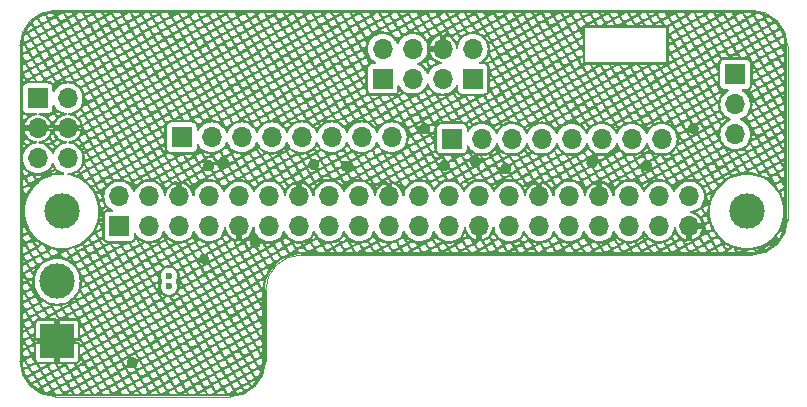
<source format=gbr>
G04 #@! TF.GenerationSoftware,KiCad,Pcbnew,8.0.7*
G04 #@! TF.CreationDate,2025-02-17T01:06:46+00:00*
G04 #@! TF.ProjectId,retropie-minicade-hat,72657472-6f70-4696-952d-6d696e696361,rev?*
G04 #@! TF.SameCoordinates,Original*
G04 #@! TF.FileFunction,Copper,L4,Bot*
G04 #@! TF.FilePolarity,Positive*
%FSLAX46Y46*%
G04 Gerber Fmt 4.6, Leading zero omitted, Abs format (unit mm)*
G04 Created by KiCad (PCBNEW 8.0.7) date 2025-02-17 01:06:46*
%MOMM*%
%LPD*%
G01*
G04 APERTURE LIST*
G04 #@! TA.AperFunction,WasherPad*
%ADD10C,3.000000*%
G04 #@! TD*
G04 #@! TA.AperFunction,ComponentPad*
%ADD11R,1.700000X1.700000*%
G04 #@! TD*
G04 #@! TA.AperFunction,ComponentPad*
%ADD12O,1.700000X1.700000*%
G04 #@! TD*
G04 #@! TA.AperFunction,ComponentPad*
%ADD13R,3.000000X3.000000*%
G04 #@! TD*
G04 #@! TA.AperFunction,ComponentPad*
%ADD14C,3.000000*%
G04 #@! TD*
G04 #@! TA.AperFunction,ViaPad*
%ADD15C,0.600000*%
G04 #@! TD*
G04 #@! TA.AperFunction,ViaPad*
%ADD16C,0.400000*%
G04 #@! TD*
G04 #@! TA.AperFunction,Conductor*
%ADD17C,0.150000*%
G04 #@! TD*
G04 #@! TA.AperFunction,Profile*
%ADD18C,0.100000*%
G04 #@! TD*
G04 #@! TA.AperFunction,Profile*
%ADD19C,0.150000*%
G04 #@! TD*
G04 APERTURE END LIST*
D10*
X82040000Y-64310000D03*
X140040000Y-64330000D03*
D11*
X109220000Y-53086000D03*
D12*
X109220000Y-50546000D03*
X111760000Y-53086000D03*
X111760000Y-50546000D03*
D11*
X139065000Y-52720000D03*
D12*
X139065000Y-55260000D03*
X139065000Y-57800000D03*
D11*
X80010000Y-54737000D03*
D12*
X82550000Y-54737000D03*
X80010000Y-57277000D03*
X82550000Y-57277000D03*
X80010000Y-59817000D03*
X82550000Y-59817000D03*
D11*
X115077000Y-58166000D03*
D12*
X117617000Y-58166000D03*
X120157000Y-58166000D03*
X122697000Y-58166000D03*
X125237000Y-58166000D03*
X127777000Y-58166000D03*
X130317000Y-58166000D03*
X132857000Y-58166000D03*
D13*
X81661000Y-75311000D03*
D14*
X81661000Y-70231000D03*
D11*
X116845000Y-53091000D03*
D12*
X114305000Y-53091000D03*
X116845000Y-50551000D03*
X114305000Y-50551000D03*
D11*
X92217000Y-58039000D03*
D12*
X94757000Y-58039000D03*
X97297000Y-58039000D03*
X99837000Y-58039000D03*
X102377000Y-58039000D03*
X104917000Y-58039000D03*
X107457000Y-58039000D03*
X109997000Y-58039000D03*
D11*
X86920000Y-65590000D03*
D12*
X86920000Y-63050000D03*
X89460000Y-65590000D03*
X89460000Y-63050000D03*
X92000000Y-65590000D03*
X92000000Y-63050000D03*
X94540000Y-65590000D03*
X94540000Y-63050000D03*
X97080000Y-65590000D03*
X97080000Y-63050000D03*
X99620000Y-65590000D03*
X99620000Y-63050000D03*
X102160000Y-65590000D03*
X102160000Y-63050000D03*
X104700000Y-65590000D03*
X104700000Y-63050000D03*
X107240000Y-65590000D03*
X107240000Y-63050000D03*
X109780000Y-65590000D03*
X109780000Y-63050000D03*
X112320000Y-65590000D03*
X112320000Y-63050000D03*
X114860000Y-65590000D03*
X114860000Y-63050000D03*
X117400000Y-65590000D03*
X117400000Y-63050000D03*
X119940000Y-65590000D03*
X119940000Y-63050000D03*
X122480000Y-65590000D03*
X122480000Y-63050000D03*
X125020000Y-65590000D03*
X125020000Y-63050000D03*
X127560000Y-65590000D03*
X127560000Y-63050000D03*
X130100000Y-65590000D03*
X130100000Y-63050000D03*
X132640000Y-65590000D03*
X132640000Y-63050000D03*
X135180000Y-65590000D03*
X135180000Y-63050000D03*
D15*
X103393417Y-60340417D03*
X112776000Y-57277000D03*
X135509000Y-57277000D03*
X95752983Y-60137500D03*
X119634000Y-60706000D03*
X98425000Y-66929000D03*
X117094000Y-60071000D03*
X88011000Y-77123500D03*
D16*
X94107000Y-68326000D03*
D15*
X126939500Y-60198000D03*
X114427000Y-60452000D03*
X131539525Y-60445634D03*
X106134375Y-60489625D03*
X94488000Y-60452000D03*
X91122000Y-70676000D03*
X91122000Y-69786000D03*
D17*
X125020000Y-63050000D02*
X125237000Y-62833000D01*
G04 #@! TA.AperFunction,Conductor*
G36*
X81439591Y-55318964D02*
G01*
X81449223Y-55335315D01*
X81462894Y-55364632D01*
X81462896Y-55364636D01*
X81584868Y-55538831D01*
X81588402Y-55543877D01*
X81743123Y-55698598D01*
X81743126Y-55698600D01*
X81743127Y-55698601D01*
X81762690Y-55712299D01*
X81922361Y-55824102D01*
X82120670Y-55916575D01*
X82332023Y-55973207D01*
X82332029Y-55973207D01*
X82332031Y-55973208D01*
X82382968Y-55977664D01*
X82433184Y-55982057D01*
X82489506Y-56005963D01*
X82521019Y-56058409D01*
X82515687Y-56119361D01*
X82475547Y-56165539D01*
X82442749Y-56177994D01*
X82247682Y-56214458D01*
X82057586Y-56288101D01*
X82057581Y-56288104D01*
X81884266Y-56395417D01*
X81733608Y-56532759D01*
X81610755Y-56695442D01*
X81610750Y-56695451D01*
X81519886Y-56877931D01*
X81478611Y-57022999D01*
X81478611Y-57023000D01*
X82119297Y-57023000D01*
X82084075Y-57084007D01*
X82050000Y-57211174D01*
X82050000Y-57342826D01*
X82084075Y-57469993D01*
X82119297Y-57531000D01*
X81478611Y-57531000D01*
X81519886Y-57676068D01*
X81610750Y-57858548D01*
X81610755Y-57858557D01*
X81733608Y-58021240D01*
X81884266Y-58158582D01*
X82057581Y-58265895D01*
X82057586Y-58265898D01*
X82247683Y-58339541D01*
X82442748Y-58376005D01*
X82496474Y-58405282D01*
X82522730Y-58460548D01*
X82511487Y-58520691D01*
X82467040Y-58562740D01*
X82433185Y-58571942D01*
X82332030Y-58580791D01*
X82120666Y-58637426D01*
X81922372Y-58729892D01*
X81922364Y-58729896D01*
X81743127Y-58855398D01*
X81588398Y-59010127D01*
X81462896Y-59189364D01*
X81462892Y-59189372D01*
X81369724Y-59389172D01*
X81327996Y-59433920D01*
X81267935Y-59445595D01*
X81212482Y-59419737D01*
X81190276Y-59389172D01*
X81097107Y-59189372D01*
X81097103Y-59189364D01*
X81096789Y-59188916D01*
X81012279Y-59068222D01*
X80971601Y-59010127D01*
X80971600Y-59010126D01*
X80971598Y-59010123D01*
X80816877Y-58855402D01*
X80816873Y-58855399D01*
X80816872Y-58855398D01*
X80703262Y-58775848D01*
X80645175Y-58735175D01*
X81004950Y-58735175D01*
X81129113Y-58859338D01*
X81132111Y-58862471D01*
X81132700Y-58863114D01*
X81135536Y-58866348D01*
X81141654Y-58873639D01*
X81144345Y-58876991D01*
X81144877Y-58877684D01*
X81147444Y-58881186D01*
X81278406Y-59068222D01*
X81280000Y-59070605D01*
X81281594Y-59068222D01*
X81398658Y-58901033D01*
X81228413Y-58606159D01*
X81004950Y-58735175D01*
X80645175Y-58735175D01*
X80637639Y-58729898D01*
X80634439Y-58728406D01*
X80619979Y-58721663D01*
X80439330Y-58637425D01*
X80227977Y-58580793D01*
X80227976Y-58580792D01*
X80227969Y-58580791D01*
X80126814Y-58571942D01*
X80070492Y-58548035D01*
X80038979Y-58495589D01*
X80041537Y-58466349D01*
X80588292Y-58466349D01*
X80734083Y-58534333D01*
X80738007Y-58536270D01*
X80738782Y-58536674D01*
X80742523Y-58538728D01*
X80750765Y-58543487D01*
X80754514Y-58545764D01*
X80755249Y-58546233D01*
X80758780Y-58548594D01*
X80836210Y-58602810D01*
X81002752Y-58506657D01*
X81400752Y-58506657D01*
X81540872Y-58749353D01*
X81592339Y-58697887D01*
X81595471Y-58694889D01*
X81596114Y-58694300D01*
X81599348Y-58691464D01*
X81606639Y-58685346D01*
X81609991Y-58682655D01*
X81610684Y-58682123D01*
X81614186Y-58679556D01*
X81801222Y-58548594D01*
X81804752Y-58546233D01*
X81805487Y-58545764D01*
X81809236Y-58543487D01*
X81817478Y-58538728D01*
X81821219Y-58536674D01*
X81821994Y-58536270D01*
X81825918Y-58534334D01*
X81960230Y-58471702D01*
X81951402Y-58456411D01*
X81951138Y-58456265D01*
X81947109Y-58453899D01*
X81765215Y-58341274D01*
X81761359Y-58338761D01*
X81760596Y-58338238D01*
X81756902Y-58335579D01*
X81748860Y-58329505D01*
X81745307Y-58326691D01*
X81744596Y-58326101D01*
X81741120Y-58323078D01*
X81732435Y-58315160D01*
X81400752Y-58506657D01*
X81002752Y-58506657D01*
X81128912Y-58433819D01*
X80980064Y-58176006D01*
X80976982Y-58178949D01*
X80818880Y-58323078D01*
X80815404Y-58326101D01*
X80814693Y-58326691D01*
X80811140Y-58329505D01*
X80803098Y-58335579D01*
X80799404Y-58338238D01*
X80798641Y-58338761D01*
X80794785Y-58341274D01*
X80612891Y-58453899D01*
X80608862Y-58456265D01*
X80608054Y-58456714D01*
X80604095Y-58458798D01*
X80595074Y-58463290D01*
X80591013Y-58465198D01*
X80590168Y-58465572D01*
X80588292Y-58466349D01*
X80041537Y-58466349D01*
X80044312Y-58434637D01*
X80084453Y-58388460D01*
X80117251Y-58376005D01*
X80312316Y-58339541D01*
X80502413Y-58265898D01*
X80502418Y-58265895D01*
X80675733Y-58158582D01*
X80826391Y-58021240D01*
X80838250Y-58005536D01*
X81111428Y-58005536D01*
X81301252Y-58334320D01*
X81578312Y-58174358D01*
X81575899Y-58171830D01*
X81569109Y-58164382D01*
X81566085Y-58160905D01*
X81565495Y-58160194D01*
X81562676Y-58156635D01*
X81433749Y-57985909D01*
X81431045Y-57982148D01*
X81430523Y-57981385D01*
X81428064Y-57977608D01*
X81422758Y-57969040D01*
X81420388Y-57965005D01*
X81419939Y-57964197D01*
X81417855Y-57960237D01*
X81322495Y-57768728D01*
X81320547Y-57764579D01*
X81320174Y-57763734D01*
X81318429Y-57759520D01*
X81314788Y-57750122D01*
X81313808Y-57747410D01*
X81221615Y-57800637D01*
X81142145Y-57960237D01*
X81140061Y-57964197D01*
X81139612Y-57965005D01*
X81137242Y-57969040D01*
X81131936Y-57977608D01*
X81129477Y-57981385D01*
X81128955Y-57982148D01*
X81126250Y-57985910D01*
X81111428Y-58005536D01*
X80838250Y-58005536D01*
X80949244Y-57858557D01*
X80949249Y-57858548D01*
X81040113Y-57676068D01*
X81081388Y-57531000D01*
X80440703Y-57531000D01*
X80475925Y-57469993D01*
X80510000Y-57342826D01*
X80510000Y-57241000D01*
X80960444Y-57241000D01*
X80963140Y-57266652D01*
X80963140Y-57287348D01*
X80960444Y-57313000D01*
X81135389Y-57313000D01*
X81179512Y-57323376D01*
X81187934Y-57327569D01*
X81222815Y-57356533D01*
X81280000Y-57432258D01*
X81325398Y-57372141D01*
X81223798Y-57196164D01*
X81222815Y-57197467D01*
X81187934Y-57226431D01*
X81179512Y-57230624D01*
X81135389Y-57241000D01*
X80960444Y-57241000D01*
X80510000Y-57241000D01*
X80510000Y-57211174D01*
X80475925Y-57084007D01*
X80440703Y-57023000D01*
X81081389Y-57023000D01*
X81081388Y-57022999D01*
X81040113Y-56877931D01*
X80949249Y-56695451D01*
X80949244Y-56695442D01*
X80826391Y-56532759D01*
X80675733Y-56395417D01*
X80578005Y-56334906D01*
X80956336Y-56334906D01*
X80982893Y-56380905D01*
X80984101Y-56382170D01*
X80990891Y-56389618D01*
X80993915Y-56393095D01*
X80994505Y-56393806D01*
X80997324Y-56397365D01*
X81126251Y-56568091D01*
X81128955Y-56571852D01*
X81129477Y-56572615D01*
X81131936Y-56576392D01*
X81137242Y-56584960D01*
X81139612Y-56588995D01*
X81140061Y-56589803D01*
X81142145Y-56593763D01*
X81224727Y-56759611D01*
X81379874Y-56670037D01*
X81417855Y-56593763D01*
X81419939Y-56589803D01*
X81420388Y-56588995D01*
X81422758Y-56584960D01*
X81428064Y-56576392D01*
X81430523Y-56572615D01*
X81431045Y-56571852D01*
X81433749Y-56568091D01*
X81562676Y-56397365D01*
X81565495Y-56393806D01*
X81566085Y-56393095D01*
X81568191Y-56390673D01*
X81391079Y-56083907D01*
X80956336Y-56334906D01*
X80578005Y-56334906D01*
X80502418Y-56288104D01*
X80502413Y-56288101D01*
X80312316Y-56214458D01*
X80148378Y-56183813D01*
X80094652Y-56154535D01*
X80068396Y-56099270D01*
X80079639Y-56039126D01*
X80124086Y-55997078D01*
X80166567Y-55987499D01*
X80891518Y-55987499D01*
X80891521Y-55987499D01*
X80891522Y-55987498D01*
X80911046Y-55984406D01*
X81563419Y-55984406D01*
X81717943Y-56252050D01*
X81741121Y-56230922D01*
X81744596Y-56227899D01*
X81745307Y-56227309D01*
X81748860Y-56224495D01*
X81756902Y-56218421D01*
X81760596Y-56215762D01*
X81761359Y-56215239D01*
X81765215Y-56212726D01*
X81947109Y-56100101D01*
X81951138Y-56097735D01*
X81951946Y-56097286D01*
X81955905Y-56095202D01*
X81964926Y-56090710D01*
X81968987Y-56088802D01*
X81969832Y-56088428D01*
X81971707Y-56087650D01*
X81825917Y-56019667D01*
X81821993Y-56017730D01*
X81821218Y-56017326D01*
X81817477Y-56015272D01*
X81809235Y-56010513D01*
X81805486Y-56008236D01*
X81804751Y-56007767D01*
X81801220Y-56005406D01*
X81677315Y-55918648D01*
X81563419Y-55984406D01*
X80911046Y-55984406D01*
X80953619Y-55977664D01*
X80985299Y-55972647D01*
X80985299Y-55972646D01*
X80985304Y-55972646D01*
X81098342Y-55915050D01*
X81188050Y-55825342D01*
X81245646Y-55712304D01*
X81260500Y-55618519D01*
X81260499Y-55377152D01*
X81279406Y-55318965D01*
X81328906Y-55283001D01*
X81390091Y-55283000D01*
X81439591Y-55318964D01*
G37*
G04 #@! TD.AperFunction*
G04 #@! TA.AperFunction,Conductor*
G36*
X140502458Y-47342655D02*
G01*
X140824375Y-47360731D01*
X140835398Y-47361973D01*
X141077206Y-47403056D01*
X141150523Y-47415513D01*
X141161347Y-47417983D01*
X141238438Y-47440192D01*
X141468508Y-47506472D01*
X141478978Y-47510136D01*
X141774301Y-47632461D01*
X141784282Y-47637267D01*
X142034817Y-47775732D01*
X142064049Y-47791888D01*
X142073449Y-47797794D01*
X142085694Y-47806482D01*
X142334138Y-47982761D01*
X142334140Y-47982762D01*
X142342818Y-47989682D01*
X142450121Y-48085574D01*
X142581159Y-48202676D01*
X142589009Y-48210526D01*
X142802002Y-48448864D01*
X142808924Y-48457544D01*
X142993892Y-48718229D01*
X142999799Y-48727630D01*
X143154415Y-49007386D01*
X143159232Y-49017388D01*
X143281554Y-49312698D01*
X143285221Y-49323177D01*
X143344297Y-49528232D01*
X143372963Y-49627734D01*
X143373712Y-49630332D01*
X143376182Y-49641156D01*
X143429723Y-49956277D01*
X143430966Y-49967309D01*
X143449024Y-50288852D01*
X143449180Y-50294403D01*
X143449180Y-50324060D01*
X143449202Y-50324198D01*
X143459498Y-65021013D01*
X143459333Y-65026798D01*
X143440743Y-65348217D01*
X143439483Y-65359235D01*
X143385515Y-65673916D01*
X143383032Y-65684724D01*
X143294204Y-65991413D01*
X143290527Y-66001876D01*
X143167956Y-66296703D01*
X143163132Y-66306688D01*
X143008356Y-66585958D01*
X143002445Y-66595341D01*
X142817413Y-66855538D01*
X142810490Y-66864202D01*
X142597514Y-67102078D01*
X142589666Y-67109913D01*
X142351414Y-67322484D01*
X142342739Y-67329391D01*
X142082221Y-67513973D01*
X142072827Y-67519868D01*
X141793285Y-67674162D01*
X141783291Y-67678968D01*
X141488261Y-67801024D01*
X141477792Y-67804683D01*
X141170955Y-67892979D01*
X141160143Y-67895444D01*
X140845362Y-67948867D01*
X140834342Y-67950108D01*
X140513481Y-67968109D01*
X140507936Y-67968264D01*
X102273879Y-67968264D01*
X102273729Y-67968293D01*
X102154308Y-67968287D01*
X102154307Y-67968287D01*
X102154304Y-67968287D01*
X101836667Y-68001635D01*
X101836662Y-68001635D01*
X101836662Y-68001636D01*
X101836655Y-68001637D01*
X101524250Y-68067964D01*
X101524247Y-68067965D01*
X101220466Y-68166552D01*
X100928640Y-68296317D01*
X100928620Y-68296327D01*
X100651950Y-68455848D01*
X100393424Y-68643400D01*
X100155899Y-68856918D01*
X100155897Y-68856920D01*
X99941982Y-69094050D01*
X99941968Y-69094067D01*
X99753985Y-69352230D01*
X99753967Y-69352257D01*
X99593962Y-69628646D01*
X99593955Y-69628660D01*
X99463678Y-69920256D01*
X99364554Y-70223877D01*
X99297677Y-70536171D01*
X99263772Y-70853742D01*
X99263568Y-70973269D01*
X99263500Y-70973620D01*
X99263500Y-70992610D01*
X99263500Y-71013439D01*
X99263490Y-71019360D01*
X99263443Y-71045191D01*
X99263500Y-71045548D01*
X99263500Y-77015581D01*
X99263335Y-77021299D01*
X99244737Y-77342766D01*
X99243477Y-77353784D01*
X99189503Y-77668469D01*
X99187019Y-77679276D01*
X99098189Y-77985954D01*
X99094512Y-77996417D01*
X98971939Y-78291237D01*
X98967115Y-78301222D01*
X98812341Y-78580480D01*
X98806431Y-78589863D01*
X98621394Y-78850063D01*
X98614471Y-78858726D01*
X98401487Y-79096606D01*
X98393638Y-79104441D01*
X98155402Y-79316993D01*
X98146727Y-79323901D01*
X97886202Y-79508484D01*
X97876809Y-79514378D01*
X97597279Y-79668665D01*
X97587285Y-79673472D01*
X97292243Y-79795531D01*
X97281774Y-79799189D01*
X96974948Y-79887481D01*
X96964136Y-79889946D01*
X96649358Y-79943368D01*
X96638338Y-79944609D01*
X96465810Y-79954288D01*
X96316471Y-79962665D01*
X96310949Y-79962820D01*
X81502454Y-79962820D01*
X81496902Y-79962664D01*
X81174993Y-79944583D01*
X81163961Y-79943340D01*
X80848839Y-79889797D01*
X80838016Y-79887327D01*
X80530865Y-79798837D01*
X80520386Y-79795170D01*
X80225078Y-79672848D01*
X80215076Y-79668031D01*
X79935322Y-79513416D01*
X79925921Y-79507509D01*
X79665237Y-79322543D01*
X79656558Y-79315622D01*
X79520182Y-79193750D01*
X79418211Y-79102623D01*
X79410376Y-79094788D01*
X79301443Y-78972891D01*
X79600197Y-78972891D01*
X79796843Y-79148622D01*
X80022497Y-79308734D01*
X80051907Y-79291754D01*
X80449912Y-79291754D01*
X80627821Y-79599902D01*
X80822857Y-79656092D01*
X81009495Y-79548336D01*
X81407495Y-79548336D01*
X81520935Y-79744820D01*
X82071179Y-79744820D01*
X82469177Y-79744820D01*
X82910039Y-79744820D01*
X82799823Y-79553920D01*
X82469177Y-79744820D01*
X82071179Y-79744820D01*
X82093239Y-79732083D01*
X81842238Y-79297337D01*
X81407495Y-79548336D01*
X81009495Y-79548336D01*
X81135656Y-79475497D01*
X80884657Y-79040754D01*
X80449912Y-79291754D01*
X80051907Y-79291754D01*
X80178072Y-79218913D01*
X79927073Y-78784170D01*
X79600197Y-78972891D01*
X79301443Y-78972891D01*
X79269517Y-78937166D01*
X79197377Y-78856441D01*
X79190456Y-78847762D01*
X79005490Y-78587078D01*
X78999583Y-78577677D01*
X78911063Y-78417513D01*
X79160141Y-78417513D01*
X79187146Y-78466375D01*
X79364375Y-78716154D01*
X79460524Y-78823746D01*
X79701409Y-78684671D01*
X80099411Y-78684671D01*
X80350410Y-79119414D01*
X80658992Y-78941254D01*
X81056994Y-78941254D01*
X81307995Y-79375999D01*
X81616581Y-79197836D01*
X82014579Y-79197836D01*
X82265580Y-79632582D01*
X82574164Y-79454421D01*
X82972163Y-79454421D01*
X83139824Y-79744820D01*
X83473177Y-79744820D01*
X83531744Y-79711006D01*
X83929746Y-79711006D01*
X83949269Y-79744820D01*
X84528929Y-79744820D01*
X84364491Y-79460006D01*
X83929746Y-79711006D01*
X83531744Y-79711006D01*
X83657906Y-79638166D01*
X83406907Y-79203422D01*
X82972163Y-79454421D01*
X82574164Y-79454421D01*
X82700323Y-79381583D01*
X82449322Y-78946837D01*
X82014579Y-79197836D01*
X81616581Y-79197836D01*
X81742740Y-79124998D01*
X81491739Y-78690253D01*
X81056994Y-78941254D01*
X80658992Y-78941254D01*
X80785156Y-78868413D01*
X80534157Y-78433670D01*
X80099411Y-78684671D01*
X79701409Y-78684671D01*
X79827571Y-78611831D01*
X79576572Y-78177087D01*
X79160141Y-78417513D01*
X78911063Y-78417513D01*
X78844968Y-78297923D01*
X78840151Y-78287921D01*
X78801562Y-78194760D01*
X78717827Y-77992609D01*
X78714162Y-77982134D01*
X78706176Y-77954416D01*
X78653011Y-77769878D01*
X78879877Y-77769878D01*
X78921790Y-77915356D01*
X79039003Y-78198331D01*
X79063863Y-78243312D01*
X79350910Y-78077586D01*
X79748912Y-78077586D01*
X79999911Y-78512330D01*
X80308494Y-78334170D01*
X80706494Y-78334170D01*
X80957495Y-78768915D01*
X81266078Y-78590754D01*
X81664078Y-78590754D01*
X81915079Y-79025499D01*
X82223664Y-78847337D01*
X82621663Y-78847337D01*
X82872662Y-79282081D01*
X83181245Y-79103921D01*
X83579247Y-79103921D01*
X83830246Y-79538665D01*
X84138829Y-79360505D01*
X84536831Y-79360505D01*
X84758715Y-79744820D01*
X84875178Y-79744820D01*
X85096414Y-79617089D01*
X85494415Y-79617089D01*
X85568160Y-79744820D01*
X86147819Y-79744820D01*
X85929159Y-79366090D01*
X85494415Y-79617089D01*
X85096414Y-79617089D01*
X85222574Y-79544250D01*
X84971575Y-79109506D01*
X84536831Y-79360505D01*
X84138829Y-79360505D01*
X84264990Y-79287666D01*
X84013991Y-78852922D01*
X83579247Y-79103921D01*
X83181245Y-79103921D01*
X83307406Y-79031082D01*
X83056407Y-78596338D01*
X82621663Y-78847337D01*
X82223664Y-78847337D01*
X82349824Y-78774498D01*
X82098823Y-78339753D01*
X81664078Y-78590754D01*
X81266078Y-78590754D01*
X81392240Y-78517914D01*
X81141239Y-78083169D01*
X80706494Y-78334170D01*
X80308494Y-78334170D01*
X80434655Y-78261331D01*
X80183656Y-77826587D01*
X79748912Y-78077586D01*
X79350910Y-78077586D01*
X79477071Y-78004747D01*
X79226072Y-77570003D01*
X78879877Y-77769878D01*
X78653011Y-77769878D01*
X78625671Y-77674980D01*
X78623202Y-77664160D01*
X78622015Y-77657176D01*
X78569658Y-77349035D01*
X78568416Y-77338006D01*
X78565078Y-77278582D01*
X78550800Y-77024364D01*
X78769143Y-77024364D01*
X78785698Y-77319115D01*
X78828304Y-77569868D01*
X79000410Y-77470502D01*
X79398412Y-77470502D01*
X79649411Y-77905246D01*
X79957996Y-77727085D01*
X80355995Y-77727085D01*
X80606996Y-78161831D01*
X80915580Y-77983670D01*
X81313578Y-77983670D01*
X81564579Y-78418415D01*
X81873160Y-78240255D01*
X82271162Y-78240255D01*
X82522161Y-78674998D01*
X82830745Y-78496837D01*
X83228747Y-78496837D01*
X83479746Y-78931581D01*
X83788329Y-78753421D01*
X84186331Y-78753421D01*
X84437330Y-79188165D01*
X84745913Y-79010005D01*
X85143915Y-79010005D01*
X85394914Y-79444749D01*
X85703499Y-79266588D01*
X86101498Y-79266588D01*
X86352499Y-79701334D01*
X86661081Y-79523174D01*
X87059081Y-79523174D01*
X87187049Y-79744820D01*
X87679176Y-79744820D01*
X88077178Y-79744820D01*
X88576154Y-79744820D01*
X88451410Y-79528757D01*
X88077178Y-79744820D01*
X87679176Y-79744820D01*
X87744826Y-79706916D01*
X87493827Y-79272173D01*
X87059081Y-79523174D01*
X86661081Y-79523174D01*
X86787242Y-79450335D01*
X86536241Y-79015589D01*
X86101498Y-79266588D01*
X85703499Y-79266588D01*
X85829658Y-79193750D01*
X85578659Y-78759006D01*
X85143915Y-79010005D01*
X84745913Y-79010005D01*
X84872074Y-78937166D01*
X84621075Y-78502422D01*
X84186331Y-78753421D01*
X83788329Y-78753421D01*
X83914490Y-78680582D01*
X83663491Y-78245838D01*
X83228747Y-78496837D01*
X82830745Y-78496837D01*
X82956907Y-78423997D01*
X82705908Y-77989254D01*
X82271162Y-78240255D01*
X81873160Y-78240255D01*
X81999324Y-78167414D01*
X81748323Y-77732669D01*
X81313578Y-77983670D01*
X80915580Y-77983670D01*
X81041739Y-77910832D01*
X80790738Y-77476086D01*
X80355995Y-77727085D01*
X79957996Y-77727085D01*
X80084155Y-77654247D01*
X79865221Y-77275042D01*
X80095008Y-77275042D01*
X80256496Y-77554747D01*
X80565081Y-77376585D01*
X80963079Y-77376585D01*
X81214080Y-77811331D01*
X81522662Y-77633171D01*
X81920662Y-77633171D01*
X82171661Y-78067914D01*
X82480241Y-77889755D01*
X82878246Y-77889755D01*
X83129245Y-78324498D01*
X83437829Y-78146337D01*
X83835831Y-78146337D01*
X84086830Y-78581081D01*
X84395413Y-78402921D01*
X84793415Y-78402921D01*
X85044414Y-78837665D01*
X85352999Y-78659504D01*
X85750998Y-78659504D01*
X86001999Y-79094250D01*
X86310583Y-78916089D01*
X86708582Y-78916089D01*
X86959581Y-79350833D01*
X87268162Y-79172674D01*
X87666165Y-79172674D01*
X87917164Y-79607417D01*
X88225748Y-79429256D01*
X88623750Y-79429256D01*
X88805940Y-79744820D01*
X89081177Y-79744820D01*
X89183331Y-79685841D01*
X89581333Y-79685841D01*
X89615385Y-79744820D01*
X90195045Y-79744820D01*
X90016078Y-79434841D01*
X89581333Y-79685841D01*
X89183331Y-79685841D01*
X89309493Y-79613001D01*
X89058494Y-79178257D01*
X88623750Y-79429256D01*
X88225748Y-79429256D01*
X88351910Y-79356416D01*
X88100911Y-78921673D01*
X87666165Y-79172674D01*
X87268162Y-79172674D01*
X87394325Y-79099834D01*
X87143326Y-78665090D01*
X86708582Y-78916089D01*
X86310583Y-78916089D01*
X86436742Y-78843251D01*
X86185741Y-78408505D01*
X85750998Y-78659504D01*
X85352999Y-78659504D01*
X85479158Y-78586666D01*
X85228159Y-78151922D01*
X84793415Y-78402921D01*
X84395413Y-78402921D01*
X84521574Y-78330082D01*
X84270575Y-77895338D01*
X83835831Y-78146337D01*
X83437829Y-78146337D01*
X83563991Y-78073497D01*
X83312992Y-77638754D01*
X82878246Y-77889755D01*
X82480241Y-77889755D01*
X82606407Y-77816913D01*
X82355408Y-77382170D01*
X81920662Y-77633171D01*
X81522662Y-77633171D01*
X81648824Y-77560331D01*
X81482851Y-77272860D01*
X81451985Y-77279000D01*
X81132103Y-77279000D01*
X80963079Y-77376585D01*
X80565081Y-77376585D01*
X80691240Y-77303747D01*
X80676952Y-77279000D01*
X80131021Y-77279000D01*
X80126178Y-77278881D01*
X80125198Y-77278833D01*
X80120343Y-77278476D01*
X80109686Y-77277427D01*
X80104777Y-77276819D01*
X80103805Y-77276674D01*
X80099097Y-77275856D01*
X80095008Y-77275042D01*
X79865221Y-77275042D01*
X79833156Y-77219503D01*
X79398412Y-77470502D01*
X79000410Y-77470502D01*
X79126571Y-77397663D01*
X78875572Y-76962918D01*
X78769143Y-77024364D01*
X78550800Y-77024364D01*
X78550336Y-77016097D01*
X78550180Y-77010545D01*
X78550180Y-76863418D01*
X79047912Y-76863418D01*
X79298911Y-77298162D01*
X79612340Y-77117204D01*
X81622768Y-77117204D01*
X81821161Y-77460831D01*
X82129745Y-77282671D01*
X82527746Y-77282671D01*
X82778745Y-77717414D01*
X83087325Y-77539255D01*
X83485330Y-77539255D01*
X83736329Y-77973998D01*
X84044913Y-77795837D01*
X84442915Y-77795837D01*
X84693914Y-78230581D01*
X85002499Y-78052420D01*
X85400498Y-78052420D01*
X85651499Y-78487166D01*
X85960083Y-78309005D01*
X86358082Y-78309005D01*
X86609081Y-78743749D01*
X86917664Y-78565589D01*
X87315666Y-78565589D01*
X87566665Y-79000333D01*
X87875246Y-78822174D01*
X88273249Y-78822174D01*
X88524248Y-79256917D01*
X88832832Y-79078756D01*
X89230834Y-79078756D01*
X89481833Y-79513500D01*
X89790418Y-79335339D01*
X90188417Y-79335339D01*
X90424831Y-79744820D01*
X90483177Y-79744820D01*
X90748000Y-79591924D01*
X91146001Y-79591924D01*
X91234275Y-79744820D01*
X91813934Y-79744820D01*
X92283179Y-79744820D01*
X92623380Y-79744820D01*
X92538330Y-79597508D01*
X92283179Y-79744820D01*
X91813934Y-79744820D01*
X91580745Y-79340925D01*
X91146001Y-79591924D01*
X90748000Y-79591924D01*
X90874160Y-79519085D01*
X90623160Y-79084340D01*
X90188417Y-79335339D01*
X89790418Y-79335339D01*
X89916577Y-79262501D01*
X89665578Y-78827757D01*
X89230834Y-79078756D01*
X88832832Y-79078756D01*
X88958994Y-79005916D01*
X88707995Y-78571173D01*
X88273249Y-78822174D01*
X87875246Y-78822174D01*
X88001409Y-78749334D01*
X87750410Y-78314590D01*
X87315666Y-78565589D01*
X86917664Y-78565589D01*
X87043825Y-78492750D01*
X86792826Y-78058006D01*
X86358082Y-78309005D01*
X85960083Y-78309005D01*
X86086242Y-78236167D01*
X85835241Y-77801421D01*
X85400498Y-78052420D01*
X85002499Y-78052420D01*
X85128658Y-77979582D01*
X84877659Y-77544838D01*
X84442915Y-77795837D01*
X84044913Y-77795837D01*
X84171075Y-77722997D01*
X83920076Y-77288254D01*
X83485330Y-77539255D01*
X83087325Y-77539255D01*
X83213491Y-77466413D01*
X83105288Y-77279000D01*
X82534105Y-77279000D01*
X82527746Y-77282671D01*
X82129745Y-77282671D01*
X82136103Y-77279000D01*
X81870015Y-77279000D01*
X81832128Y-77271464D01*
X81824777Y-77268419D01*
X81805703Y-77255674D01*
X83321606Y-77255674D01*
X83385830Y-77366913D01*
X83694409Y-77188755D01*
X84092414Y-77188755D01*
X84343413Y-77623498D01*
X84651998Y-77445336D01*
X85049998Y-77445336D01*
X85300999Y-77880082D01*
X85609583Y-77701921D01*
X86007582Y-77701921D01*
X86258581Y-78136665D01*
X86567164Y-77958505D01*
X86965166Y-77958505D01*
X87216165Y-78393249D01*
X87524748Y-78215089D01*
X87922750Y-78215089D01*
X88173749Y-78649833D01*
X88482330Y-78471674D01*
X88880333Y-78471674D01*
X89131332Y-78906417D01*
X89439917Y-78728255D01*
X89837917Y-78728255D01*
X90088918Y-79163001D01*
X90397502Y-78984840D01*
X90795501Y-78984840D01*
X91046500Y-79419584D01*
X91355083Y-79241424D01*
X91753085Y-79241424D01*
X92004084Y-79676168D01*
X92312667Y-79498008D01*
X92710669Y-79498008D01*
X92853165Y-79744820D01*
X93287178Y-79744820D01*
X93685180Y-79744820D01*
X94242271Y-79744820D01*
X94102998Y-79503592D01*
X93685180Y-79744820D01*
X93287178Y-79744820D01*
X93396412Y-79681753D01*
X93145413Y-79247009D01*
X92710669Y-79498008D01*
X92312667Y-79498008D01*
X92438828Y-79425169D01*
X92187829Y-78990425D01*
X91753085Y-79241424D01*
X91355083Y-79241424D01*
X91481244Y-79168585D01*
X91230245Y-78733841D01*
X90795501Y-78984840D01*
X90397502Y-78984840D01*
X90523661Y-78912002D01*
X90272660Y-78477256D01*
X89837917Y-78728255D01*
X89439917Y-78728255D01*
X89566078Y-78655416D01*
X89315079Y-78220673D01*
X88880333Y-78471674D01*
X88482330Y-78471674D01*
X88608493Y-78398834D01*
X88357494Y-77964090D01*
X87922750Y-78215089D01*
X87524748Y-78215089D01*
X87650909Y-78142250D01*
X87399910Y-77707506D01*
X86965166Y-77958505D01*
X86567164Y-77958505D01*
X86693325Y-77885666D01*
X86442326Y-77450922D01*
X86007582Y-77701921D01*
X85609583Y-77701921D01*
X85735742Y-77629083D01*
X85484741Y-77194337D01*
X85049998Y-77445336D01*
X84651998Y-77445336D01*
X84778159Y-77372497D01*
X84527160Y-76937754D01*
X84092414Y-77188755D01*
X83694409Y-77188755D01*
X83820575Y-77115913D01*
X83629000Y-76784095D01*
X83629000Y-76840979D01*
X83628881Y-76845822D01*
X83628833Y-76846802D01*
X83628476Y-76851657D01*
X83627427Y-76862314D01*
X83626819Y-76867223D01*
X83626674Y-76868195D01*
X83625856Y-76872903D01*
X83608212Y-76961602D01*
X83605855Y-76971012D01*
X83605285Y-76972892D01*
X83602010Y-76982048D01*
X83593796Y-77001881D01*
X83589626Y-77010695D01*
X83588699Y-77012428D01*
X83583718Y-77020735D01*
X83516536Y-77121279D01*
X83510764Y-77129064D01*
X83509518Y-77130583D01*
X83502979Y-77137800D01*
X83487800Y-77152979D01*
X83480583Y-77159518D01*
X83479064Y-77160764D01*
X83471279Y-77166536D01*
X83370735Y-77233718D01*
X83362428Y-77238699D01*
X83360695Y-77239626D01*
X83351881Y-77243796D01*
X83332048Y-77252010D01*
X83322892Y-77255285D01*
X83321606Y-77255674D01*
X81805703Y-77255674D01*
X81792660Y-77246959D01*
X81729041Y-77183340D01*
X81707581Y-77151223D01*
X81704536Y-77143872D01*
X81697000Y-77105985D01*
X81697000Y-76952855D01*
X81625000Y-76994425D01*
X81625000Y-77105985D01*
X81622768Y-77117204D01*
X79612340Y-77117204D01*
X79733655Y-77047163D01*
X79482656Y-76612419D01*
X79047912Y-76863418D01*
X78550180Y-76863418D01*
X78550180Y-76215476D01*
X78768180Y-76215476D01*
X78768180Y-76378908D01*
X78948411Y-76691078D01*
X79383155Y-76440079D01*
X79132156Y-76005334D01*
X78768180Y-76215476D01*
X78550180Y-76215476D01*
X78550180Y-75406032D01*
X78768180Y-75406032D01*
X78768180Y-75985689D01*
X78906495Y-75905833D01*
X79304495Y-75905833D01*
X79555495Y-76340579D01*
X79693000Y-76261191D01*
X79693000Y-75681530D01*
X79304495Y-75905833D01*
X78906495Y-75905833D01*
X79032656Y-75832994D01*
X78781657Y-75398251D01*
X78768180Y-75406032D01*
X78550180Y-75406032D01*
X78550180Y-75298751D01*
X78953994Y-75298751D01*
X79204995Y-75733496D01*
X79639740Y-75482495D01*
X79388739Y-75047750D01*
X78953994Y-75298751D01*
X78550180Y-75298751D01*
X78550180Y-74596586D01*
X78768180Y-74596586D01*
X78768180Y-74976908D01*
X78854496Y-75126412D01*
X79163080Y-74948251D01*
X79561078Y-74948251D01*
X79803912Y-75368850D01*
X79820777Y-75357581D01*
X79828128Y-75354536D01*
X79866015Y-75347000D01*
X79874426Y-75347000D01*
X79999132Y-75275000D01*
X79866015Y-75275000D01*
X79828128Y-75267464D01*
X79820777Y-75264419D01*
X79788660Y-75242959D01*
X79725041Y-75179340D01*
X79703581Y-75147223D01*
X79700536Y-75139872D01*
X79693000Y-75101985D01*
X79693000Y-74872085D01*
X79561078Y-74948251D01*
X79163080Y-74948251D01*
X79289239Y-74875413D01*
X79038238Y-74440667D01*
X78768180Y-74596586D01*
X78550180Y-74596586D01*
X78550180Y-74366800D01*
X78768180Y-74366800D01*
X78812579Y-74341166D01*
X79210579Y-74341166D01*
X79461580Y-74775912D01*
X79693000Y-74642301D01*
X79693000Y-74172744D01*
X79645323Y-74090166D01*
X79210579Y-74341166D01*
X78812579Y-74341166D01*
X78938738Y-74268328D01*
X78768180Y-73972911D01*
X78768180Y-74366800D01*
X78550180Y-74366800D01*
X78550180Y-73734082D01*
X78860079Y-73734082D01*
X79111080Y-74168828D01*
X79545823Y-73917829D01*
X79469928Y-73786375D01*
X79911000Y-73786375D01*
X79911000Y-75056999D01*
X79911001Y-75057000D01*
X80943593Y-75057000D01*
X80930207Y-75089316D01*
X80901000Y-75236147D01*
X80901000Y-75385853D01*
X80930207Y-75532684D01*
X80943593Y-75565000D01*
X79911001Y-75565000D01*
X79911000Y-75565001D01*
X79911000Y-76835624D01*
X79925506Y-76908546D01*
X79925507Y-76908548D01*
X79980758Y-76991237D01*
X79980762Y-76991241D01*
X80063451Y-77046492D01*
X80063453Y-77046493D01*
X80136375Y-77060999D01*
X80136377Y-77061000D01*
X81406999Y-77061000D01*
X81407000Y-77060999D01*
X81407000Y-76028407D01*
X81439316Y-76041793D01*
X81586147Y-76071000D01*
X81735853Y-76071000D01*
X81882684Y-76041793D01*
X81915000Y-76028407D01*
X81915000Y-77060999D01*
X81915001Y-77061000D01*
X83185623Y-77061000D01*
X83185624Y-77060999D01*
X83258546Y-77046493D01*
X83258548Y-77046492D01*
X83341237Y-76991241D01*
X83341241Y-76991237D01*
X83396492Y-76908548D01*
X83396493Y-76908546D01*
X83410999Y-76835624D01*
X83411000Y-76835622D01*
X83411000Y-76581671D01*
X83741914Y-76581671D01*
X83992913Y-77016414D01*
X84301495Y-76838254D01*
X84699497Y-76838254D01*
X84950498Y-77272999D01*
X85259083Y-77094837D01*
X85657082Y-77094837D01*
X85908081Y-77529581D01*
X86216664Y-77351421D01*
X86614666Y-77351421D01*
X86865665Y-77786165D01*
X87174248Y-77608005D01*
X87572250Y-77608005D01*
X87823249Y-78042749D01*
X88131831Y-77864589D01*
X88529834Y-77864589D01*
X88780833Y-78299333D01*
X89089416Y-78121173D01*
X89487416Y-78121173D01*
X89738417Y-78555918D01*
X90047002Y-78377756D01*
X90445001Y-78377756D01*
X90696000Y-78812500D01*
X91004583Y-78634340D01*
X91402585Y-78634340D01*
X91653584Y-79069084D01*
X91962167Y-78890924D01*
X92360169Y-78890924D01*
X92611168Y-79325668D01*
X92919751Y-79147508D01*
X93317753Y-79147508D01*
X93568752Y-79582252D01*
X93877337Y-79404091D01*
X94275336Y-79404091D01*
X94472056Y-79744820D01*
X94689179Y-79744820D01*
X94834919Y-79660676D01*
X95232919Y-79660676D01*
X95281500Y-79744820D01*
X95861160Y-79744820D01*
X95667664Y-79409676D01*
X95232919Y-79660676D01*
X94834919Y-79660676D01*
X94961081Y-79587836D01*
X94710080Y-79153091D01*
X94275336Y-79404091D01*
X93877337Y-79404091D01*
X94003496Y-79331253D01*
X93752497Y-78896509D01*
X93317753Y-79147508D01*
X92919751Y-79147508D01*
X93045912Y-79074669D01*
X92794913Y-78639925D01*
X92360169Y-78890924D01*
X91962167Y-78890924D01*
X92088328Y-78818085D01*
X91837329Y-78383341D01*
X91402585Y-78634340D01*
X91004583Y-78634340D01*
X91130744Y-78561501D01*
X90879745Y-78126757D01*
X90445001Y-78377756D01*
X90047002Y-78377756D01*
X90173162Y-78304917D01*
X89922161Y-77870172D01*
X89487416Y-78121173D01*
X89089416Y-78121173D01*
X89215577Y-78048334D01*
X88964578Y-77613590D01*
X88529834Y-77864589D01*
X88131831Y-77864589D01*
X88257994Y-77791749D01*
X88134993Y-77578706D01*
X88026487Y-77595893D01*
X87995513Y-77595893D01*
X87879752Y-77577558D01*
X87850294Y-77567987D01*
X87745864Y-77514777D01*
X87740489Y-77510872D01*
X87572250Y-77608005D01*
X87174248Y-77608005D01*
X87300409Y-77535166D01*
X87272210Y-77486323D01*
X88311442Y-77486323D01*
X88430333Y-77692249D01*
X88738918Y-77514088D01*
X89136917Y-77514088D01*
X89387918Y-77948834D01*
X89696500Y-77770674D01*
X90094500Y-77770674D01*
X90345499Y-78205417D01*
X90654083Y-78027256D01*
X91052085Y-78027256D01*
X91303084Y-78462000D01*
X91611667Y-78283840D01*
X92009669Y-78283840D01*
X92260668Y-78718584D01*
X92569251Y-78540424D01*
X92967253Y-78540424D01*
X93218252Y-78975168D01*
X93526837Y-78797007D01*
X93924836Y-78797007D01*
X94175837Y-79231753D01*
X94484419Y-79053593D01*
X94882419Y-79053593D01*
X95133418Y-79488336D01*
X95442002Y-79310175D01*
X95840004Y-79310175D01*
X96090946Y-79744820D01*
X96091177Y-79744820D01*
X96399585Y-79566760D01*
X96797587Y-79566760D01*
X96866120Y-79685462D01*
X96921076Y-79676136D01*
X97215064Y-79591538D01*
X97357526Y-79532602D01*
X97232332Y-79315760D01*
X96797587Y-79566760D01*
X96399585Y-79566760D01*
X96525747Y-79493920D01*
X96274748Y-79059176D01*
X95840004Y-79310175D01*
X95442002Y-79310175D01*
X95568164Y-79237335D01*
X95317165Y-78802592D01*
X94882419Y-79053593D01*
X94484419Y-79053593D01*
X94610580Y-78980754D01*
X94359579Y-78546008D01*
X93924836Y-78797007D01*
X93526837Y-78797007D01*
X93652996Y-78724169D01*
X93401997Y-78289425D01*
X92967253Y-78540424D01*
X92569251Y-78540424D01*
X92695412Y-78467585D01*
X92444413Y-78032841D01*
X92009669Y-78283840D01*
X91611667Y-78283840D01*
X91737828Y-78211001D01*
X91486829Y-77776257D01*
X91052085Y-78027256D01*
X90654083Y-78027256D01*
X90780245Y-77954416D01*
X90529246Y-77519673D01*
X90094500Y-77770674D01*
X89696500Y-77770674D01*
X89822661Y-77697835D01*
X89571660Y-77263089D01*
X89136917Y-77514088D01*
X88738918Y-77514088D01*
X88865077Y-77441250D01*
X88614078Y-77006505D01*
X88479611Y-77084139D01*
X88483393Y-77108012D01*
X88483393Y-77138987D01*
X88465058Y-77254748D01*
X88455487Y-77284206D01*
X88402277Y-77388636D01*
X88384071Y-77413695D01*
X88311442Y-77486323D01*
X87272210Y-77486323D01*
X87049410Y-77100422D01*
X86614666Y-77351421D01*
X86216664Y-77351421D01*
X86342825Y-77278582D01*
X86091826Y-76843838D01*
X85657082Y-77094837D01*
X85259083Y-77094837D01*
X85385243Y-77021998D01*
X85134242Y-76587253D01*
X84699497Y-76838254D01*
X84301495Y-76838254D01*
X84427659Y-76765413D01*
X84176660Y-76330670D01*
X83741914Y-76581671D01*
X83411000Y-76581671D01*
X83411000Y-75837416D01*
X83629000Y-75837416D01*
X83629000Y-76386095D01*
X83642414Y-76409330D01*
X83950997Y-76231170D01*
X84348997Y-76231170D01*
X84599998Y-76665915D01*
X84908579Y-76487755D01*
X85306581Y-76487755D01*
X85557580Y-76922498D01*
X85866164Y-76744337D01*
X86264166Y-76744337D01*
X86515165Y-77179081D01*
X86823748Y-77000921D01*
X87221750Y-77000921D01*
X87472749Y-77435665D01*
X87604830Y-77359408D01*
X87566513Y-77284206D01*
X87556942Y-77254748D01*
X87538607Y-77138987D01*
X87538607Y-77108013D01*
X87556942Y-76992252D01*
X87566513Y-76962794D01*
X87594940Y-76907004D01*
X88786417Y-76907004D01*
X89037418Y-77341750D01*
X89346002Y-77163589D01*
X89744001Y-77163589D01*
X89995000Y-77598333D01*
X90303581Y-77420174D01*
X90701584Y-77420174D01*
X90952583Y-77854917D01*
X91261167Y-77676756D01*
X91659169Y-77676756D01*
X91910168Y-78111500D01*
X92218751Y-77933340D01*
X92616753Y-77933340D01*
X92867752Y-78368084D01*
X93176337Y-78189923D01*
X93574336Y-78189923D01*
X93825337Y-78624669D01*
X94133921Y-78446508D01*
X94531920Y-78446508D01*
X94782919Y-78881252D01*
X95091500Y-78703093D01*
X95489503Y-78703093D01*
X95740502Y-79137836D01*
X96049086Y-78959675D01*
X96447088Y-78959675D01*
X96698087Y-79394419D01*
X97006670Y-79216259D01*
X97404672Y-79216259D01*
X97540272Y-79451126D01*
X97765625Y-79326742D01*
X97966108Y-79184698D01*
X97839416Y-78965260D01*
X97404672Y-79216259D01*
X97006670Y-79216259D01*
X97132831Y-79143420D01*
X96881832Y-78708676D01*
X96447088Y-78959675D01*
X96049086Y-78959675D01*
X96175248Y-78886835D01*
X95924249Y-78452092D01*
X95489503Y-78703093D01*
X95091500Y-78703093D01*
X95217663Y-78630253D01*
X94966664Y-78195509D01*
X94531920Y-78446508D01*
X94133921Y-78446508D01*
X94260080Y-78373670D01*
X94009079Y-77938924D01*
X93574336Y-78189923D01*
X93176337Y-78189923D01*
X93302496Y-78117085D01*
X93051497Y-77682341D01*
X92616753Y-77933340D01*
X92218751Y-77933340D01*
X92344912Y-77860501D01*
X92093913Y-77425757D01*
X91659169Y-77676756D01*
X91261167Y-77676756D01*
X91387329Y-77603916D01*
X91136330Y-77169173D01*
X90701584Y-77420174D01*
X90303581Y-77420174D01*
X90429744Y-77347334D01*
X90178745Y-76912590D01*
X89744001Y-77163589D01*
X89346002Y-77163589D01*
X89472161Y-77090751D01*
X89221160Y-76656005D01*
X88786417Y-76907004D01*
X87594940Y-76907004D01*
X87619723Y-76858364D01*
X87637929Y-76833305D01*
X87680218Y-76791015D01*
X87656494Y-76749922D01*
X87221750Y-77000921D01*
X86823748Y-77000921D01*
X86949909Y-76928082D01*
X86698910Y-76493338D01*
X86264166Y-76744337D01*
X85866164Y-76744337D01*
X85992326Y-76671497D01*
X85741327Y-76236754D01*
X85306581Y-76487755D01*
X84908579Y-76487755D01*
X85034743Y-76414914D01*
X84783742Y-75980169D01*
X84348997Y-76231170D01*
X83950997Y-76231170D01*
X84077158Y-76158331D01*
X83826159Y-75723586D01*
X83629000Y-75837416D01*
X83411000Y-75837416D01*
X83411000Y-75624085D01*
X83998498Y-75624085D01*
X84249499Y-76058831D01*
X84558081Y-75880671D01*
X84956081Y-75880671D01*
X85207080Y-76315414D01*
X85515660Y-76137255D01*
X85913665Y-76137255D01*
X86164664Y-76571998D01*
X86473248Y-76393837D01*
X86871250Y-76393837D01*
X87122249Y-76828581D01*
X87430832Y-76650421D01*
X87828834Y-76650421D01*
X87846467Y-76680962D01*
X87850294Y-76679013D01*
X87879752Y-76669442D01*
X87995513Y-76651107D01*
X88026487Y-76651107D01*
X88142248Y-76669442D01*
X88171706Y-76679013D01*
X88276136Y-76732223D01*
X88301195Y-76750429D01*
X88384071Y-76833305D01*
X88402277Y-76858364D01*
X88418276Y-76889765D01*
X88514577Y-76834166D01*
X88263578Y-76399422D01*
X87828834Y-76650421D01*
X87430832Y-76650421D01*
X87556993Y-76577582D01*
X87305994Y-76142838D01*
X86871250Y-76393837D01*
X86473248Y-76393837D01*
X86599410Y-76320997D01*
X86348411Y-75886254D01*
X85913665Y-76137255D01*
X85515660Y-76137255D01*
X85641826Y-76064413D01*
X85390827Y-75629670D01*
X84956081Y-75880671D01*
X84558081Y-75880671D01*
X84684242Y-75807832D01*
X84433241Y-75373086D01*
X83998498Y-75624085D01*
X83411000Y-75624085D01*
X83411000Y-75565001D01*
X83410999Y-75565000D01*
X82378407Y-75565000D01*
X82391793Y-75532684D01*
X82421000Y-75385853D01*
X82421000Y-75275000D01*
X83260000Y-75275000D01*
X83260000Y-75347000D01*
X83455985Y-75347000D01*
X83493872Y-75354536D01*
X83501223Y-75357581D01*
X83533340Y-75379041D01*
X83596959Y-75442660D01*
X83618419Y-75474777D01*
X83621464Y-75482128D01*
X83629000Y-75520015D01*
X83629000Y-75607630D01*
X83726658Y-75551247D01*
X83543057Y-75233241D01*
X83533340Y-75242959D01*
X83501223Y-75264419D01*
X83493872Y-75267464D01*
X83455985Y-75275000D01*
X83260000Y-75275000D01*
X82421000Y-75275000D01*
X82421000Y-75236147D01*
X82391793Y-75089316D01*
X82378407Y-75057000D01*
X83410999Y-75057000D01*
X83411000Y-75056999D01*
X83411000Y-75017002D01*
X83647998Y-75017002D01*
X83898999Y-75451747D01*
X84207583Y-75273586D01*
X84605582Y-75273586D01*
X84856581Y-75708330D01*
X85165162Y-75530171D01*
X85563165Y-75530171D01*
X85814164Y-75964914D01*
X86122744Y-75786755D01*
X86520749Y-75786755D01*
X86771748Y-76221498D01*
X87080332Y-76043337D01*
X87478334Y-76043337D01*
X87729333Y-76478081D01*
X88037918Y-76299920D01*
X88435917Y-76299920D01*
X88686918Y-76734666D01*
X88995502Y-76556505D01*
X89393501Y-76556505D01*
X89644500Y-76991249D01*
X89953083Y-76813089D01*
X90351085Y-76813089D01*
X90602084Y-77247833D01*
X90910665Y-77069674D01*
X91308668Y-77069674D01*
X91559667Y-77504417D01*
X91868251Y-77326256D01*
X92266253Y-77326256D01*
X92517252Y-77761000D01*
X92825837Y-77582839D01*
X93223836Y-77582839D01*
X93474837Y-78017585D01*
X93783421Y-77839424D01*
X94181420Y-77839424D01*
X94432419Y-78274168D01*
X94741002Y-78096008D01*
X95139004Y-78096008D01*
X95390003Y-78530752D01*
X95698584Y-78352593D01*
X96096587Y-78352593D01*
X96347586Y-78787336D01*
X96656170Y-78609175D01*
X97054172Y-78609175D01*
X97305171Y-79043919D01*
X97613756Y-78865758D01*
X98011755Y-78865758D01*
X98121211Y-79055343D01*
X98243527Y-78946214D01*
X98447599Y-78718288D01*
X98479980Y-78672752D01*
X98446498Y-78614759D01*
X98011755Y-78865758D01*
X97613756Y-78865758D01*
X97739915Y-78792920D01*
X97488916Y-78358176D01*
X97054172Y-78609175D01*
X96656170Y-78609175D01*
X96782332Y-78536335D01*
X96531333Y-78101592D01*
X96096587Y-78352593D01*
X95698584Y-78352593D01*
X95824747Y-78279753D01*
X95573748Y-77845009D01*
X95139004Y-78096008D01*
X94741002Y-78096008D01*
X94867163Y-78023169D01*
X94616164Y-77588425D01*
X94181420Y-77839424D01*
X93783421Y-77839424D01*
X93909580Y-77766586D01*
X93658579Y-77331840D01*
X93223836Y-77582839D01*
X92825837Y-77582839D01*
X92951996Y-77510001D01*
X92700997Y-77075257D01*
X92266253Y-77326256D01*
X91868251Y-77326256D01*
X91994413Y-77253416D01*
X91743414Y-76818673D01*
X91308668Y-77069674D01*
X90910665Y-77069674D01*
X91036828Y-76996834D01*
X90785829Y-76562090D01*
X90351085Y-76813089D01*
X89953083Y-76813089D01*
X90079244Y-76740250D01*
X89828245Y-76305506D01*
X89393501Y-76556505D01*
X88995502Y-76556505D01*
X89121661Y-76483667D01*
X88870660Y-76048921D01*
X88435917Y-76299920D01*
X88037918Y-76299920D01*
X88164077Y-76227082D01*
X87913078Y-75792338D01*
X87478334Y-76043337D01*
X87080332Y-76043337D01*
X87206494Y-75970497D01*
X86955495Y-75535754D01*
X86520749Y-75786755D01*
X86122744Y-75786755D01*
X86248910Y-75713913D01*
X85997911Y-75279170D01*
X85563165Y-75530171D01*
X85165162Y-75530171D01*
X85291325Y-75457331D01*
X85040326Y-75022587D01*
X84605582Y-75273586D01*
X84207583Y-75273586D01*
X84333742Y-75200748D01*
X84082742Y-74766003D01*
X83647998Y-75017002D01*
X83411000Y-75017002D01*
X83411000Y-74218526D01*
X83629000Y-74218526D01*
X83629000Y-74798184D01*
X83857080Y-74666502D01*
X84255082Y-74666502D01*
X84506081Y-75101246D01*
X84814664Y-74923086D01*
X85212666Y-74923086D01*
X85463665Y-75357830D01*
X85772246Y-75179671D01*
X86170249Y-75179671D01*
X86421248Y-75614414D01*
X86729828Y-75436255D01*
X87127833Y-75436255D01*
X87378832Y-75870998D01*
X87687417Y-75692836D01*
X88085417Y-75692836D01*
X88336418Y-76127582D01*
X88645002Y-75949421D01*
X89043001Y-75949421D01*
X89294000Y-76384165D01*
X89602583Y-76206005D01*
X90000585Y-76206005D01*
X90251584Y-76640749D01*
X90560167Y-76462589D01*
X90958169Y-76462589D01*
X91209168Y-76897333D01*
X91517749Y-76719174D01*
X91915752Y-76719174D01*
X92166751Y-77153917D01*
X92475336Y-76975755D01*
X92873336Y-76975755D01*
X93124337Y-77410501D01*
X93432921Y-77232340D01*
X93830920Y-77232340D01*
X94081919Y-77667084D01*
X94390502Y-77488924D01*
X94788504Y-77488924D01*
X95039503Y-77923668D01*
X95348086Y-77745508D01*
X95746088Y-77745508D01*
X95997087Y-78180252D01*
X96305668Y-78002093D01*
X96703671Y-78002093D01*
X96954670Y-78436836D01*
X97263255Y-78258674D01*
X97661255Y-78258674D01*
X97912256Y-78693420D01*
X98346999Y-78442421D01*
X98095998Y-78007675D01*
X97661255Y-78258674D01*
X97263255Y-78258674D01*
X97389416Y-78185835D01*
X97138417Y-77751092D01*
X96703671Y-78002093D01*
X96305668Y-78002093D01*
X96431831Y-77929253D01*
X96180832Y-77494509D01*
X95746088Y-77745508D01*
X95348086Y-77745508D01*
X95474247Y-77672669D01*
X95223248Y-77237925D01*
X94788504Y-77488924D01*
X94390502Y-77488924D01*
X94516663Y-77416085D01*
X94265664Y-76981341D01*
X93830920Y-77232340D01*
X93432921Y-77232340D01*
X93559080Y-77159502D01*
X93308079Y-76724756D01*
X92873336Y-76975755D01*
X92475336Y-76975755D01*
X92601497Y-76902916D01*
X92350498Y-76468173D01*
X91915752Y-76719174D01*
X91517749Y-76719174D01*
X91643912Y-76646334D01*
X91392913Y-76211590D01*
X90958169Y-76462589D01*
X90560167Y-76462589D01*
X90686328Y-76389750D01*
X90435329Y-75955006D01*
X90000585Y-76206005D01*
X89602583Y-76206005D01*
X89728744Y-76133166D01*
X89477745Y-75698422D01*
X89043001Y-75949421D01*
X88645002Y-75949421D01*
X88771161Y-75876583D01*
X88520160Y-75441837D01*
X88085417Y-75692836D01*
X87687417Y-75692836D01*
X87813578Y-75619997D01*
X87562579Y-75185254D01*
X87127833Y-75436255D01*
X86729828Y-75436255D01*
X86855994Y-75363413D01*
X86604995Y-74928670D01*
X86170249Y-75179671D01*
X85772246Y-75179671D01*
X85898409Y-75106831D01*
X85647410Y-74672087D01*
X85212666Y-74923086D01*
X84814664Y-74923086D01*
X84940825Y-74850247D01*
X84689826Y-74415503D01*
X84255082Y-74666502D01*
X83857080Y-74666502D01*
X83983241Y-74593663D01*
X83732242Y-74158919D01*
X83629000Y-74218526D01*
X83411000Y-74218526D01*
X83411000Y-74059418D01*
X83904582Y-74059418D01*
X84155581Y-74494162D01*
X84464164Y-74316002D01*
X84862166Y-74316002D01*
X85113165Y-74750746D01*
X85421748Y-74572586D01*
X85819750Y-74572586D01*
X86070749Y-75007330D01*
X86379330Y-74829171D01*
X86777333Y-74829171D01*
X87028332Y-75263914D01*
X87336914Y-75085754D01*
X87734916Y-75085754D01*
X87985917Y-75520499D01*
X88294502Y-75342337D01*
X88692501Y-75342337D01*
X88943500Y-75777081D01*
X89252083Y-75598921D01*
X89650085Y-75598921D01*
X89901084Y-76033665D01*
X90209667Y-75855505D01*
X90607669Y-75855505D01*
X90858668Y-76290249D01*
X91167251Y-76112089D01*
X91565253Y-76112089D01*
X91816252Y-76546833D01*
X92124835Y-76368673D01*
X92522835Y-76368673D01*
X92773836Y-76803418D01*
X93082421Y-76625256D01*
X93480420Y-76625256D01*
X93731419Y-77060000D01*
X94040002Y-76881840D01*
X94438004Y-76881840D01*
X94689003Y-77316584D01*
X94997586Y-77138424D01*
X95395588Y-77138424D01*
X95646587Y-77573168D01*
X95955170Y-77395008D01*
X96353172Y-77395008D01*
X96604171Y-77829752D01*
X96912754Y-77651592D01*
X97310754Y-77651592D01*
X97561755Y-78086337D01*
X97870340Y-77908175D01*
X98268339Y-77908175D01*
X98519339Y-78342920D01*
X98775957Y-78194760D01*
X98875385Y-77955612D01*
X98703083Y-77657176D01*
X98268339Y-77908175D01*
X97870340Y-77908175D01*
X97996500Y-77835336D01*
X97745499Y-77400591D01*
X97310754Y-77651592D01*
X96912754Y-77651592D01*
X97038915Y-77578753D01*
X96787916Y-77144009D01*
X96353172Y-77395008D01*
X95955170Y-77395008D01*
X96081331Y-77322169D01*
X95830332Y-76887425D01*
X95395588Y-77138424D01*
X94997586Y-77138424D01*
X95123747Y-77065585D01*
X94872748Y-76630841D01*
X94438004Y-76881840D01*
X94040002Y-76881840D01*
X94166163Y-76809001D01*
X93915164Y-76374257D01*
X93480420Y-76625256D01*
X93082421Y-76625256D01*
X93208581Y-76552417D01*
X92957580Y-76117672D01*
X92522835Y-76368673D01*
X92124835Y-76368673D01*
X92250996Y-76295834D01*
X91999997Y-75861090D01*
X91565253Y-76112089D01*
X91167251Y-76112089D01*
X91293412Y-76039250D01*
X91042413Y-75604506D01*
X90607669Y-75855505D01*
X90209667Y-75855505D01*
X90335828Y-75782666D01*
X90084829Y-75347922D01*
X89650085Y-75598921D01*
X89252083Y-75598921D01*
X89378244Y-75526082D01*
X89127245Y-75091338D01*
X88692501Y-75342337D01*
X88294502Y-75342337D01*
X88420662Y-75269498D01*
X88169661Y-74834753D01*
X87734916Y-75085754D01*
X87336914Y-75085754D01*
X87463078Y-75012913D01*
X87212079Y-74578170D01*
X86777333Y-74829171D01*
X86379330Y-74829171D01*
X86505493Y-74756331D01*
X86254494Y-74321587D01*
X85819750Y-74572586D01*
X85421748Y-74572586D01*
X85547909Y-74499747D01*
X85296910Y-74065003D01*
X84862166Y-74316002D01*
X84464164Y-74316002D01*
X84590325Y-74243163D01*
X84339326Y-73808419D01*
X83904582Y-74059418D01*
X83411000Y-74059418D01*
X83411000Y-73786377D01*
X83410999Y-73786375D01*
X83396493Y-73713453D01*
X83396492Y-73713451D01*
X83341241Y-73630762D01*
X83341237Y-73630758D01*
X83258548Y-73575507D01*
X83258546Y-73575506D01*
X83185624Y-73561000D01*
X81915001Y-73561000D01*
X81915000Y-73561001D01*
X81915000Y-74593592D01*
X81882684Y-74580207D01*
X81735853Y-74551000D01*
X81586147Y-74551000D01*
X81439316Y-74580207D01*
X81407000Y-74593592D01*
X81407000Y-73561001D01*
X81406999Y-73561000D01*
X80136375Y-73561000D01*
X80063453Y-73575506D01*
X80063451Y-73575507D01*
X79980762Y-73630758D01*
X79980758Y-73630762D01*
X79925507Y-73713451D01*
X79925506Y-73713453D01*
X79911000Y-73786375D01*
X79469928Y-73786375D01*
X79294822Y-73483083D01*
X78860079Y-73734082D01*
X78550180Y-73734082D01*
X78550180Y-72977696D01*
X78768180Y-72977696D01*
X78768180Y-73557356D01*
X79069164Y-73383583D01*
X79467163Y-73383583D01*
X79693177Y-73775052D01*
X79693524Y-73770343D01*
X79694573Y-73759686D01*
X79695181Y-73754777D01*
X79695326Y-73753805D01*
X79696144Y-73749097D01*
X79713788Y-73660398D01*
X79716145Y-73650988D01*
X79716715Y-73649108D01*
X79719990Y-73639952D01*
X79728204Y-73620119D01*
X79732374Y-73611305D01*
X79733301Y-73609572D01*
X79738282Y-73601265D01*
X79805464Y-73500721D01*
X79811236Y-73492936D01*
X79812482Y-73491417D01*
X79819021Y-73484200D01*
X79834200Y-73469021D01*
X79841417Y-73462482D01*
X79842936Y-73461236D01*
X79850721Y-73455464D01*
X79951265Y-73388282D01*
X79959572Y-73383301D01*
X79961305Y-73382374D01*
X79970119Y-73378204D01*
X79989952Y-73369990D01*
X79999108Y-73366715D01*
X80000988Y-73366145D01*
X80010398Y-73363788D01*
X80032817Y-73359328D01*
X79901907Y-73132584D01*
X79467163Y-73383583D01*
X79069164Y-73383583D01*
X79195323Y-73310745D01*
X78944323Y-72876000D01*
X78768180Y-72977696D01*
X78550180Y-72977696D01*
X78550180Y-72776499D01*
X79116663Y-72776499D01*
X79367662Y-73211243D01*
X79676245Y-73033083D01*
X80074247Y-73033083D01*
X80253177Y-73343000D01*
X80541455Y-73343000D01*
X80633830Y-73289667D01*
X81031830Y-73289667D01*
X81062622Y-73343000D01*
X81451985Y-73343000D01*
X81489872Y-73350536D01*
X81497223Y-73353581D01*
X81529340Y-73375041D01*
X81592959Y-73438660D01*
X81614419Y-73470777D01*
X81617464Y-73478128D01*
X81625000Y-73516015D01*
X81625000Y-73526859D01*
X81703904Y-73481304D01*
X81704536Y-73478128D01*
X81707581Y-73470777D01*
X81712126Y-73463974D01*
X81705406Y-73452334D01*
X83554082Y-73452334D01*
X83805081Y-73887078D01*
X84113664Y-73708918D01*
X84511666Y-73708918D01*
X84762665Y-74143662D01*
X85071248Y-73965502D01*
X85469250Y-73965502D01*
X85720249Y-74400246D01*
X86028832Y-74222086D01*
X86426834Y-74222086D01*
X86677833Y-74656830D01*
X86986416Y-74478670D01*
X87384416Y-74478670D01*
X87635417Y-74913415D01*
X87943998Y-74735255D01*
X88342000Y-74735255D01*
X88592999Y-75169998D01*
X88901583Y-74991837D01*
X89299585Y-74991837D01*
X89550584Y-75426581D01*
X89859167Y-75248421D01*
X90257169Y-75248421D01*
X90508168Y-75683165D01*
X90816751Y-75505005D01*
X91214753Y-75505005D01*
X91465752Y-75939749D01*
X91774337Y-75761588D01*
X92172336Y-75761588D01*
X92423337Y-76196334D01*
X92731919Y-76018174D01*
X93129919Y-76018174D01*
X93380918Y-76452917D01*
X93689502Y-76274756D01*
X94087504Y-76274756D01*
X94338503Y-76709500D01*
X94647086Y-76531340D01*
X95045088Y-76531340D01*
X95296087Y-76966084D01*
X95604670Y-76787924D01*
X96002672Y-76787924D01*
X96253671Y-77222668D01*
X96562256Y-77044507D01*
X96960255Y-77044507D01*
X97211256Y-77479253D01*
X97519838Y-77301093D01*
X97917838Y-77301093D01*
X98168837Y-77735836D01*
X98603583Y-77484835D01*
X98352584Y-77050092D01*
X97917838Y-77301093D01*
X97519838Y-77301093D01*
X97645999Y-77228254D01*
X97394998Y-76793508D01*
X96960255Y-77044507D01*
X96562256Y-77044507D01*
X96688415Y-76971669D01*
X96437416Y-76536925D01*
X96002672Y-76787924D01*
X95604670Y-76787924D01*
X95730831Y-76715085D01*
X95479832Y-76280341D01*
X95045088Y-76531340D01*
X94647086Y-76531340D01*
X94773247Y-76458501D01*
X94522248Y-76023757D01*
X94087504Y-76274756D01*
X93689502Y-76274756D01*
X93815664Y-76201916D01*
X93564665Y-75767173D01*
X93129919Y-76018174D01*
X92731919Y-76018174D01*
X92858080Y-75945335D01*
X92607079Y-75510589D01*
X92172336Y-75761588D01*
X91774337Y-75761588D01*
X91900496Y-75688750D01*
X91649497Y-75254006D01*
X91214753Y-75505005D01*
X90816751Y-75505005D01*
X90942912Y-75432166D01*
X90691913Y-74997422D01*
X90257169Y-75248421D01*
X89859167Y-75248421D01*
X89985328Y-75175582D01*
X89734329Y-74740838D01*
X89299585Y-74991837D01*
X88901583Y-74991837D01*
X89027745Y-74918997D01*
X88776746Y-74484254D01*
X88342000Y-74735255D01*
X87943998Y-74735255D01*
X88070162Y-74662414D01*
X87819161Y-74227669D01*
X87384416Y-74478670D01*
X86986416Y-74478670D01*
X87112577Y-74405831D01*
X86861578Y-73971087D01*
X86426834Y-74222086D01*
X86028832Y-74222086D01*
X86154993Y-74149247D01*
X85903994Y-73714503D01*
X85469250Y-73965502D01*
X85071248Y-73965502D01*
X85197409Y-73892663D01*
X84946410Y-73457919D01*
X84511666Y-73708918D01*
X84113664Y-73708918D01*
X84239825Y-73636079D01*
X83988826Y-73201335D01*
X83554082Y-73452334D01*
X81705406Y-73452334D01*
X81466575Y-73038668D01*
X81031830Y-73289667D01*
X80633830Y-73289667D01*
X80759990Y-73216828D01*
X80508991Y-72782084D01*
X80074247Y-73033083D01*
X79676245Y-73033083D01*
X79802406Y-72960244D01*
X79551407Y-72525500D01*
X79116663Y-72776499D01*
X78550180Y-72776499D01*
X78550180Y-72168251D01*
X78768180Y-72168251D01*
X78768180Y-72172908D01*
X79017162Y-72604159D01*
X79325745Y-72425999D01*
X79723747Y-72425999D01*
X79974746Y-72860743D01*
X80283329Y-72682583D01*
X80681331Y-72682583D01*
X80932330Y-73117327D01*
X81240913Y-72939167D01*
X81638915Y-72939167D01*
X81872068Y-73343000D01*
X81943456Y-73343000D01*
X82198498Y-73195751D01*
X82596497Y-73195751D01*
X82681512Y-73343000D01*
X83190979Y-73343000D01*
X83195822Y-73343119D01*
X83196802Y-73343167D01*
X83201657Y-73343524D01*
X83212314Y-73344573D01*
X83217223Y-73345181D01*
X83218195Y-73345326D01*
X83222903Y-73346144D01*
X83268188Y-73355152D01*
X83031242Y-72944750D01*
X82596497Y-73195751D01*
X82198498Y-73195751D01*
X82324658Y-73122912D01*
X82073659Y-72688168D01*
X81638915Y-72939167D01*
X81240913Y-72939167D01*
X81367074Y-72866328D01*
X81116075Y-72431584D01*
X80681331Y-72682583D01*
X80283329Y-72682583D01*
X80409490Y-72609744D01*
X80158491Y-72175000D01*
X79723747Y-72425999D01*
X79325745Y-72425999D01*
X79451906Y-72353160D01*
X79200907Y-71918416D01*
X78768180Y-72168251D01*
X78550180Y-72168251D01*
X78550180Y-71358806D01*
X78768180Y-71358806D01*
X78768180Y-71938464D01*
X78975245Y-71818915D01*
X79373247Y-71818915D01*
X79624246Y-72253659D01*
X79932831Y-72075498D01*
X80330830Y-72075498D01*
X80581830Y-72510243D01*
X80890415Y-72332082D01*
X81288414Y-72332082D01*
X81539414Y-72766827D01*
X81847999Y-72588666D01*
X82245998Y-72588666D01*
X82496999Y-73023412D01*
X82805581Y-72845252D01*
X83203581Y-72845252D01*
X83454580Y-73279995D01*
X83763164Y-73101834D01*
X84161166Y-73101834D01*
X84412165Y-73536578D01*
X84720748Y-73358418D01*
X85118750Y-73358418D01*
X85369749Y-73793162D01*
X85678332Y-73615002D01*
X86076334Y-73615002D01*
X86327333Y-74049746D01*
X86635918Y-73871585D01*
X87033917Y-73871585D01*
X87284918Y-74306331D01*
X87593500Y-74128171D01*
X87991500Y-74128171D01*
X88242499Y-74562914D01*
X88551079Y-74384755D01*
X88949084Y-74384755D01*
X89200083Y-74819498D01*
X89508667Y-74641337D01*
X89906669Y-74641337D01*
X90157668Y-75076081D01*
X90466251Y-74897921D01*
X90864253Y-74897921D01*
X91115252Y-75332665D01*
X91423837Y-75154504D01*
X91821836Y-75154504D01*
X92072837Y-75589250D01*
X92381421Y-75411089D01*
X92779420Y-75411089D01*
X93030419Y-75845833D01*
X93339000Y-75667674D01*
X93737003Y-75667674D01*
X93988002Y-76102417D01*
X94296586Y-75924256D01*
X94694588Y-75924256D01*
X94945587Y-76359000D01*
X95254170Y-76180840D01*
X95652172Y-76180840D01*
X95903171Y-76615584D01*
X96211756Y-76437423D01*
X96609755Y-76437423D01*
X96860756Y-76872169D01*
X97169340Y-76694008D01*
X97567339Y-76694008D01*
X97818338Y-77128752D01*
X98126919Y-76950593D01*
X98524922Y-76950593D01*
X98775922Y-77385337D01*
X99032477Y-77237214D01*
X99045500Y-77012129D01*
X99045500Y-76848257D01*
X98959668Y-76699592D01*
X98524922Y-76950593D01*
X98126919Y-76950593D01*
X98253082Y-76877753D01*
X98002083Y-76443009D01*
X97567339Y-76694008D01*
X97169340Y-76694008D01*
X97295499Y-76621170D01*
X97044498Y-76186424D01*
X96609755Y-76437423D01*
X96211756Y-76437423D01*
X96337915Y-76364585D01*
X96086916Y-75929841D01*
X95652172Y-76180840D01*
X95254170Y-76180840D01*
X95380331Y-76108001D01*
X95129332Y-75673257D01*
X94694588Y-75924256D01*
X94296586Y-75924256D01*
X94422748Y-75851416D01*
X94171749Y-75416673D01*
X93737003Y-75667674D01*
X93339000Y-75667674D01*
X93465163Y-75594834D01*
X93214164Y-75160090D01*
X92779420Y-75411089D01*
X92381421Y-75411089D01*
X92507580Y-75338251D01*
X92256579Y-74903505D01*
X91821836Y-75154504D01*
X91423837Y-75154504D01*
X91549996Y-75081666D01*
X91298997Y-74646922D01*
X90864253Y-74897921D01*
X90466251Y-74897921D01*
X90592412Y-74825082D01*
X90341413Y-74390338D01*
X89906669Y-74641337D01*
X89508667Y-74641337D01*
X89634829Y-74568497D01*
X89383830Y-74133754D01*
X88949084Y-74384755D01*
X88551079Y-74384755D01*
X88677245Y-74311913D01*
X88426246Y-73877170D01*
X87991500Y-74128171D01*
X87593500Y-74128171D01*
X87719661Y-74055332D01*
X87468660Y-73620586D01*
X87033917Y-73871585D01*
X86635918Y-73871585D01*
X86762077Y-73798747D01*
X86511078Y-73364003D01*
X86076334Y-73615002D01*
X85678332Y-73615002D01*
X85804493Y-73542163D01*
X85553494Y-73107419D01*
X85118750Y-73358418D01*
X84720748Y-73358418D01*
X84846909Y-73285579D01*
X84595910Y-72850835D01*
X84161166Y-73101834D01*
X83763164Y-73101834D01*
X83889326Y-73028994D01*
X83638327Y-72594251D01*
X83203581Y-72845252D01*
X82805581Y-72845252D01*
X82931742Y-72772413D01*
X82680741Y-72337667D01*
X82245998Y-72588666D01*
X81847999Y-72588666D01*
X81974158Y-72515828D01*
X81872519Y-72339784D01*
X81672670Y-72354078D01*
X81669071Y-72354269D01*
X81668357Y-72354294D01*
X81664893Y-72354355D01*
X81657107Y-72354355D01*
X81653643Y-72354294D01*
X81652929Y-72354269D01*
X81649330Y-72354078D01*
X81370405Y-72334129D01*
X81366809Y-72333805D01*
X81366098Y-72333728D01*
X81362657Y-72333295D01*
X81354950Y-72332186D01*
X81351560Y-72331638D01*
X81350858Y-72331512D01*
X81347304Y-72330807D01*
X81306135Y-72321851D01*
X81288414Y-72332082D01*
X80890415Y-72332082D01*
X80933605Y-72307146D01*
X82083462Y-72307146D01*
X82146499Y-72416328D01*
X82455083Y-72238167D01*
X82853082Y-72238167D01*
X83104081Y-72672911D01*
X83412662Y-72494752D01*
X83810665Y-72494752D01*
X84061664Y-72929495D01*
X84370248Y-72751334D01*
X84768250Y-72751334D01*
X85019249Y-73186078D01*
X85327832Y-73007918D01*
X85725834Y-73007918D01*
X85976833Y-73442662D01*
X86285418Y-73264501D01*
X86683417Y-73264501D01*
X86934418Y-73699247D01*
X87243002Y-73521086D01*
X87641001Y-73521086D01*
X87892000Y-73955830D01*
X88200581Y-73777671D01*
X88598584Y-73777671D01*
X88849583Y-74212414D01*
X89158163Y-74034255D01*
X89556168Y-74034255D01*
X89807167Y-74468998D01*
X90115751Y-74290837D01*
X90513753Y-74290837D01*
X90764752Y-74725581D01*
X91073337Y-74547420D01*
X91471336Y-74547420D01*
X91722337Y-74982166D01*
X92030921Y-74804005D01*
X92428920Y-74804005D01*
X92679919Y-75238749D01*
X92988502Y-75060589D01*
X93386504Y-75060589D01*
X93637503Y-75495333D01*
X93946084Y-75317174D01*
X94344087Y-75317174D01*
X94595086Y-75751917D01*
X94903670Y-75573756D01*
X95301672Y-75573756D01*
X95552671Y-76008500D01*
X95861256Y-75830339D01*
X96259255Y-75830339D01*
X96510256Y-76265085D01*
X96818840Y-76086924D01*
X97216839Y-76086924D01*
X97467838Y-76521668D01*
X97776421Y-76343508D01*
X98174423Y-76343508D01*
X98425422Y-76778252D01*
X98860166Y-76527253D01*
X98609167Y-76092509D01*
X98174423Y-76343508D01*
X97776421Y-76343508D01*
X97902582Y-76270669D01*
X97651583Y-75835925D01*
X97216839Y-76086924D01*
X96818840Y-76086924D01*
X96944999Y-76014086D01*
X96693998Y-75579340D01*
X96259255Y-75830339D01*
X95861256Y-75830339D01*
X95987415Y-75757501D01*
X95736416Y-75322757D01*
X95301672Y-75573756D01*
X94903670Y-75573756D01*
X95029832Y-75500916D01*
X94778833Y-75066173D01*
X94344087Y-75317174D01*
X93946084Y-75317174D01*
X94072247Y-75244334D01*
X93821248Y-74809590D01*
X93386504Y-75060589D01*
X92988502Y-75060589D01*
X93114663Y-74987750D01*
X92863664Y-74553006D01*
X92428920Y-74804005D01*
X92030921Y-74804005D01*
X92157080Y-74731167D01*
X91906079Y-74296421D01*
X91471336Y-74547420D01*
X91073337Y-74547420D01*
X91199496Y-74474582D01*
X90948497Y-74039838D01*
X90513753Y-74290837D01*
X90115751Y-74290837D01*
X90241913Y-74217997D01*
X89990914Y-73783254D01*
X89556168Y-74034255D01*
X89158163Y-74034255D01*
X89284329Y-73961413D01*
X89033330Y-73526670D01*
X88598584Y-73777671D01*
X88200581Y-73777671D01*
X88326744Y-73704831D01*
X88075745Y-73270087D01*
X87641001Y-73521086D01*
X87243002Y-73521086D01*
X87369161Y-73448248D01*
X87118160Y-73013502D01*
X86683417Y-73264501D01*
X86285418Y-73264501D01*
X86411577Y-73191663D01*
X86160578Y-72756919D01*
X85725834Y-73007918D01*
X85327832Y-73007918D01*
X85453993Y-72935079D01*
X85202994Y-72500335D01*
X84768250Y-72751334D01*
X84370248Y-72751334D01*
X84496410Y-72678494D01*
X84245411Y-72243751D01*
X83810665Y-72494752D01*
X83412662Y-72494752D01*
X83538825Y-72421912D01*
X83287826Y-71987168D01*
X82853082Y-72238167D01*
X82455083Y-72238167D01*
X82581242Y-72165329D01*
X82571117Y-72147791D01*
X82553572Y-72157372D01*
X82550456Y-72159003D01*
X82549817Y-72159323D01*
X82546605Y-72160859D01*
X82539524Y-72164092D01*
X82536296Y-72165497D01*
X82535637Y-72165770D01*
X82532344Y-72167066D01*
X82270337Y-72264791D01*
X82266922Y-72265994D01*
X82266244Y-72266219D01*
X82262961Y-72267246D01*
X82255491Y-72269440D01*
X82251994Y-72270397D01*
X82251302Y-72270573D01*
X82247944Y-72271366D01*
X82083462Y-72307146D01*
X80933605Y-72307146D01*
X81016574Y-72259244D01*
X81011026Y-72249633D01*
X80789656Y-72167066D01*
X80786363Y-72165770D01*
X80785704Y-72165497D01*
X80782476Y-72164092D01*
X80775395Y-72160859D01*
X80772183Y-72159323D01*
X80771544Y-72159003D01*
X80768429Y-72157372D01*
X80522994Y-72023355D01*
X80519912Y-72021600D01*
X80519297Y-72021235D01*
X80516290Y-72019377D01*
X80509741Y-72015167D01*
X80506801Y-72013202D01*
X80506215Y-72012795D01*
X80503360Y-72010736D01*
X80477078Y-71991061D01*
X80330830Y-72075498D01*
X79932831Y-72075498D01*
X80058990Y-72002660D01*
X79856995Y-71652793D01*
X80086781Y-71652793D01*
X80231330Y-71903160D01*
X80303778Y-71861332D01*
X80279499Y-71843157D01*
X80276628Y-71840924D01*
X80276072Y-71840475D01*
X80273444Y-71838276D01*
X80267560Y-71833178D01*
X80264852Y-71830744D01*
X80264330Y-71830257D01*
X80261861Y-71827873D01*
X80086781Y-71652793D01*
X79856995Y-71652793D01*
X79807991Y-71567916D01*
X79373247Y-71818915D01*
X78975245Y-71818915D01*
X79101407Y-71746075D01*
X78850407Y-71311332D01*
X78768180Y-71358806D01*
X78550180Y-71358806D01*
X78550180Y-71211833D01*
X79022746Y-71211833D01*
X79273745Y-71646576D01*
X79708491Y-71395575D01*
X79457492Y-70960832D01*
X79022746Y-71211833D01*
X78550180Y-71211833D01*
X78550180Y-70549361D01*
X78768180Y-70549361D01*
X78768180Y-70770909D01*
X78923246Y-71039492D01*
X79357990Y-70788493D01*
X79106991Y-70353748D01*
X78768180Y-70549361D01*
X78550180Y-70549361D01*
X78550180Y-70319574D01*
X78768180Y-70319574D01*
X78881330Y-70254247D01*
X79279330Y-70254247D01*
X79530330Y-70688993D01*
X79585636Y-70657062D01*
X79561193Y-70544696D01*
X79560488Y-70541142D01*
X79560362Y-70540440D01*
X79559814Y-70537050D01*
X79558705Y-70529343D01*
X79558272Y-70525902D01*
X79558195Y-70525191D01*
X79557871Y-70521595D01*
X79537922Y-70242670D01*
X79537731Y-70239071D01*
X79537706Y-70238357D01*
X79537645Y-70234893D01*
X79537645Y-70231000D01*
X79755645Y-70231000D01*
X79775038Y-70502154D01*
X79775038Y-70502157D01*
X79775039Y-70502160D01*
X79817148Y-70695733D01*
X79832826Y-70767805D01*
X79927828Y-71022514D01*
X79927832Y-71022522D01*
X80058106Y-71261102D01*
X80058109Y-71261106D01*
X80058113Y-71261113D01*
X80221029Y-71478742D01*
X80413258Y-71670971D01*
X80630887Y-71833887D01*
X80630894Y-71833891D01*
X80630897Y-71833893D01*
X80869477Y-71964167D01*
X80869485Y-71964171D01*
X80869487Y-71964172D01*
X81124199Y-72059175D01*
X81389840Y-72116961D01*
X81661000Y-72136355D01*
X81932160Y-72116961D01*
X82197801Y-72059175D01*
X82215984Y-72052393D01*
X82745824Y-72052393D01*
X82753580Y-72065828D01*
X83062164Y-71887667D01*
X83460166Y-71887667D01*
X83711165Y-72322411D01*
X84019746Y-72144252D01*
X84417749Y-72144252D01*
X84668748Y-72578995D01*
X84977332Y-72400834D01*
X85375334Y-72400834D01*
X85626333Y-72835578D01*
X85934918Y-72657417D01*
X86332917Y-72657417D01*
X86583918Y-73092163D01*
X86892502Y-72914002D01*
X87290501Y-72914002D01*
X87541500Y-73348746D01*
X87850083Y-73170586D01*
X88248085Y-73170586D01*
X88499084Y-73605330D01*
X88807665Y-73427171D01*
X89205668Y-73427171D01*
X89456667Y-73861914D01*
X89765247Y-73683755D01*
X90163252Y-73683755D01*
X90414251Y-74118498D01*
X90722836Y-73940336D01*
X91120836Y-73940336D01*
X91371837Y-74375082D01*
X91680421Y-74196921D01*
X92078420Y-74196921D01*
X92329419Y-74631665D01*
X92638002Y-74453505D01*
X93036004Y-74453505D01*
X93287003Y-74888249D01*
X93595586Y-74710089D01*
X93993588Y-74710089D01*
X94244587Y-75144833D01*
X94553168Y-74966674D01*
X94951171Y-74966674D01*
X95202170Y-75401417D01*
X95510755Y-75223255D01*
X95908755Y-75223255D01*
X96159756Y-75658001D01*
X96468340Y-75479840D01*
X96866339Y-75479840D01*
X97117338Y-75914584D01*
X97425921Y-75736424D01*
X97823923Y-75736424D01*
X98074922Y-76171168D01*
X98383507Y-75993007D01*
X98781506Y-75993007D01*
X99032507Y-76427753D01*
X99045500Y-76420251D01*
X99045500Y-75840590D01*
X98781506Y-75993007D01*
X98383507Y-75993007D01*
X98509666Y-75920169D01*
X98258667Y-75485425D01*
X97823923Y-75736424D01*
X97425921Y-75736424D01*
X97552082Y-75663585D01*
X97301083Y-75228841D01*
X96866339Y-75479840D01*
X96468340Y-75479840D01*
X96594499Y-75407002D01*
X96343498Y-74972256D01*
X95908755Y-75223255D01*
X95510755Y-75223255D01*
X95636916Y-75150416D01*
X95385917Y-74715673D01*
X94951171Y-74966674D01*
X94553168Y-74966674D01*
X94679331Y-74893834D01*
X94428332Y-74459090D01*
X93993588Y-74710089D01*
X93595586Y-74710089D01*
X93721747Y-74637250D01*
X93470748Y-74202506D01*
X93036004Y-74453505D01*
X92638002Y-74453505D01*
X92764163Y-74380666D01*
X92513164Y-73945922D01*
X92078420Y-74196921D01*
X91680421Y-74196921D01*
X91806580Y-74124083D01*
X91555579Y-73689337D01*
X91120836Y-73940336D01*
X90722836Y-73940336D01*
X90848997Y-73867497D01*
X90597998Y-73432754D01*
X90163252Y-73683755D01*
X89765247Y-73683755D01*
X89891413Y-73610913D01*
X89640414Y-73176170D01*
X89205668Y-73427171D01*
X88807665Y-73427171D01*
X88933828Y-73354331D01*
X88682829Y-72919587D01*
X88248085Y-73170586D01*
X87850083Y-73170586D01*
X87976244Y-73097747D01*
X87725245Y-72663003D01*
X87290501Y-72914002D01*
X86892502Y-72914002D01*
X87018661Y-72841164D01*
X86767660Y-72406418D01*
X86332917Y-72657417D01*
X85934918Y-72657417D01*
X86061077Y-72584579D01*
X85810078Y-72149835D01*
X85375334Y-72400834D01*
X84977332Y-72400834D01*
X85103494Y-72327994D01*
X84852495Y-71893251D01*
X84417749Y-72144252D01*
X84019746Y-72144252D01*
X84145909Y-72071412D01*
X83894910Y-71636668D01*
X83460166Y-71887667D01*
X83062164Y-71887667D01*
X83188326Y-71814827D01*
X83146180Y-71741829D01*
X83060139Y-71827872D01*
X83057670Y-71830257D01*
X83057148Y-71830744D01*
X83054440Y-71833178D01*
X83048556Y-71838276D01*
X83045928Y-71840475D01*
X83045372Y-71840924D01*
X83042501Y-71843157D01*
X82818639Y-72010737D01*
X82815785Y-72012795D01*
X82815199Y-72013202D01*
X82812259Y-72015167D01*
X82805710Y-72019377D01*
X82802703Y-72021235D01*
X82802088Y-72021600D01*
X82799006Y-72023355D01*
X82745824Y-72052393D01*
X82215984Y-72052393D01*
X82452513Y-71964172D01*
X82691113Y-71833887D01*
X82908742Y-71670971D01*
X82988435Y-71591278D01*
X83289044Y-71591278D01*
X83360664Y-71715328D01*
X83669248Y-71537167D01*
X84067250Y-71537167D01*
X84318249Y-71971911D01*
X84626830Y-71793752D01*
X85024833Y-71793752D01*
X85275832Y-72228495D01*
X85584417Y-72050333D01*
X85982417Y-72050333D01*
X86233418Y-72485079D01*
X86542002Y-72306918D01*
X86940001Y-72306918D01*
X87191000Y-72741662D01*
X87499583Y-72563502D01*
X87897585Y-72563502D01*
X88148584Y-72998246D01*
X88457167Y-72820086D01*
X88855169Y-72820086D01*
X89106168Y-73254830D01*
X89414749Y-73076671D01*
X89812752Y-73076671D01*
X90063751Y-73511414D01*
X90372333Y-73333254D01*
X90770335Y-73333254D01*
X91021336Y-73767999D01*
X91329921Y-73589837D01*
X91727920Y-73589837D01*
X91978919Y-74024581D01*
X92287502Y-73846421D01*
X92685504Y-73846421D01*
X92936503Y-74281165D01*
X93245086Y-74103005D01*
X93643088Y-74103005D01*
X93894087Y-74537749D01*
X94202670Y-74359589D01*
X94600672Y-74359589D01*
X94851671Y-74794333D01*
X95160254Y-74616173D01*
X95558254Y-74616173D01*
X95809255Y-75050918D01*
X96117840Y-74872756D01*
X96515839Y-74872756D01*
X96766838Y-75307500D01*
X97075421Y-75129340D01*
X97473423Y-75129340D01*
X97724422Y-75564084D01*
X98033005Y-75385924D01*
X98431007Y-75385924D01*
X98682006Y-75820668D01*
X99045500Y-75610805D01*
X99045500Y-75446258D01*
X98865751Y-75134925D01*
X98431007Y-75385924D01*
X98033005Y-75385924D01*
X98159166Y-75313085D01*
X97908167Y-74878341D01*
X97473423Y-75129340D01*
X97075421Y-75129340D01*
X97201582Y-75056501D01*
X96950583Y-74621757D01*
X96515839Y-74872756D01*
X96117840Y-74872756D01*
X96244000Y-74799917D01*
X95992999Y-74365172D01*
X95558254Y-74616173D01*
X95160254Y-74616173D01*
X95286415Y-74543334D01*
X95035416Y-74108590D01*
X94600672Y-74359589D01*
X94202670Y-74359589D01*
X94328831Y-74286750D01*
X94077832Y-73852006D01*
X93643088Y-74103005D01*
X93245086Y-74103005D01*
X93371247Y-74030166D01*
X93120248Y-73595422D01*
X92685504Y-73846421D01*
X92287502Y-73846421D01*
X92413663Y-73773582D01*
X92162664Y-73338838D01*
X91727920Y-73589837D01*
X91329921Y-73589837D01*
X91456081Y-73516998D01*
X91205080Y-73082253D01*
X90770335Y-73333254D01*
X90372333Y-73333254D01*
X90498497Y-73260413D01*
X90247498Y-72825670D01*
X89812752Y-73076671D01*
X89414749Y-73076671D01*
X89540912Y-73003831D01*
X89289913Y-72569087D01*
X88855169Y-72820086D01*
X88457167Y-72820086D01*
X88583328Y-72747247D01*
X88332329Y-72312503D01*
X87897585Y-72563502D01*
X87499583Y-72563502D01*
X87625744Y-72490663D01*
X87374745Y-72055919D01*
X86940001Y-72306918D01*
X86542002Y-72306918D01*
X86668161Y-72234080D01*
X86417160Y-71799334D01*
X85982417Y-72050333D01*
X85584417Y-72050333D01*
X85710578Y-71977494D01*
X85459579Y-71542751D01*
X85024833Y-71793752D01*
X84626830Y-71793752D01*
X84752993Y-71720912D01*
X84501994Y-71286168D01*
X84067250Y-71537167D01*
X83669248Y-71537167D01*
X83795409Y-71464328D01*
X83592533Y-71112936D01*
X83590859Y-71116605D01*
X83589323Y-71119817D01*
X83589003Y-71120456D01*
X83587372Y-71123571D01*
X83453355Y-71369006D01*
X83451600Y-71372088D01*
X83451235Y-71372703D01*
X83449377Y-71375710D01*
X83445167Y-71382259D01*
X83443202Y-71385199D01*
X83442795Y-71385785D01*
X83440737Y-71388639D01*
X83289044Y-71591278D01*
X82988435Y-71591278D01*
X83100971Y-71478742D01*
X83263887Y-71261113D01*
X83394172Y-71022513D01*
X83428647Y-70930083D01*
X83716750Y-70930083D01*
X83967749Y-71364827D01*
X84276332Y-71186667D01*
X84674334Y-71186667D01*
X84925333Y-71621411D01*
X85233916Y-71443251D01*
X85631916Y-71443251D01*
X85882917Y-71877996D01*
X86191502Y-71699834D01*
X86589501Y-71699834D01*
X86840500Y-72134578D01*
X87149083Y-71956418D01*
X87547085Y-71956418D01*
X87798084Y-72391162D01*
X88106667Y-72213002D01*
X88504669Y-72213002D01*
X88755668Y-72647746D01*
X89064251Y-72469586D01*
X89462253Y-72469586D01*
X89713252Y-72904330D01*
X90021835Y-72726170D01*
X90419835Y-72726170D01*
X90670836Y-73160915D01*
X90979417Y-72982755D01*
X91377419Y-72982755D01*
X91628418Y-73417498D01*
X91937002Y-73239337D01*
X92335004Y-73239337D01*
X92586003Y-73674081D01*
X92894586Y-73495921D01*
X93292588Y-73495921D01*
X93543587Y-73930665D01*
X93852170Y-73752505D01*
X94250172Y-73752505D01*
X94501171Y-74187249D01*
X94809756Y-74009088D01*
X95207755Y-74009088D01*
X95458756Y-74443834D01*
X95767338Y-74265674D01*
X96165338Y-74265674D01*
X96416337Y-74700417D01*
X96724921Y-74522256D01*
X97122923Y-74522256D01*
X97373922Y-74957000D01*
X97682505Y-74778840D01*
X98080507Y-74778840D01*
X98331506Y-75213584D01*
X98766250Y-74962585D01*
X98515251Y-74527841D01*
X98080507Y-74778840D01*
X97682505Y-74778840D01*
X97808666Y-74706001D01*
X97557667Y-74271257D01*
X97122923Y-74522256D01*
X96724921Y-74522256D01*
X96851083Y-74449416D01*
X96600084Y-74014673D01*
X96165338Y-74265674D01*
X95767338Y-74265674D01*
X95893499Y-74192835D01*
X95642498Y-73758089D01*
X95207755Y-74009088D01*
X94809756Y-74009088D01*
X94935915Y-73936250D01*
X94684916Y-73501506D01*
X94250172Y-73752505D01*
X93852170Y-73752505D01*
X93978331Y-73679666D01*
X93727332Y-73244922D01*
X93292588Y-73495921D01*
X92894586Y-73495921D01*
X93020747Y-73423082D01*
X92769748Y-72988338D01*
X92335004Y-73239337D01*
X91937002Y-73239337D01*
X92063164Y-73166497D01*
X91812165Y-72731754D01*
X91377419Y-72982755D01*
X90979417Y-72982755D01*
X91105581Y-72909914D01*
X90854580Y-72475169D01*
X90419835Y-72726170D01*
X90021835Y-72726170D01*
X90147996Y-72653331D01*
X89896997Y-72218587D01*
X89462253Y-72469586D01*
X89064251Y-72469586D01*
X89190412Y-72396747D01*
X88939413Y-71962003D01*
X88504669Y-72213002D01*
X88106667Y-72213002D01*
X88232828Y-72140163D01*
X87981829Y-71705419D01*
X87547085Y-71956418D01*
X87149083Y-71956418D01*
X87275244Y-71883579D01*
X87024245Y-71448835D01*
X86589501Y-71699834D01*
X86191502Y-71699834D01*
X86317662Y-71626995D01*
X86066661Y-71192250D01*
X85631916Y-71443251D01*
X85233916Y-71443251D01*
X85360077Y-71370412D01*
X85109078Y-70935668D01*
X84674334Y-71186667D01*
X84276332Y-71186667D01*
X84402493Y-71113828D01*
X84151494Y-70679084D01*
X83716750Y-70930083D01*
X83428647Y-70930083D01*
X83489175Y-70767801D01*
X83505326Y-70693557D01*
X83728424Y-70693557D01*
X83925832Y-70579583D01*
X84323834Y-70579583D01*
X84574833Y-71014327D01*
X84883418Y-70836166D01*
X85281417Y-70836166D01*
X85532418Y-71270912D01*
X85841000Y-71092752D01*
X86239000Y-71092752D01*
X86489999Y-71527495D01*
X86798583Y-71349334D01*
X87196585Y-71349334D01*
X87447584Y-71784078D01*
X87756167Y-71605918D01*
X88154169Y-71605918D01*
X88405168Y-72040662D01*
X88713751Y-71862502D01*
X89111753Y-71862502D01*
X89362752Y-72297246D01*
X89671337Y-72119085D01*
X90069336Y-72119085D01*
X90320337Y-72553831D01*
X90628919Y-72375671D01*
X91026919Y-72375671D01*
X91277918Y-72810414D01*
X91586498Y-72632255D01*
X91984503Y-72632255D01*
X92235502Y-73066998D01*
X92544086Y-72888837D01*
X92942088Y-72888837D01*
X93193087Y-73323581D01*
X93501670Y-73145421D01*
X93899672Y-73145421D01*
X94150671Y-73580165D01*
X94459256Y-73402004D01*
X94857255Y-73402004D01*
X95108256Y-73836750D01*
X95416840Y-73658589D01*
X95814839Y-73658589D01*
X96065838Y-74093333D01*
X96374419Y-73915174D01*
X96772422Y-73915174D01*
X97023421Y-74349917D01*
X97332005Y-74171756D01*
X97730007Y-74171756D01*
X97981006Y-74606500D01*
X98289591Y-74428339D01*
X98687590Y-74428339D01*
X98938590Y-74863085D01*
X99045500Y-74801361D01*
X99045500Y-74221700D01*
X98687590Y-74428339D01*
X98289591Y-74428339D01*
X98415750Y-74355501D01*
X98164751Y-73920757D01*
X97730007Y-74171756D01*
X97332005Y-74171756D01*
X97458167Y-74098916D01*
X97207168Y-73664173D01*
X96772422Y-73915174D01*
X96374419Y-73915174D01*
X96500582Y-73842334D01*
X96249583Y-73407590D01*
X95814839Y-73658589D01*
X95416840Y-73658589D01*
X95542999Y-73585751D01*
X95291998Y-73151005D01*
X94857255Y-73402004D01*
X94459256Y-73402004D01*
X94585415Y-73329166D01*
X94334416Y-72894422D01*
X93899672Y-73145421D01*
X93501670Y-73145421D01*
X93627831Y-73072582D01*
X93376832Y-72637838D01*
X92942088Y-72888837D01*
X92544086Y-72888837D01*
X92670248Y-72815997D01*
X92419249Y-72381254D01*
X91984503Y-72632255D01*
X91586498Y-72632255D01*
X91712664Y-72559413D01*
X91461665Y-72124670D01*
X91026919Y-72375671D01*
X90628919Y-72375671D01*
X90755080Y-72302832D01*
X90504079Y-71868086D01*
X90069336Y-72119085D01*
X89671337Y-72119085D01*
X89797496Y-72046247D01*
X89546497Y-71611503D01*
X89111753Y-71862502D01*
X88713751Y-71862502D01*
X88839912Y-71789663D01*
X88588913Y-71354919D01*
X88154169Y-71605918D01*
X87756167Y-71605918D01*
X87882328Y-71533079D01*
X87631329Y-71098335D01*
X87196585Y-71349334D01*
X86798583Y-71349334D01*
X86924745Y-71276494D01*
X86673746Y-70841751D01*
X86239000Y-71092752D01*
X85841000Y-71092752D01*
X85967161Y-71019913D01*
X85716160Y-70585167D01*
X85281417Y-70836166D01*
X84883418Y-70836166D01*
X85009577Y-70763328D01*
X84758578Y-70328584D01*
X84323834Y-70579583D01*
X83925832Y-70579583D01*
X84051993Y-70506744D01*
X83800994Y-70071999D01*
X83774629Y-70087221D01*
X83784078Y-70219330D01*
X83784269Y-70222929D01*
X83784294Y-70223643D01*
X83784355Y-70227107D01*
X83784355Y-70234893D01*
X83784294Y-70238357D01*
X83784269Y-70239071D01*
X83784078Y-70242670D01*
X83764129Y-70521595D01*
X83763805Y-70525191D01*
X83763728Y-70525902D01*
X83763295Y-70529343D01*
X83762186Y-70537050D01*
X83761638Y-70540440D01*
X83761512Y-70541142D01*
X83760807Y-70544696D01*
X83728424Y-70693557D01*
X83505326Y-70693557D01*
X83546961Y-70502160D01*
X83566355Y-70231000D01*
X83547866Y-69972499D01*
X83973334Y-69972499D01*
X84224333Y-70407243D01*
X84532918Y-70229082D01*
X84930917Y-70229082D01*
X85181918Y-70663828D01*
X85490502Y-70485667D01*
X85888501Y-70485667D01*
X86139500Y-70920411D01*
X86448081Y-70742252D01*
X86846084Y-70742252D01*
X87097083Y-71176995D01*
X87405667Y-70998834D01*
X87803669Y-70998834D01*
X88054668Y-71433578D01*
X88363251Y-71255418D01*
X88761253Y-71255418D01*
X89012252Y-71690162D01*
X89320837Y-71512001D01*
X89718836Y-71512001D01*
X89969837Y-71946747D01*
X90278423Y-71768585D01*
X90676419Y-71768585D01*
X90927419Y-72203330D01*
X91236000Y-72025171D01*
X91634003Y-72025171D01*
X91885002Y-72459914D01*
X92193582Y-72281755D01*
X92591587Y-72281755D01*
X92842586Y-72716498D01*
X93151170Y-72538337D01*
X93549172Y-72538337D01*
X93800171Y-72973081D01*
X94108756Y-72794920D01*
X94506755Y-72794920D01*
X94757756Y-73229666D01*
X95066340Y-73051505D01*
X95464339Y-73051505D01*
X95715338Y-73486249D01*
X96023921Y-73308089D01*
X96421923Y-73308089D01*
X96672922Y-73742833D01*
X96981503Y-73564674D01*
X97379506Y-73564674D01*
X97630505Y-73999417D01*
X97939089Y-73821256D01*
X98337091Y-73821256D01*
X98588091Y-74256001D01*
X99022835Y-74005001D01*
X98771835Y-73570257D01*
X98337091Y-73821256D01*
X97939089Y-73821256D01*
X98065251Y-73748416D01*
X97814252Y-73313673D01*
X97379506Y-73564674D01*
X96981503Y-73564674D01*
X97107666Y-73491834D01*
X96856667Y-73057090D01*
X96421923Y-73308089D01*
X96023921Y-73308089D01*
X96150082Y-73235250D01*
X95899083Y-72800506D01*
X95464339Y-73051505D01*
X95066340Y-73051505D01*
X95192499Y-72978667D01*
X94941498Y-72543921D01*
X94506755Y-72794920D01*
X94108756Y-72794920D01*
X94234915Y-72722082D01*
X93983916Y-72287338D01*
X93549172Y-72538337D01*
X93151170Y-72538337D01*
X93277332Y-72465497D01*
X93026333Y-72030754D01*
X92591587Y-72281755D01*
X92193582Y-72281755D01*
X92319748Y-72208913D01*
X92068749Y-71774170D01*
X91634003Y-72025171D01*
X91236000Y-72025171D01*
X91362163Y-71952331D01*
X91155570Y-71594500D01*
X91030352Y-71594500D01*
X91024375Y-71594319D01*
X91023168Y-71594246D01*
X91017208Y-71593705D01*
X91004118Y-71592115D01*
X90998201Y-71591214D01*
X90997012Y-71590996D01*
X90991174Y-71589742D01*
X90987677Y-71588880D01*
X90676419Y-71768585D01*
X90278423Y-71768585D01*
X90404580Y-71695748D01*
X90153579Y-71261002D01*
X89718836Y-71512001D01*
X89320837Y-71512001D01*
X89446996Y-71439163D01*
X89195997Y-71004419D01*
X88761253Y-71255418D01*
X88363251Y-71255418D01*
X88489412Y-71182579D01*
X88238413Y-70747835D01*
X87803669Y-70998834D01*
X87405667Y-70998834D01*
X87531829Y-70925994D01*
X87280830Y-70491251D01*
X86846084Y-70742252D01*
X86448081Y-70742252D01*
X86574244Y-70669412D01*
X86323245Y-70234668D01*
X85888501Y-70485667D01*
X85490502Y-70485667D01*
X85616661Y-70412829D01*
X85365660Y-69978083D01*
X84930917Y-70229082D01*
X84532918Y-70229082D01*
X84659077Y-70156244D01*
X84408078Y-69721500D01*
X83973334Y-69972499D01*
X83547866Y-69972499D01*
X83546961Y-69959840D01*
X83489175Y-69694199D01*
X83394172Y-69439487D01*
X83394167Y-69439477D01*
X83353726Y-69365415D01*
X83622834Y-69365415D01*
X83873833Y-69800159D01*
X84182418Y-69621998D01*
X84580417Y-69621998D01*
X84831418Y-70056744D01*
X85140002Y-69878583D01*
X85538001Y-69878583D01*
X85789000Y-70313327D01*
X86097583Y-70135167D01*
X86495585Y-70135167D01*
X86746584Y-70569911D01*
X87055165Y-70391752D01*
X87453168Y-70391752D01*
X87704167Y-70826495D01*
X88012751Y-70648334D01*
X88410753Y-70648334D01*
X88661752Y-71083078D01*
X88970337Y-70904917D01*
X89368336Y-70904917D01*
X89619337Y-71339663D01*
X89927923Y-71161501D01*
X90325919Y-71161501D01*
X90576919Y-71596246D01*
X90636687Y-71561739D01*
X91366440Y-71561739D01*
X91534502Y-71852831D01*
X91843084Y-71674671D01*
X92241087Y-71674671D01*
X92492086Y-72109414D01*
X92800666Y-71931255D01*
X93198671Y-71931255D01*
X93449670Y-72365998D01*
X93758255Y-72187836D01*
X94156255Y-72187836D01*
X94407256Y-72622582D01*
X94715840Y-72444421D01*
X95113839Y-72444421D01*
X95364838Y-72879165D01*
X95673421Y-72701005D01*
X96071423Y-72701005D01*
X96322422Y-73135749D01*
X96631005Y-72957589D01*
X97029007Y-72957589D01*
X97280006Y-73392333D01*
X97588587Y-73214174D01*
X97986590Y-73214174D01*
X98237589Y-73648917D01*
X98672335Y-73397916D01*
X98421336Y-72963173D01*
X97986590Y-73214174D01*
X97588587Y-73214174D01*
X97714750Y-73141334D01*
X97463751Y-72706590D01*
X97029007Y-72957589D01*
X96631005Y-72957589D01*
X96757166Y-72884750D01*
X96506167Y-72450006D01*
X96071423Y-72701005D01*
X95673421Y-72701005D01*
X95799582Y-72628166D01*
X95548583Y-72193422D01*
X95113839Y-72444421D01*
X94715840Y-72444421D01*
X94841999Y-72371583D01*
X94590998Y-71936837D01*
X94156255Y-72187836D01*
X93758255Y-72187836D01*
X93884416Y-72114997D01*
X93633417Y-71680254D01*
X93198671Y-71931255D01*
X92800666Y-71931255D01*
X92926832Y-71858413D01*
X92675833Y-71423670D01*
X92241087Y-71674671D01*
X91843084Y-71674671D01*
X91969248Y-71601830D01*
X91797617Y-71304557D01*
X91662478Y-71424281D01*
X91657892Y-71428104D01*
X91656940Y-71428850D01*
X91652107Y-71432406D01*
X91641255Y-71439895D01*
X91636237Y-71443139D01*
X91635203Y-71443764D01*
X91629999Y-71446699D01*
X91467697Y-71531883D01*
X91462322Y-71534500D01*
X91461220Y-71534996D01*
X91455697Y-71537284D01*
X91443369Y-71541960D01*
X91437667Y-71543926D01*
X91436513Y-71544285D01*
X91430797Y-71545877D01*
X91366440Y-71561739D01*
X90636687Y-71561739D01*
X90730258Y-71507716D01*
X90614001Y-71446699D01*
X90608797Y-71443764D01*
X90607763Y-71443139D01*
X90602745Y-71439895D01*
X90591893Y-71432406D01*
X90587060Y-71428850D01*
X90586108Y-71428104D01*
X90581522Y-71424281D01*
X90444322Y-71302732D01*
X90440008Y-71298675D01*
X90439153Y-71297821D01*
X90435009Y-71293421D01*
X90426266Y-71283551D01*
X90422439Y-71278958D01*
X90421694Y-71278007D01*
X90418153Y-71273194D01*
X90336743Y-71155252D01*
X90325919Y-71161501D01*
X89927923Y-71161501D01*
X90054080Y-71088664D01*
X89803079Y-70653918D01*
X89368336Y-70904917D01*
X88970337Y-70904917D01*
X89096496Y-70832079D01*
X88845497Y-70397335D01*
X88410753Y-70648334D01*
X88012751Y-70648334D01*
X88138913Y-70575494D01*
X87887914Y-70140751D01*
X87453168Y-70391752D01*
X87055165Y-70391752D01*
X87181328Y-70318912D01*
X86930329Y-69884168D01*
X86495585Y-70135167D01*
X86097583Y-70135167D01*
X86223744Y-70062328D01*
X85972745Y-69627584D01*
X85538001Y-69878583D01*
X85140002Y-69878583D01*
X85266161Y-69805745D01*
X85015160Y-69370999D01*
X84580417Y-69621998D01*
X84182418Y-69621998D01*
X84308577Y-69549160D01*
X84057578Y-69114416D01*
X83622834Y-69365415D01*
X83353726Y-69365415D01*
X83263893Y-69200897D01*
X83263891Y-69200894D01*
X83263887Y-69200887D01*
X83100971Y-68983258D01*
X82908742Y-68791029D01*
X82865066Y-68758333D01*
X83272333Y-68758333D01*
X83523332Y-69193076D01*
X83831917Y-69014914D01*
X84229917Y-69014914D01*
X84480918Y-69449660D01*
X84789502Y-69271499D01*
X85187501Y-69271499D01*
X85438500Y-69706243D01*
X85747083Y-69528083D01*
X86145085Y-69528083D01*
X86396084Y-69962827D01*
X86704667Y-69784667D01*
X87102669Y-69784667D01*
X87353668Y-70219411D01*
X87662249Y-70041252D01*
X88060252Y-70041252D01*
X88311251Y-70475995D01*
X88619836Y-70297833D01*
X89017836Y-70297833D01*
X89268837Y-70732579D01*
X89577423Y-70554417D01*
X89975419Y-70554417D01*
X90226420Y-70989163D01*
X90252680Y-70974001D01*
X90230688Y-70916010D01*
X90228724Y-70910313D01*
X90228365Y-70909159D01*
X90226772Y-70903440D01*
X90223617Y-70890638D01*
X90222367Y-70884817D01*
X90222149Y-70883629D01*
X90221245Y-70877695D01*
X90199150Y-70695733D01*
X90198609Y-70689776D01*
X90198536Y-70688569D01*
X90198355Y-70682592D01*
X90198355Y-70669408D01*
X90198536Y-70663431D01*
X90198609Y-70662224D01*
X90199150Y-70656267D01*
X90221245Y-70474305D01*
X90222149Y-70468371D01*
X90222367Y-70467183D01*
X90223617Y-70461362D01*
X90226772Y-70448560D01*
X90228365Y-70442841D01*
X90228724Y-70441687D01*
X90230688Y-70435989D01*
X90244745Y-70398922D01*
X89975419Y-70554417D01*
X89577423Y-70554417D01*
X89703580Y-70481580D01*
X89452579Y-70046834D01*
X89017836Y-70297833D01*
X88619836Y-70297833D01*
X88745997Y-70224994D01*
X88494998Y-69790251D01*
X88060252Y-70041252D01*
X87662249Y-70041252D01*
X87788412Y-69968412D01*
X87537413Y-69533668D01*
X87102669Y-69784667D01*
X86704667Y-69784667D01*
X86830828Y-69711828D01*
X86579829Y-69277084D01*
X86145085Y-69528083D01*
X85747083Y-69528083D01*
X85873244Y-69455244D01*
X85622245Y-69020500D01*
X85187501Y-69271499D01*
X84789502Y-69271499D01*
X84915661Y-69198661D01*
X84664660Y-68763915D01*
X84229917Y-69014914D01*
X83831917Y-69014914D01*
X83958078Y-68942075D01*
X83707079Y-68507332D01*
X83272333Y-68758333D01*
X82865066Y-68758333D01*
X82691113Y-68628113D01*
X82691106Y-68628109D01*
X82691102Y-68628106D01*
X82452522Y-68497832D01*
X82452514Y-68497828D01*
X82197805Y-68402826D01*
X82197801Y-68402825D01*
X81932160Y-68345039D01*
X81932157Y-68345038D01*
X81932154Y-68345038D01*
X81769710Y-68333420D01*
X82606301Y-68333420D01*
X82799006Y-68438645D01*
X82802088Y-68440400D01*
X82802703Y-68440765D01*
X82805710Y-68442623D01*
X82812259Y-68446833D01*
X82815199Y-68448798D01*
X82815785Y-68449205D01*
X82818639Y-68451263D01*
X82900748Y-68512728D01*
X82749494Y-68250748D01*
X82606301Y-68333420D01*
X81769710Y-68333420D01*
X81661000Y-68325645D01*
X81389845Y-68345038D01*
X81124194Y-68402826D01*
X80869485Y-68497828D01*
X80869477Y-68497832D01*
X80630897Y-68628106D01*
X80630889Y-68628111D01*
X80630887Y-68628113D01*
X80579786Y-68666367D01*
X80413260Y-68791027D01*
X80221027Y-68983260D01*
X80180260Y-69037719D01*
X80059780Y-69198661D01*
X80058106Y-69200897D01*
X79927832Y-69439477D01*
X79927828Y-69439485D01*
X79832826Y-69694194D01*
X79805767Y-69818582D01*
X79777760Y-69947334D01*
X79775038Y-69959845D01*
X79755645Y-70231000D01*
X79537645Y-70231000D01*
X79537645Y-70227107D01*
X79537706Y-70223643D01*
X79537731Y-70222929D01*
X79537922Y-70219330D01*
X79546454Y-70100023D01*
X79279330Y-70254247D01*
X78881330Y-70254247D01*
X79007490Y-70181409D01*
X78768180Y-69766910D01*
X78768180Y-70319574D01*
X78550180Y-70319574D01*
X78550180Y-69647164D01*
X78928831Y-69647164D01*
X79179831Y-70081909D01*
X79575019Y-69853746D01*
X79589453Y-69787396D01*
X79363575Y-69396165D01*
X78928831Y-69647164D01*
X78550180Y-69647164D01*
X78550180Y-68930471D01*
X78768180Y-68930471D01*
X78768180Y-69368908D01*
X78829330Y-69474824D01*
X79137911Y-69296665D01*
X79535914Y-69296665D01*
X79665021Y-69520285D01*
X79724934Y-69359656D01*
X79726230Y-69356363D01*
X79726503Y-69355704D01*
X79727908Y-69352476D01*
X79731141Y-69345395D01*
X79732677Y-69342183D01*
X79732997Y-69341544D01*
X79734628Y-69338429D01*
X79859419Y-69109889D01*
X79535914Y-69296665D01*
X79137911Y-69296665D01*
X79264074Y-69223825D01*
X79013075Y-68789081D01*
X78768180Y-68930471D01*
X78550180Y-68930471D01*
X78550180Y-68700684D01*
X78768180Y-68700684D01*
X78787413Y-68689580D01*
X79185415Y-68689580D01*
X79436414Y-69124324D01*
X79871158Y-68873325D01*
X79620159Y-68438581D01*
X79185415Y-68689580D01*
X78787413Y-68689580D01*
X78913574Y-68616741D01*
X78768180Y-68364909D01*
X78768180Y-68700684D01*
X78550180Y-68700684D01*
X78550180Y-68082496D01*
X78834915Y-68082496D01*
X79085914Y-68517240D01*
X79394499Y-68339079D01*
X79792498Y-68339079D01*
X80043498Y-68773825D01*
X80229621Y-68666367D01*
X80261862Y-68634127D01*
X80264330Y-68631743D01*
X80264852Y-68631256D01*
X80267560Y-68628822D01*
X80273444Y-68623724D01*
X80276072Y-68621525D01*
X80276628Y-68621076D01*
X80279499Y-68618843D01*
X80456973Y-68485987D01*
X80227241Y-68088080D01*
X79792498Y-68339079D01*
X79394499Y-68339079D01*
X79520658Y-68266241D01*
X79269659Y-67831497D01*
X78834915Y-68082496D01*
X78550180Y-68082496D01*
X78550180Y-67311581D01*
X78768180Y-67311581D01*
X78768180Y-67891239D01*
X79043998Y-67731995D01*
X79441998Y-67731995D01*
X79692999Y-68166741D01*
X80001583Y-67988580D01*
X80399582Y-67988580D01*
X80626724Y-68382003D01*
X80768429Y-68304628D01*
X80771544Y-68302997D01*
X80772183Y-68302677D01*
X80775395Y-68301141D01*
X80782476Y-68297908D01*
X80785704Y-68296503D01*
X80786363Y-68296230D01*
X80789655Y-68294934D01*
X81025003Y-68207151D01*
X81085325Y-68172324D01*
X81050709Y-68112367D01*
X81587178Y-68112367D01*
X81649330Y-68107922D01*
X81652929Y-68107731D01*
X81653643Y-68107706D01*
X81657107Y-68107645D01*
X81664893Y-68107645D01*
X81668357Y-68107706D01*
X81669071Y-68107731D01*
X81672670Y-68107922D01*
X81865552Y-68121717D01*
X81791910Y-67994165D01*
X81587178Y-68112367D01*
X81050709Y-68112367D01*
X80834326Y-67737581D01*
X80399582Y-67988580D01*
X80001583Y-67988580D01*
X80127742Y-67915742D01*
X79876741Y-67480996D01*
X79441998Y-67731995D01*
X79043998Y-67731995D01*
X79170159Y-67659156D01*
X78919160Y-67224413D01*
X78768180Y-67311581D01*
X78550180Y-67311581D01*
X78550180Y-67124913D01*
X79091497Y-67124913D01*
X79342498Y-67559658D01*
X79651084Y-67381495D01*
X80049081Y-67381495D01*
X80300081Y-67816240D01*
X80608666Y-67638079D01*
X81006665Y-67638079D01*
X81257665Y-68072824D01*
X81566250Y-67894663D01*
X81964249Y-67894663D01*
X82118923Y-68162567D01*
X82247944Y-68190634D01*
X82251302Y-68191427D01*
X82251994Y-68191603D01*
X82255491Y-68192560D01*
X82262961Y-68194754D01*
X82266244Y-68195781D01*
X82266922Y-68196006D01*
X82270337Y-68197209D01*
X82375978Y-68236611D01*
X82523832Y-68151248D01*
X82921834Y-68151248D01*
X83172833Y-68585992D01*
X83481416Y-68407832D01*
X83879416Y-68407832D01*
X84130417Y-68842577D01*
X84439002Y-68664415D01*
X84837001Y-68664415D01*
X85088000Y-69099159D01*
X85396583Y-68920999D01*
X85794585Y-68920999D01*
X86045584Y-69355743D01*
X86354167Y-69177583D01*
X86752169Y-69177583D01*
X87003168Y-69612327D01*
X87311751Y-69434167D01*
X87709753Y-69434167D01*
X87960752Y-69868911D01*
X88269335Y-69690751D01*
X88667335Y-69690751D01*
X88918336Y-70125496D01*
X89226921Y-69947334D01*
X89624920Y-69947334D01*
X89875920Y-70382079D01*
X90277743Y-70150086D01*
X90230688Y-70026011D01*
X90228724Y-70020313D01*
X90228365Y-70019159D01*
X90226772Y-70013440D01*
X90223617Y-70000638D01*
X90222367Y-69994817D01*
X90222149Y-69993629D01*
X90221245Y-69987695D01*
X90219477Y-69973139D01*
X90111431Y-69785998D01*
X90416355Y-69785998D01*
X90416355Y-69786001D01*
X90420311Y-69818582D01*
X90436860Y-69954872D01*
X90452009Y-69994817D01*
X90497181Y-70113929D01*
X90539171Y-70174762D01*
X90556666Y-70233393D01*
X90539171Y-70287238D01*
X90497181Y-70348070D01*
X90459072Y-70448560D01*
X90438747Y-70502154D01*
X90436860Y-70507129D01*
X90418655Y-70657062D01*
X90416355Y-70676000D01*
X90436860Y-70844872D01*
X90497182Y-71003930D01*
X90593817Y-71143929D01*
X90721148Y-71256734D01*
X90871775Y-71335790D01*
X91036944Y-71376500D01*
X91036947Y-71376500D01*
X91207053Y-71376500D01*
X91207056Y-71376500D01*
X91372225Y-71335790D01*
X91522852Y-71256734D01*
X91650183Y-71143929D01*
X91660852Y-71128473D01*
X91925741Y-71128473D01*
X92141587Y-71502330D01*
X92450168Y-71324171D01*
X92848171Y-71324171D01*
X93099170Y-71758914D01*
X93407752Y-71580754D01*
X93805754Y-71580754D01*
X94056755Y-72015499D01*
X94365340Y-71837337D01*
X94763339Y-71837337D01*
X95014338Y-72272081D01*
X95322921Y-72093921D01*
X95720923Y-72093921D01*
X95971922Y-72528665D01*
X96280505Y-72350505D01*
X96678507Y-72350505D01*
X96929506Y-72785249D01*
X97238089Y-72607089D01*
X97636091Y-72607089D01*
X97887090Y-73041833D01*
X98195673Y-72863673D01*
X98593673Y-72863673D01*
X98844674Y-73298418D01*
X99045500Y-73182470D01*
X99045500Y-72642258D01*
X99028418Y-72612672D01*
X98593673Y-72863673D01*
X98195673Y-72863673D01*
X98321834Y-72790834D01*
X98070835Y-72356090D01*
X97636091Y-72607089D01*
X97238089Y-72607089D01*
X97364250Y-72534250D01*
X97113251Y-72099506D01*
X96678507Y-72350505D01*
X96280505Y-72350505D01*
X96406666Y-72277666D01*
X96155667Y-71842922D01*
X95720923Y-72093921D01*
X95322921Y-72093921D01*
X95449082Y-72021082D01*
X95198083Y-71586338D01*
X94763339Y-71837337D01*
X94365340Y-71837337D01*
X94491500Y-71764498D01*
X94240499Y-71329753D01*
X93805754Y-71580754D01*
X93407752Y-71580754D01*
X93533916Y-71507913D01*
X93282917Y-71073170D01*
X92848171Y-71324171D01*
X92450168Y-71324171D01*
X92576331Y-71251331D01*
X92325332Y-70816586D01*
X91974115Y-71019360D01*
X91948314Y-71087397D01*
X91946024Y-71092925D01*
X91945528Y-71094027D01*
X91942911Y-71099401D01*
X91936783Y-71111077D01*
X91933848Y-71116282D01*
X91933223Y-71117316D01*
X91929973Y-71122343D01*
X91925741Y-71128473D01*
X91660852Y-71128473D01*
X91746818Y-71003930D01*
X91807140Y-70844872D01*
X91827645Y-70676000D01*
X91825345Y-70657062D01*
X91820056Y-70613498D01*
X91807140Y-70507128D01*
X91746818Y-70348070D01*
X91704827Y-70287237D01*
X91688893Y-70233840D01*
X91932677Y-70233840D01*
X91933223Y-70234684D01*
X91933848Y-70235718D01*
X91936783Y-70240923D01*
X91942911Y-70252599D01*
X91945528Y-70257973D01*
X91946024Y-70259075D01*
X91948314Y-70264602D01*
X92013312Y-70435989D01*
X92015276Y-70441687D01*
X92015635Y-70442841D01*
X92017228Y-70448560D01*
X92020383Y-70461362D01*
X92021633Y-70467183D01*
X92021851Y-70468371D01*
X92022755Y-70474305D01*
X92044850Y-70656267D01*
X92045391Y-70662224D01*
X92045464Y-70663431D01*
X92045645Y-70669408D01*
X92045645Y-70682592D01*
X92045464Y-70688569D01*
X92045391Y-70689776D01*
X92044850Y-70695733D01*
X92037928Y-70752732D01*
X92099669Y-70717086D01*
X92497672Y-70717086D01*
X92748671Y-71151830D01*
X93057254Y-70973670D01*
X93455254Y-70973670D01*
X93706255Y-71408415D01*
X94014836Y-71230255D01*
X94412838Y-71230255D01*
X94663837Y-71664998D01*
X94972421Y-71486837D01*
X95370423Y-71486837D01*
X95621422Y-71921581D01*
X95930005Y-71743421D01*
X96328007Y-71743421D01*
X96579006Y-72178165D01*
X96887589Y-72000005D01*
X97285591Y-72000005D01*
X97536590Y-72434749D01*
X97845175Y-72256588D01*
X98243174Y-72256588D01*
X98494175Y-72691334D01*
X98928918Y-72440335D01*
X98677917Y-72005589D01*
X98243174Y-72256588D01*
X97845175Y-72256588D01*
X97971334Y-72183750D01*
X97720335Y-71749006D01*
X97285591Y-72000005D01*
X96887589Y-72000005D01*
X97013750Y-71927166D01*
X96762751Y-71492422D01*
X96328007Y-71743421D01*
X95930005Y-71743421D01*
X96056166Y-71670582D01*
X95805167Y-71235838D01*
X95370423Y-71486837D01*
X94972421Y-71486837D01*
X95098583Y-71413997D01*
X94847584Y-70979254D01*
X94412838Y-71230255D01*
X94014836Y-71230255D01*
X94141000Y-71157414D01*
X93889999Y-70722669D01*
X93455254Y-70973670D01*
X93057254Y-70973670D01*
X93183415Y-70900831D01*
X92932416Y-70466087D01*
X92497672Y-70717086D01*
X92099669Y-70717086D01*
X92225831Y-70644247D01*
X91974832Y-70209502D01*
X91932677Y-70233840D01*
X91688893Y-70233840D01*
X91687332Y-70228609D01*
X91704827Y-70174762D01*
X91746818Y-70113930D01*
X91748308Y-70110002D01*
X92147172Y-70110002D01*
X92398171Y-70544746D01*
X92706756Y-70366585D01*
X93104755Y-70366585D01*
X93355756Y-70801331D01*
X93664338Y-70623171D01*
X94062338Y-70623171D01*
X94313337Y-71057914D01*
X94621917Y-70879755D01*
X95019922Y-70879755D01*
X95270921Y-71314498D01*
X95579505Y-71136337D01*
X95977507Y-71136337D01*
X96228506Y-71571081D01*
X96537089Y-71392921D01*
X96935091Y-71392921D01*
X97186090Y-71827665D01*
X97494675Y-71649504D01*
X97892674Y-71649504D01*
X98143675Y-72084250D01*
X98452261Y-71906088D01*
X98850258Y-71906088D01*
X99045500Y-72244256D01*
X99045500Y-71793365D01*
X98850258Y-71906088D01*
X98452261Y-71906088D01*
X98578418Y-71833251D01*
X98327417Y-71398505D01*
X97892674Y-71649504D01*
X97494675Y-71649504D01*
X97620834Y-71576666D01*
X97369835Y-71141922D01*
X96935091Y-71392921D01*
X96537089Y-71392921D01*
X96663250Y-71320082D01*
X96412251Y-70885338D01*
X95977507Y-71136337D01*
X95579505Y-71136337D01*
X95705667Y-71063497D01*
X95454668Y-70628754D01*
X95019922Y-70879755D01*
X94621917Y-70879755D01*
X94748083Y-70806913D01*
X94497084Y-70372170D01*
X94062338Y-70623171D01*
X93664338Y-70623171D01*
X93790499Y-70550332D01*
X93539498Y-70115586D01*
X93104755Y-70366585D01*
X92706756Y-70366585D01*
X92832915Y-70293747D01*
X92581916Y-69859003D01*
X92147172Y-70110002D01*
X91748308Y-70110002D01*
X91807140Y-69954872D01*
X91827129Y-69790251D01*
X91827645Y-69786001D01*
X91827645Y-69785998D01*
X91819813Y-69721500D01*
X91807140Y-69617128D01*
X91746818Y-69458070D01*
X91712287Y-69408044D01*
X91960997Y-69408044D01*
X92013312Y-69545989D01*
X92015276Y-69551687D01*
X92015635Y-69552841D01*
X92017228Y-69558560D01*
X92020383Y-69571362D01*
X92021633Y-69577183D01*
X92021851Y-69578371D01*
X92022755Y-69584305D01*
X92044850Y-69766267D01*
X92045391Y-69772224D01*
X92045464Y-69773431D01*
X92045645Y-69779408D01*
X92045645Y-69792592D01*
X92045464Y-69798569D01*
X92045391Y-69799776D01*
X92044850Y-69805733D01*
X92032104Y-69910698D01*
X92047671Y-69937662D01*
X92356256Y-69759501D01*
X92754255Y-69759501D01*
X93005256Y-70194247D01*
X93313840Y-70016086D01*
X93711839Y-70016086D01*
X93962838Y-70450830D01*
X94271419Y-70272671D01*
X94669422Y-70272671D01*
X94920421Y-70707414D01*
X95229001Y-70529255D01*
X95627006Y-70529255D01*
X95878005Y-70963998D01*
X96186589Y-70785837D01*
X96584591Y-70785837D01*
X96835590Y-71220581D01*
X97144175Y-71042420D01*
X97542174Y-71042420D01*
X97793175Y-71477166D01*
X98101761Y-71299004D01*
X98499758Y-71299004D01*
X98750759Y-71733750D01*
X99045500Y-71563580D01*
X99045500Y-71240257D01*
X98934502Y-71048004D01*
X98499758Y-71299004D01*
X98101761Y-71299004D01*
X98227918Y-71226167D01*
X97976917Y-70791421D01*
X97542174Y-71042420D01*
X97144175Y-71042420D01*
X97270334Y-70969582D01*
X97019335Y-70534838D01*
X96584591Y-70785837D01*
X96186589Y-70785837D01*
X96312751Y-70712997D01*
X96061752Y-70278254D01*
X95627006Y-70529255D01*
X95229001Y-70529255D01*
X95355167Y-70456413D01*
X95104168Y-70021670D01*
X94669422Y-70272671D01*
X94271419Y-70272671D01*
X94397582Y-70199831D01*
X94146583Y-69765087D01*
X93711839Y-70016086D01*
X93313840Y-70016086D01*
X93439999Y-69943248D01*
X93188998Y-69508502D01*
X92754255Y-69759501D01*
X92356256Y-69759501D01*
X92482415Y-69686663D01*
X92231416Y-69251918D01*
X91960997Y-69408044D01*
X91712287Y-69408044D01*
X91650183Y-69318071D01*
X91637082Y-69306465D01*
X91540804Y-69221170D01*
X91522852Y-69205266D01*
X91372225Y-69126210D01*
X91372224Y-69126209D01*
X91372223Y-69126209D01*
X91207058Y-69085500D01*
X91207056Y-69085500D01*
X91036944Y-69085500D01*
X91036941Y-69085500D01*
X90871776Y-69126209D01*
X90721146Y-69205267D01*
X90593818Y-69318069D01*
X90593816Y-69318072D01*
X90533873Y-69404914D01*
X90497182Y-69458070D01*
X90436860Y-69617128D01*
X90435460Y-69628660D01*
X90416355Y-69785998D01*
X90111431Y-69785998D01*
X90059664Y-69696335D01*
X89624920Y-69947334D01*
X89226921Y-69947334D01*
X89353081Y-69874495D01*
X89102080Y-69439750D01*
X88667335Y-69690751D01*
X88269335Y-69690751D01*
X88395496Y-69617912D01*
X88144497Y-69183168D01*
X87709753Y-69434167D01*
X87311751Y-69434167D01*
X87437912Y-69361328D01*
X87186913Y-68926584D01*
X86752169Y-69177583D01*
X86354167Y-69177583D01*
X86480328Y-69104744D01*
X86229329Y-68670000D01*
X85794585Y-68920999D01*
X85396583Y-68920999D01*
X85522744Y-68848160D01*
X85271745Y-68413416D01*
X84837001Y-68664415D01*
X84439002Y-68664415D01*
X84565162Y-68591576D01*
X84314161Y-68156831D01*
X83879416Y-68407832D01*
X83481416Y-68407832D01*
X83607577Y-68334993D01*
X83356578Y-67900249D01*
X82921834Y-68151248D01*
X82523832Y-68151248D01*
X82649993Y-68078409D01*
X82398993Y-67643663D01*
X81964249Y-67894663D01*
X81566250Y-67894663D01*
X81692409Y-67821825D01*
X81561292Y-67594722D01*
X81486786Y-67582063D01*
X82593213Y-67582063D01*
X82822332Y-67978909D01*
X83130918Y-67800747D01*
X83528917Y-67800747D01*
X83779918Y-68235493D01*
X84088500Y-68057333D01*
X84486500Y-68057333D01*
X84737499Y-68492076D01*
X85046083Y-68313915D01*
X85444085Y-68313915D01*
X85695084Y-68748659D01*
X86003667Y-68570499D01*
X86401669Y-68570499D01*
X86652668Y-69005243D01*
X86961251Y-68827083D01*
X87359253Y-68827083D01*
X87610252Y-69261827D01*
X87918837Y-69083666D01*
X88316836Y-69083666D01*
X88567837Y-69518412D01*
X88876419Y-69340252D01*
X89274419Y-69340252D01*
X89525418Y-69774995D01*
X89960164Y-69523994D01*
X89709165Y-69089251D01*
X89274419Y-69340252D01*
X88876419Y-69340252D01*
X89002580Y-69267413D01*
X88751579Y-68832667D01*
X88316836Y-69083666D01*
X87918837Y-69083666D01*
X88044996Y-69010828D01*
X87793997Y-68576084D01*
X87359253Y-68827083D01*
X86961251Y-68827083D01*
X87087412Y-68754244D01*
X86836413Y-68319500D01*
X86401669Y-68570499D01*
X86003667Y-68570499D01*
X86129828Y-68497660D01*
X85878829Y-68062916D01*
X85444085Y-68313915D01*
X85046083Y-68313915D01*
X85172245Y-68241075D01*
X84921246Y-67806332D01*
X84486500Y-68057333D01*
X84088500Y-68057333D01*
X84214661Y-67984494D01*
X83963660Y-67549748D01*
X83528917Y-67800747D01*
X83130918Y-67800747D01*
X83257077Y-67727909D01*
X83101113Y-67457770D01*
X82788425Y-67547854D01*
X82785692Y-67548599D01*
X82785148Y-67548739D01*
X82782500Y-67549382D01*
X82776536Y-67550743D01*
X82773756Y-67551335D01*
X82773206Y-67551444D01*
X82770543Y-67551934D01*
X82593213Y-67582063D01*
X81486786Y-67582063D01*
X81309457Y-67551934D01*
X81306794Y-67551444D01*
X81306244Y-67551335D01*
X81303464Y-67550743D01*
X81297500Y-67549382D01*
X81294852Y-67548739D01*
X81294308Y-67548599D01*
X81291575Y-67547854D01*
X81205761Y-67523131D01*
X81006665Y-67638079D01*
X80608666Y-67638079D01*
X80734825Y-67565241D01*
X80577976Y-67293570D01*
X80385563Y-67187228D01*
X80049081Y-67381495D01*
X79651084Y-67381495D01*
X79777243Y-67308657D01*
X79526242Y-66873912D01*
X79091497Y-67124913D01*
X78550180Y-67124913D01*
X78550180Y-66502136D01*
X78768180Y-66502136D01*
X78768180Y-66564908D01*
X78991999Y-66952574D01*
X79300583Y-66774413D01*
X79698580Y-66774413D01*
X79949581Y-67209158D01*
X80193122Y-67068549D01*
X79975179Y-66913911D01*
X79972841Y-66912200D01*
X79972393Y-66911862D01*
X79970289Y-66910230D01*
X79965507Y-66906416D01*
X79963408Y-66904694D01*
X79962980Y-66904333D01*
X79960841Y-66902476D01*
X79770849Y-66732688D01*
X79698580Y-66774413D01*
X79300583Y-66774413D01*
X79426742Y-66701575D01*
X79175742Y-66266830D01*
X78768180Y-66502136D01*
X78550180Y-66502136D01*
X78550180Y-65692690D01*
X78768180Y-65692690D01*
X78768180Y-66272349D01*
X79076241Y-66094490D01*
X78825241Y-65659745D01*
X78768180Y-65692690D01*
X78550180Y-65692690D01*
X78550180Y-64883245D01*
X78768180Y-64883245D01*
X78768180Y-65162909D01*
X78896058Y-65384400D01*
X78802146Y-65058425D01*
X78801401Y-65055692D01*
X78801261Y-65055148D01*
X78800618Y-65052500D01*
X78799257Y-65046536D01*
X78798665Y-65043756D01*
X78798556Y-65043206D01*
X78798066Y-65040543D01*
X78771057Y-64881583D01*
X78768180Y-64883245D01*
X78550180Y-64883245D01*
X78550180Y-63264356D01*
X78768180Y-63264356D01*
X78768180Y-63755351D01*
X78798066Y-63579457D01*
X78798556Y-63576794D01*
X78798665Y-63576244D01*
X78799257Y-63573464D01*
X78800618Y-63567500D01*
X78801261Y-63564852D01*
X78801401Y-63564308D01*
X78802146Y-63561575D01*
X78900245Y-63221066D01*
X78901076Y-63218332D01*
X78901247Y-63217797D01*
X78902104Y-63215236D01*
X78904124Y-63209464D01*
X78905075Y-63206864D01*
X78905275Y-63206340D01*
X78906303Y-63203757D01*
X78916726Y-63178593D01*
X78768180Y-63264356D01*
X78550180Y-63264356D01*
X78550180Y-62430910D01*
X78809750Y-62430910D01*
X79053550Y-62853185D01*
X79221275Y-62549709D01*
X79222690Y-62547233D01*
X79222976Y-62546749D01*
X79224381Y-62544444D01*
X79227635Y-62539265D01*
X79229198Y-62536856D01*
X79229510Y-62536390D01*
X79231033Y-62534180D01*
X79351228Y-62364778D01*
X79244495Y-62179910D01*
X78809750Y-62430910D01*
X78550180Y-62430910D01*
X78550180Y-61645465D01*
X78768180Y-61645465D01*
X78768180Y-62225124D01*
X79018832Y-62080410D01*
X79416833Y-62080410D01*
X79481642Y-62192662D01*
X79683648Y-61966618D01*
X79685551Y-61964548D01*
X79685937Y-61964140D01*
X79687849Y-61962174D01*
X79692174Y-61957849D01*
X79694140Y-61955937D01*
X79694548Y-61955551D01*
X79696618Y-61953649D01*
X79806547Y-61855409D01*
X79416833Y-62080410D01*
X79018832Y-62080410D01*
X79144993Y-62007571D01*
X78893994Y-61572826D01*
X78768180Y-61645465D01*
X78550180Y-61645465D01*
X78550180Y-61473325D01*
X79066333Y-61473325D01*
X79317333Y-61908070D01*
X79752077Y-61657071D01*
X79527727Y-61268485D01*
X79757514Y-61268485D01*
X79924418Y-61557571D01*
X80359161Y-61306571D01*
X80327748Y-61252162D01*
X80279803Y-61265010D01*
X80275644Y-61266028D01*
X80274793Y-61266217D01*
X80270531Y-61267066D01*
X80261157Y-61268720D01*
X80256876Y-61269379D01*
X80256010Y-61269493D01*
X80251717Y-61269963D01*
X80024258Y-61289862D01*
X80019940Y-61290145D01*
X80019068Y-61290183D01*
X80014758Y-61290277D01*
X80005242Y-61290277D01*
X80000932Y-61290183D01*
X80000060Y-61290145D01*
X79995742Y-61289862D01*
X79768283Y-61269963D01*
X79763990Y-61269493D01*
X79763124Y-61269379D01*
X79758843Y-61268720D01*
X79757514Y-61268485D01*
X79527727Y-61268485D01*
X79501077Y-61222325D01*
X79066333Y-61473325D01*
X78550180Y-61473325D01*
X78550180Y-60836019D01*
X78768180Y-60836019D01*
X78768180Y-60956908D01*
X78966834Y-61300987D01*
X79302299Y-61107306D01*
X79285917Y-61099667D01*
X79281993Y-61097730D01*
X79281218Y-61097326D01*
X79277477Y-61095272D01*
X79269235Y-61090513D01*
X79265486Y-61088236D01*
X79264751Y-61087767D01*
X79261220Y-61085406D01*
X79074185Y-60954444D01*
X79070684Y-60951877D01*
X79069991Y-60951345D01*
X79066639Y-60948654D01*
X79059348Y-60942536D01*
X79056114Y-60939700D01*
X79055471Y-60939111D01*
X79052338Y-60936113D01*
X78890887Y-60774662D01*
X78887889Y-60771529D01*
X78887300Y-60770886D01*
X78885180Y-60768468D01*
X78768180Y-60836019D01*
X78550180Y-60836019D01*
X78550180Y-59816996D01*
X78754723Y-59816996D01*
X78754723Y-59817003D01*
X78773791Y-60034969D01*
X78773792Y-60034976D01*
X78773793Y-60034977D01*
X78830425Y-60246330D01*
X78922898Y-60444639D01*
X78955064Y-60490577D01*
X79046781Y-60621563D01*
X79048402Y-60623877D01*
X79203123Y-60778598D01*
X79203126Y-60778600D01*
X79203127Y-60778601D01*
X79212129Y-60784904D01*
X79382361Y-60904102D01*
X79580670Y-60996575D01*
X79792023Y-61053207D01*
X79792027Y-61053207D01*
X79792030Y-61053208D01*
X80009997Y-61072277D01*
X80010000Y-61072277D01*
X80010003Y-61072277D01*
X80227969Y-61053208D01*
X80227970Y-61053207D01*
X80227977Y-61053207D01*
X80318654Y-61028910D01*
X81238084Y-61028910D01*
X81267115Y-61079192D01*
X81291576Y-61072146D01*
X81294308Y-61071401D01*
X81294852Y-61071261D01*
X81297500Y-61070618D01*
X81303464Y-61069257D01*
X81306244Y-61068665D01*
X81306794Y-61068556D01*
X81309457Y-61068066D01*
X81658805Y-61008709D01*
X81661461Y-61008294D01*
X81662017Y-61008215D01*
X81664859Y-61007854D01*
X81670938Y-61007169D01*
X81673728Y-61006894D01*
X81674287Y-61006847D01*
X81677031Y-61006655D01*
X81687880Y-61006045D01*
X81614185Y-60954444D01*
X81610684Y-60951877D01*
X81609991Y-60951345D01*
X81606639Y-60948654D01*
X81599348Y-60942536D01*
X81596114Y-60939700D01*
X81595471Y-60939111D01*
X81592338Y-60936113D01*
X81521503Y-60865278D01*
X81238084Y-61028910D01*
X80318654Y-61028910D01*
X80439330Y-60996575D01*
X80637639Y-60904102D01*
X80788258Y-60798637D01*
X81105136Y-60798637D01*
X81138585Y-60856571D01*
X81385419Y-60714060D01*
X81281594Y-60565780D01*
X81280000Y-60563396D01*
X81278406Y-60565780D01*
X81147444Y-60752815D01*
X81144877Y-60756316D01*
X81144345Y-60757009D01*
X81141654Y-60760361D01*
X81135536Y-60767652D01*
X81132700Y-60770886D01*
X81132111Y-60771529D01*
X81129112Y-60774662D01*
X81105136Y-60798637D01*
X80788258Y-60798637D01*
X80816877Y-60778598D01*
X80971598Y-60623877D01*
X81097102Y-60444639D01*
X81189575Y-60246330D01*
X81189576Y-60246325D01*
X81190275Y-60244827D01*
X81232004Y-60200079D01*
X81292065Y-60188404D01*
X81347518Y-60214262D01*
X81369725Y-60244827D01*
X81370423Y-60246325D01*
X81370425Y-60246330D01*
X81462898Y-60444639D01*
X81495064Y-60490577D01*
X81586781Y-60621563D01*
X81588402Y-60623877D01*
X81743123Y-60778598D01*
X81743126Y-60778600D01*
X81743127Y-60778601D01*
X81752129Y-60784904D01*
X81922361Y-60904102D01*
X82120670Y-60996575D01*
X82197863Y-61017258D01*
X82249176Y-61050582D01*
X82271103Y-61107703D01*
X82255268Y-61166804D01*
X82207718Y-61205309D01*
X82166688Y-61211729D01*
X82040005Y-61204615D01*
X82039995Y-61204615D01*
X81692316Y-61224139D01*
X81692296Y-61224142D01*
X81348988Y-61282472D01*
X81014357Y-61378878D01*
X80692619Y-61512146D01*
X80387840Y-61680592D01*
X80236701Y-61787831D01*
X80103824Y-61882112D01*
X80012035Y-61964140D01*
X79844168Y-62114154D01*
X79844154Y-62114168D01*
X79728910Y-62243127D01*
X79612112Y-62373824D01*
X79577671Y-62422364D01*
X79410592Y-62657840D01*
X79242146Y-62962619D01*
X79108878Y-63284357D01*
X79012472Y-63618988D01*
X78954142Y-63962296D01*
X78954139Y-63962316D01*
X78934615Y-64309995D01*
X78934615Y-64310004D01*
X78954139Y-64657683D01*
X78954142Y-64657703D01*
X79012472Y-65001011D01*
X79108878Y-65335642D01*
X79242146Y-65657380D01*
X79393907Y-65931969D01*
X79410595Y-65962164D01*
X79612112Y-66246176D01*
X79844161Y-66505839D01*
X80103824Y-66737888D01*
X80387836Y-66939405D01*
X80533962Y-67020166D01*
X80692620Y-67107853D01*
X80692619Y-67107853D01*
X80733806Y-67124913D01*
X81014356Y-67241121D01*
X81348987Y-67337527D01*
X81692307Y-67395859D01*
X81692310Y-67395859D01*
X81692316Y-67395860D01*
X82039995Y-67415385D01*
X82040000Y-67415385D01*
X82040005Y-67415385D01*
X82387683Y-67395860D01*
X82387687Y-67395859D01*
X82387693Y-67395859D01*
X82453453Y-67384686D01*
X83288704Y-67384686D01*
X83429418Y-67628409D01*
X83738002Y-67450248D01*
X84136001Y-67450248D01*
X84387000Y-67884992D01*
X84695581Y-67706833D01*
X85093584Y-67706833D01*
X85344583Y-68141576D01*
X85653167Y-67963415D01*
X86051169Y-67963415D01*
X86302168Y-68398159D01*
X86610751Y-68219999D01*
X87008753Y-68219999D01*
X87259752Y-68654743D01*
X87568337Y-68476582D01*
X87966336Y-68476582D01*
X88217337Y-68911328D01*
X88525921Y-68733167D01*
X88923920Y-68733167D01*
X89174919Y-69167911D01*
X89483500Y-68989752D01*
X89881503Y-68989752D01*
X90132503Y-69424495D01*
X90336937Y-69306465D01*
X90418153Y-69188806D01*
X90421694Y-69183993D01*
X90422439Y-69183042D01*
X90426266Y-69178449D01*
X90435009Y-69168579D01*
X90439153Y-69164179D01*
X90440008Y-69163325D01*
X90444322Y-69159268D01*
X90520215Y-69092031D01*
X90316249Y-68738751D01*
X89881503Y-68989752D01*
X89483500Y-68989752D01*
X89609663Y-68916912D01*
X89358664Y-68482168D01*
X88923920Y-68733167D01*
X88525921Y-68733167D01*
X88652080Y-68660329D01*
X88401079Y-68225583D01*
X87966336Y-68476582D01*
X87568337Y-68476582D01*
X87694496Y-68403744D01*
X87443497Y-67969000D01*
X87008753Y-68219999D01*
X86610751Y-68219999D01*
X86736912Y-68147160D01*
X86485913Y-67712416D01*
X86051169Y-67963415D01*
X85653167Y-67963415D01*
X85779329Y-67890575D01*
X85528330Y-67455832D01*
X85093584Y-67706833D01*
X84695581Y-67706833D01*
X84821744Y-67633993D01*
X84570745Y-67199249D01*
X84136001Y-67450248D01*
X83738002Y-67450248D01*
X83864161Y-67377410D01*
X83739864Y-67162121D01*
X83490150Y-67300133D01*
X83487730Y-67301427D01*
X83487231Y-67301685D01*
X83484705Y-67302946D01*
X83479194Y-67305599D01*
X83476738Y-67306740D01*
X83476227Y-67306969D01*
X83473626Y-67308090D01*
X83288704Y-67384686D01*
X82453453Y-67384686D01*
X82731013Y-67337527D01*
X83065644Y-67241121D01*
X83387376Y-67107855D01*
X83416341Y-67091847D01*
X83465076Y-67064912D01*
X83484679Y-67054078D01*
X83907270Y-67054078D01*
X84036499Y-67277909D01*
X84345083Y-67099748D01*
X84743085Y-67099748D01*
X84994084Y-67534492D01*
X85302665Y-67356333D01*
X85700668Y-67356333D01*
X85951667Y-67791076D01*
X86260251Y-67612915D01*
X86658253Y-67612915D01*
X86909252Y-68047659D01*
X87217837Y-67869498D01*
X87615836Y-67869498D01*
X87866837Y-68304244D01*
X88175421Y-68126083D01*
X88573420Y-68126083D01*
X88824419Y-68560827D01*
X89133002Y-68382667D01*
X89531004Y-68382667D01*
X89782003Y-68817411D01*
X90090584Y-68639252D01*
X90488587Y-68639252D01*
X90684374Y-68978365D01*
X90776303Y-68930117D01*
X90781678Y-68927500D01*
X90782780Y-68927004D01*
X90788303Y-68924716D01*
X90800631Y-68920040D01*
X90806333Y-68918074D01*
X90807487Y-68917715D01*
X90813203Y-68916123D01*
X90895520Y-68895834D01*
X91446172Y-68895834D01*
X91465287Y-68928943D01*
X91467697Y-68930117D01*
X91629999Y-69015301D01*
X91635203Y-69018236D01*
X91636237Y-69018861D01*
X91641255Y-69022105D01*
X91652107Y-69029594D01*
X91656940Y-69033150D01*
X91657892Y-69033896D01*
X91662478Y-69037719D01*
X91799678Y-69159268D01*
X91803992Y-69163325D01*
X91804847Y-69164179D01*
X91808991Y-69168579D01*
X91817734Y-69178449D01*
X91821561Y-69183042D01*
X91822306Y-69183993D01*
X91825847Y-69188806D01*
X91859153Y-69237058D01*
X92005756Y-69152417D01*
X92403755Y-69152417D01*
X92654756Y-69587163D01*
X92963340Y-69409002D01*
X93361339Y-69409002D01*
X93612338Y-69843746D01*
X93920921Y-69665586D01*
X94318923Y-69665586D01*
X94569922Y-70100330D01*
X94878503Y-69922171D01*
X95276506Y-69922171D01*
X95527505Y-70356914D01*
X95836085Y-70178755D01*
X96234090Y-70178755D01*
X96485089Y-70613498D01*
X96793674Y-70435336D01*
X97191674Y-70435336D01*
X97442675Y-70870082D01*
X97751261Y-70691920D01*
X98149258Y-70691920D01*
X98400259Y-71126666D01*
X98835002Y-70875667D01*
X98584001Y-70440921D01*
X98149258Y-70691920D01*
X97751261Y-70691920D01*
X97877418Y-70619083D01*
X97626417Y-70184337D01*
X97191674Y-70435336D01*
X96793674Y-70435336D01*
X96919835Y-70362497D01*
X96668836Y-69927754D01*
X96234090Y-70178755D01*
X95836085Y-70178755D01*
X95962251Y-70105913D01*
X95711252Y-69671170D01*
X95276506Y-69922171D01*
X94878503Y-69922171D01*
X95004666Y-69849331D01*
X94753667Y-69414587D01*
X94318923Y-69665586D01*
X93920921Y-69665586D01*
X94047082Y-69592747D01*
X93796083Y-69158003D01*
X93361339Y-69409002D01*
X92963340Y-69409002D01*
X93089499Y-69336164D01*
X92838498Y-68901418D01*
X92403755Y-69152417D01*
X92005756Y-69152417D01*
X92131915Y-69079579D01*
X91880916Y-68644835D01*
X91446172Y-68895834D01*
X90895520Y-68895834D01*
X90991174Y-68872258D01*
X90997012Y-68871004D01*
X90998201Y-68870786D01*
X91004118Y-68869885D01*
X91017208Y-68868295D01*
X91023168Y-68867754D01*
X91024375Y-68867681D01*
X91030352Y-68867500D01*
X91097247Y-68867500D01*
X91174332Y-68822994D01*
X90923333Y-68388251D01*
X90488587Y-68639252D01*
X90090584Y-68639252D01*
X90216747Y-68566412D01*
X89965748Y-68131668D01*
X89531004Y-68382667D01*
X89133002Y-68382667D01*
X89259163Y-68309828D01*
X89008164Y-67875084D01*
X88573420Y-68126083D01*
X88175421Y-68126083D01*
X88301580Y-68053245D01*
X88050579Y-67618499D01*
X87615836Y-67869498D01*
X87217837Y-67869498D01*
X87343996Y-67796660D01*
X87092997Y-67361916D01*
X86658253Y-67612915D01*
X86260251Y-67612915D01*
X86386413Y-67540075D01*
X86135414Y-67105332D01*
X85700668Y-67356333D01*
X85302665Y-67356333D01*
X85428828Y-67283493D01*
X85177829Y-66848749D01*
X84743085Y-67099748D01*
X84345083Y-67099748D01*
X84471244Y-67026909D01*
X84304022Y-66737271D01*
X84119159Y-66902476D01*
X84117020Y-66904333D01*
X84116592Y-66904694D01*
X84114493Y-66906416D01*
X84109711Y-66910230D01*
X84107607Y-66911862D01*
X84107159Y-66912200D01*
X84104821Y-66913911D01*
X83907270Y-67054078D01*
X83484679Y-67054078D01*
X83692164Y-66939405D01*
X83976176Y-66737888D01*
X84138461Y-66592861D01*
X84450434Y-66592861D01*
X84643584Y-66927408D01*
X84952169Y-66749247D01*
X85350168Y-66749247D01*
X85601168Y-67183992D01*
X85818529Y-67058499D01*
X86338159Y-67058499D01*
X86558751Y-67440576D01*
X86867336Y-67262414D01*
X87265336Y-67262414D01*
X87516337Y-67697160D01*
X87824920Y-67518999D01*
X88222920Y-67518999D01*
X88473919Y-67953743D01*
X88782502Y-67775583D01*
X89180504Y-67775583D01*
X89431503Y-68210327D01*
X89740086Y-68032167D01*
X90138088Y-68032167D01*
X90389087Y-68466911D01*
X90697668Y-68288752D01*
X91095671Y-68288752D01*
X91346670Y-68723495D01*
X91655255Y-68545333D01*
X92053255Y-68545333D01*
X92304256Y-68980079D01*
X92612840Y-68801918D01*
X93010839Y-68801918D01*
X93261838Y-69236662D01*
X93570421Y-69058502D01*
X93968423Y-69058502D01*
X94219422Y-69493246D01*
X94528005Y-69315086D01*
X94926007Y-69315086D01*
X95177006Y-69749830D01*
X95485587Y-69571671D01*
X95883590Y-69571671D01*
X96134589Y-70006414D01*
X96443171Y-69828254D01*
X96841173Y-69828254D01*
X97092174Y-70262999D01*
X97400760Y-70084836D01*
X97798758Y-70084836D01*
X98049759Y-70519582D01*
X98358343Y-70341421D01*
X98756342Y-70341421D01*
X99007341Y-70776166D01*
X99055802Y-70748187D01*
X99081213Y-70510191D01*
X99081513Y-70507679D01*
X99081582Y-70507159D01*
X99081969Y-70504520D01*
X99082871Y-70498890D01*
X99083313Y-70496341D01*
X99083409Y-70495828D01*
X99083915Y-70493308D01*
X99151987Y-70175432D01*
X99152562Y-70172908D01*
X99152685Y-70172399D01*
X99153327Y-70169885D01*
X99154811Y-70164380D01*
X99155559Y-70161753D01*
X99155709Y-70161252D01*
X99156437Y-70158923D01*
X99175946Y-70099163D01*
X98756342Y-70341421D01*
X98358343Y-70341421D01*
X98484502Y-70268583D01*
X98233501Y-69833837D01*
X97798758Y-70084836D01*
X97400760Y-70084836D01*
X97526919Y-70011998D01*
X97275918Y-69577253D01*
X96841173Y-69828254D01*
X96443171Y-69828254D01*
X96569335Y-69755413D01*
X96318336Y-69320670D01*
X95883590Y-69571671D01*
X95485587Y-69571671D01*
X95611750Y-69498831D01*
X95360751Y-69064087D01*
X94926007Y-69315086D01*
X94528005Y-69315086D01*
X94654166Y-69242247D01*
X94403167Y-68807503D01*
X93968423Y-69058502D01*
X93570421Y-69058502D01*
X93696582Y-68985663D01*
X93445583Y-68550919D01*
X93010839Y-68801918D01*
X92612840Y-68801918D01*
X92738999Y-68729080D01*
X92487998Y-68294334D01*
X92053255Y-68545333D01*
X91655255Y-68545333D01*
X91781416Y-68472494D01*
X91530417Y-68037751D01*
X91095671Y-68288752D01*
X90697668Y-68288752D01*
X90823831Y-68215912D01*
X90572832Y-67781168D01*
X90138088Y-68032167D01*
X89740086Y-68032167D01*
X89866247Y-67959328D01*
X89615248Y-67524584D01*
X89180504Y-67775583D01*
X88782502Y-67775583D01*
X88908663Y-67702744D01*
X88657664Y-67268000D01*
X88222920Y-67518999D01*
X87824920Y-67518999D01*
X87951081Y-67446160D01*
X87727264Y-67058499D01*
X87618528Y-67058499D01*
X87265336Y-67262414D01*
X86867336Y-67262414D01*
X86993497Y-67189575D01*
X86917820Y-67058499D01*
X86338159Y-67058499D01*
X85818529Y-67058499D01*
X85853785Y-67038144D01*
X87945297Y-67038144D01*
X88123418Y-67346660D01*
X88432004Y-67168498D01*
X88830003Y-67168498D01*
X89081003Y-67603243D01*
X89389586Y-67425083D01*
X89787588Y-67425083D01*
X90038587Y-67859827D01*
X90347170Y-67681667D01*
X90745172Y-67681667D01*
X90996171Y-68116411D01*
X91304754Y-67938251D01*
X91702754Y-67938251D01*
X91953755Y-68372996D01*
X92262340Y-68194834D01*
X92660339Y-68194834D01*
X92911338Y-68629578D01*
X93219923Y-68451417D01*
X93617922Y-68451417D01*
X93868922Y-68886162D01*
X94113424Y-68745000D01*
X94050575Y-68745000D01*
X94016716Y-68739030D01*
X93931465Y-68708002D01*
X94575507Y-68708002D01*
X94826506Y-69142746D01*
X95135089Y-68964586D01*
X95533091Y-68964586D01*
X95784090Y-69399330D01*
X96092673Y-69221170D01*
X96490673Y-69221170D01*
X96741674Y-69655915D01*
X97050257Y-69477754D01*
X97448257Y-69477754D01*
X97699258Y-69912499D01*
X98007843Y-69734337D01*
X98405842Y-69734337D01*
X98656841Y-70169081D01*
X99091585Y-69918082D01*
X98840586Y-69483338D01*
X98405842Y-69734337D01*
X98007843Y-69734337D01*
X98134003Y-69661498D01*
X97883002Y-69226753D01*
X97448257Y-69477754D01*
X97050257Y-69477754D01*
X97176419Y-69404914D01*
X96925418Y-68970169D01*
X96490673Y-69221170D01*
X96092673Y-69221170D01*
X96218834Y-69148331D01*
X95967835Y-68713587D01*
X95533091Y-68964586D01*
X95135089Y-68964586D01*
X95261250Y-68891747D01*
X95010251Y-68457003D01*
X94575507Y-68708002D01*
X93931465Y-68708002D01*
X93910672Y-68700434D01*
X93880894Y-68683242D01*
X93794447Y-68610703D01*
X93772348Y-68584365D01*
X93715923Y-68486635D01*
X93704163Y-68454326D01*
X93695729Y-68406496D01*
X93617922Y-68451417D01*
X93219923Y-68451417D01*
X93346082Y-68378579D01*
X93095083Y-67943835D01*
X92660339Y-68194834D01*
X92262340Y-68194834D01*
X92388500Y-68121995D01*
X92137499Y-67687250D01*
X91702754Y-67938251D01*
X91304754Y-67938251D01*
X91430915Y-67865412D01*
X91179916Y-67430668D01*
X90745172Y-67681667D01*
X90347170Y-67681667D01*
X90473331Y-67608828D01*
X90222332Y-67174084D01*
X89787588Y-67425083D01*
X89389586Y-67425083D01*
X89515747Y-67352244D01*
X89343663Y-67054184D01*
X89573448Y-67054184D01*
X89688086Y-67252744D01*
X89996670Y-67074583D01*
X90394672Y-67074583D01*
X90645671Y-67509327D01*
X90954256Y-67331166D01*
X91352255Y-67331166D01*
X91603256Y-67765912D01*
X91911838Y-67587752D01*
X92309838Y-67587752D01*
X92560837Y-68022495D01*
X92869421Y-67844334D01*
X93267423Y-67844334D01*
X93518422Y-68279079D01*
X93716193Y-68164895D01*
X93772348Y-68067635D01*
X93794448Y-68041297D01*
X93831654Y-68010077D01*
X94382347Y-68010077D01*
X94419553Y-68041297D01*
X94441652Y-68067635D01*
X94498077Y-68165365D01*
X94509837Y-68197674D01*
X94529433Y-68308809D01*
X94529433Y-68343191D01*
X94509837Y-68454326D01*
X94498077Y-68486636D01*
X94472888Y-68530262D01*
X94476006Y-68535662D01*
X94784589Y-68357502D01*
X95182591Y-68357502D01*
X95433590Y-68792246D01*
X95742175Y-68614085D01*
X96140174Y-68614085D01*
X96391175Y-69048831D01*
X96699759Y-68870670D01*
X97097757Y-68870670D01*
X97348758Y-69305415D01*
X97657339Y-69127255D01*
X98055341Y-69127255D01*
X98306340Y-69561998D01*
X98614924Y-69383837D01*
X99012926Y-69383837D01*
X99263925Y-69818582D01*
X99272564Y-69813594D01*
X99396083Y-69537126D01*
X99397218Y-69534675D01*
X99397445Y-69534202D01*
X99398547Y-69531979D01*
X99401142Y-69526902D01*
X99402317Y-69524672D01*
X99402566Y-69524214D01*
X99403865Y-69521900D01*
X99538261Y-69289747D01*
X99447670Y-69132838D01*
X99012926Y-69383837D01*
X98614924Y-69383837D01*
X98741086Y-69310997D01*
X98490087Y-68876254D01*
X98055341Y-69127255D01*
X97657339Y-69127255D01*
X97783503Y-69054414D01*
X97532502Y-68619669D01*
X97097757Y-68870670D01*
X96699759Y-68870670D01*
X96825918Y-68797832D01*
X96574917Y-68363086D01*
X96140174Y-68614085D01*
X95742175Y-68614085D01*
X95868334Y-68541247D01*
X95617335Y-68106503D01*
X95182591Y-68357502D01*
X94784589Y-68357502D01*
X94910750Y-68284663D01*
X94659751Y-67849919D01*
X94382347Y-68010077D01*
X93831654Y-68010077D01*
X93880896Y-67968758D01*
X93909411Y-67952293D01*
X93702167Y-67593335D01*
X93267423Y-67844334D01*
X92869421Y-67844334D01*
X92995583Y-67771494D01*
X92744584Y-67336751D01*
X92309838Y-67587752D01*
X91911838Y-67587752D01*
X92038000Y-67514912D01*
X91786998Y-67080166D01*
X91352255Y-67331166D01*
X90954256Y-67331166D01*
X91080415Y-67258328D01*
X90829416Y-66823584D01*
X90394672Y-67074583D01*
X89996670Y-67074583D01*
X90122831Y-67001744D01*
X90077108Y-66922548D01*
X89977148Y-66969161D01*
X89973209Y-66970895D01*
X89972403Y-66971229D01*
X89968356Y-66972803D01*
X89959411Y-66976058D01*
X89955397Y-66977422D01*
X89954565Y-66977685D01*
X89950349Y-66978916D01*
X89729803Y-67038010D01*
X89725644Y-67039028D01*
X89724793Y-67039217D01*
X89720531Y-67040066D01*
X89711157Y-67041720D01*
X89706876Y-67042379D01*
X89706010Y-67042493D01*
X89701717Y-67042963D01*
X89573448Y-67054184D01*
X89343663Y-67054184D01*
X89343509Y-67053917D01*
X89218283Y-67042963D01*
X89213990Y-67042493D01*
X89213124Y-67042379D01*
X89208843Y-67041720D01*
X89199469Y-67040066D01*
X89195207Y-67039217D01*
X89194356Y-67039028D01*
X89190197Y-67038010D01*
X89098548Y-67013453D01*
X88830003Y-67168498D01*
X88432004Y-67168498D01*
X88558163Y-67095660D01*
X88380301Y-66787593D01*
X88610087Y-66787593D01*
X88730504Y-66996160D01*
X88851249Y-66926447D01*
X88735917Y-66872667D01*
X88731993Y-66870730D01*
X88731218Y-66870326D01*
X88727477Y-66868272D01*
X88719235Y-66863513D01*
X88715486Y-66861236D01*
X88714751Y-66860767D01*
X88711220Y-66858406D01*
X88610087Y-66787593D01*
X88380301Y-66787593D01*
X88330766Y-66701796D01*
X88288394Y-66784955D01*
X88284601Y-66791729D01*
X88283780Y-66793069D01*
X88279459Y-66799536D01*
X88269377Y-66813414D01*
X88264551Y-66819536D01*
X88263530Y-66820731D01*
X88258265Y-66826426D01*
X88156426Y-66928265D01*
X88150731Y-66933530D01*
X88149536Y-66934551D01*
X88143414Y-66939377D01*
X88129536Y-66949459D01*
X88123069Y-66953780D01*
X88121729Y-66954601D01*
X88114955Y-66958394D01*
X87986633Y-67023779D01*
X87979549Y-67027044D01*
X87978097Y-67027645D01*
X87970831Y-67030325D01*
X87954515Y-67035627D01*
X87947040Y-67037735D01*
X87945512Y-67038102D01*
X87945297Y-67038144D01*
X85853785Y-67038144D01*
X85868047Y-67029910D01*
X85861926Y-67027654D01*
X85860473Y-67027053D01*
X85853367Y-67023779D01*
X85725045Y-66958394D01*
X85718271Y-66954601D01*
X85716931Y-66953780D01*
X85710464Y-66949459D01*
X85696586Y-66939377D01*
X85690464Y-66934551D01*
X85689269Y-66933530D01*
X85683574Y-66928265D01*
X85581735Y-66826426D01*
X85576470Y-66820731D01*
X85575449Y-66819536D01*
X85570623Y-66813414D01*
X85560541Y-66799536D01*
X85556220Y-66793069D01*
X85555399Y-66791729D01*
X85551606Y-66784955D01*
X85491758Y-66667500D01*
X85350168Y-66749247D01*
X84952169Y-66749247D01*
X85078328Y-66676409D01*
X84827329Y-66241664D01*
X84676673Y-66328645D01*
X84643911Y-66374821D01*
X84642200Y-66377159D01*
X84641862Y-66377607D01*
X84640230Y-66379711D01*
X84636416Y-66384493D01*
X84634694Y-66386592D01*
X84634333Y-66387020D01*
X84632475Y-66389159D01*
X84450434Y-66592861D01*
X84138461Y-66592861D01*
X84235839Y-66505839D01*
X84467888Y-66246176D01*
X84541688Y-66142164D01*
X84999669Y-66142164D01*
X85250669Y-66576909D01*
X85451500Y-66460958D01*
X85451500Y-65920760D01*
X85434413Y-65891165D01*
X84999669Y-66142164D01*
X84541688Y-66142164D01*
X84669405Y-65962164D01*
X84671770Y-65957885D01*
X84920848Y-65957885D01*
X85334912Y-65718825D01*
X85168066Y-65429837D01*
X85038090Y-65743627D01*
X85036969Y-65746227D01*
X85036740Y-65746738D01*
X85035599Y-65749194D01*
X85032946Y-65754705D01*
X85031685Y-65757231D01*
X85031427Y-65757730D01*
X85030133Y-65760150D01*
X84920848Y-65957885D01*
X84671770Y-65957885D01*
X84822489Y-65685179D01*
X84837853Y-65657380D01*
X84843495Y-65643760D01*
X84971121Y-65335644D01*
X85014642Y-65184579D01*
X85256252Y-65184579D01*
X85451500Y-65522758D01*
X85451500Y-65071854D01*
X85256252Y-65184579D01*
X85014642Y-65184579D01*
X85067527Y-65001013D01*
X85079758Y-64929027D01*
X85300881Y-64929027D01*
X85451500Y-64842067D01*
X85451500Y-64704198D01*
X85451577Y-64700287D01*
X85451608Y-64699503D01*
X85451835Y-64695658D01*
X85452506Y-64687120D01*
X85452897Y-64683170D01*
X85452990Y-64682389D01*
X85453514Y-64678608D01*
X85470380Y-64572121D01*
X85471899Y-64564487D01*
X85472266Y-64562959D01*
X85473826Y-64557427D01*
X85360824Y-64361702D01*
X85343345Y-64672969D01*
X85343153Y-64675713D01*
X85343106Y-64676272D01*
X85342831Y-64679062D01*
X85342146Y-64685141D01*
X85341785Y-64687983D01*
X85341706Y-64688539D01*
X85341291Y-64691195D01*
X85300881Y-64929027D01*
X85079758Y-64929027D01*
X85125859Y-64657693D01*
X85126890Y-64639348D01*
X85145385Y-64310004D01*
X85145385Y-64309995D01*
X85140724Y-64226995D01*
X85512836Y-64226995D01*
X85584385Y-64350923D01*
X85683574Y-64251735D01*
X85689269Y-64246470D01*
X85690464Y-64245449D01*
X85696586Y-64240623D01*
X85710464Y-64230541D01*
X85716931Y-64226220D01*
X85718271Y-64225399D01*
X85725045Y-64221606D01*
X85853367Y-64156221D01*
X85860451Y-64152956D01*
X85861903Y-64152355D01*
X85869169Y-64149675D01*
X85885485Y-64144373D01*
X85892960Y-64142265D01*
X85894488Y-64141898D01*
X85902124Y-64140379D01*
X85929300Y-64136075D01*
X85834504Y-64041279D01*
X85512836Y-64226995D01*
X85140724Y-64226995D01*
X85125860Y-63962316D01*
X85125857Y-63962296D01*
X85125626Y-63960938D01*
X85067527Y-63618987D01*
X85048923Y-63554410D01*
X85275789Y-63554410D01*
X85277854Y-63561576D01*
X85278599Y-63564308D01*
X85278739Y-63564852D01*
X85279382Y-63567500D01*
X85280743Y-63573464D01*
X85281335Y-63576244D01*
X85281444Y-63576794D01*
X85281934Y-63579457D01*
X85341291Y-63928805D01*
X85341519Y-63930268D01*
X85413336Y-64054658D01*
X85710590Y-63883037D01*
X85651594Y-63798780D01*
X85649233Y-63795249D01*
X85648764Y-63794514D01*
X85646487Y-63790765D01*
X85641728Y-63782523D01*
X85639674Y-63778782D01*
X85639270Y-63778007D01*
X85637333Y-63774083D01*
X85540838Y-63567148D01*
X85539105Y-63563209D01*
X85538771Y-63562403D01*
X85537197Y-63558356D01*
X85533942Y-63549411D01*
X85532578Y-63545397D01*
X85532315Y-63544565D01*
X85531084Y-63540349D01*
X85500144Y-63424879D01*
X85275789Y-63554410D01*
X85048923Y-63554410D01*
X84971121Y-63284356D01*
X84845712Y-62981593D01*
X84837853Y-62962619D01*
X84792786Y-62881076D01*
X85040038Y-62881076D01*
X85173697Y-63203756D01*
X85174725Y-63206340D01*
X85174925Y-63206864D01*
X85175876Y-63209464D01*
X85177896Y-63215236D01*
X85178753Y-63217797D01*
X85178924Y-63218332D01*
X85179755Y-63221066D01*
X85219030Y-63357394D01*
X85460581Y-63217934D01*
X85451771Y-63117232D01*
X85412952Y-63049996D01*
X85664723Y-63049996D01*
X85664723Y-63050000D01*
X85683791Y-63267969D01*
X85683792Y-63267976D01*
X85683793Y-63267977D01*
X85740425Y-63479330D01*
X85832898Y-63677639D01*
X85883992Y-63750608D01*
X85916052Y-63796396D01*
X85958402Y-63856877D01*
X86113123Y-64011598D01*
X86292361Y-64137102D01*
X86292362Y-64137102D01*
X86292363Y-64137103D01*
X86292365Y-64137104D01*
X86321683Y-64150775D01*
X86366432Y-64192503D01*
X86378107Y-64252564D01*
X86352250Y-64308017D01*
X86298736Y-64337681D01*
X86279845Y-64339500D01*
X86038478Y-64339500D01*
X86038476Y-64339501D01*
X85944700Y-64354352D01*
X85944695Y-64354354D01*
X85831659Y-64411949D01*
X85741949Y-64501659D01*
X85684354Y-64614695D01*
X85669500Y-64708478D01*
X85669500Y-66471521D01*
X85669501Y-66471523D01*
X85684352Y-66565299D01*
X85684354Y-66565304D01*
X85741950Y-66678342D01*
X85831658Y-66768050D01*
X85944696Y-66825646D01*
X86038481Y-66840500D01*
X87801518Y-66840499D01*
X87801521Y-66840499D01*
X87801522Y-66840498D01*
X87880769Y-66827948D01*
X87895299Y-66825647D01*
X87895299Y-66825646D01*
X87895304Y-66825646D01*
X88008342Y-66768050D01*
X88098050Y-66678342D01*
X88155646Y-66565304D01*
X88170500Y-66471519D01*
X88170499Y-66230152D01*
X88189406Y-66171965D01*
X88238906Y-66136001D01*
X88300091Y-66136000D01*
X88349591Y-66171964D01*
X88359223Y-66188315D01*
X88372894Y-66217632D01*
X88372896Y-66217636D01*
X88492997Y-66389159D01*
X88498402Y-66396877D01*
X88653123Y-66551598D01*
X88653126Y-66551600D01*
X88653127Y-66551601D01*
X88672334Y-66565050D01*
X88832361Y-66677102D01*
X89030670Y-66769575D01*
X89242023Y-66826207D01*
X89242027Y-66826207D01*
X89242030Y-66826208D01*
X89459997Y-66845277D01*
X89460000Y-66845277D01*
X89460003Y-66845277D01*
X89658080Y-66827948D01*
X90252277Y-66827948D01*
X90295171Y-66902243D01*
X90603756Y-66724082D01*
X91001755Y-66724082D01*
X91252756Y-67158828D01*
X91418339Y-67063228D01*
X92007003Y-67063228D01*
X92210337Y-67415412D01*
X92518919Y-67237252D01*
X92916922Y-67237252D01*
X93167921Y-67671995D01*
X93476505Y-67493834D01*
X93874507Y-67493834D01*
X94113048Y-67907000D01*
X94162880Y-67907000D01*
X94434089Y-67750418D01*
X94832091Y-67750418D01*
X95083090Y-68185162D01*
X95391675Y-68007001D01*
X95789674Y-68007001D01*
X96040675Y-68441747D01*
X96349261Y-68263585D01*
X96747258Y-68263585D01*
X96998259Y-68698331D01*
X97306841Y-68520171D01*
X97704841Y-68520171D01*
X97955840Y-68954914D01*
X98264420Y-68776755D01*
X98662425Y-68776755D01*
X98913424Y-69211498D01*
X99348170Y-68960497D01*
X99097171Y-68525754D01*
X98662425Y-68776755D01*
X98264420Y-68776755D01*
X98390586Y-68703913D01*
X98139587Y-68269170D01*
X97704841Y-68520171D01*
X97306841Y-68520171D01*
X97433002Y-68447332D01*
X97182001Y-68012586D01*
X96747258Y-68263585D01*
X96349261Y-68263585D01*
X96475418Y-68190748D01*
X96224417Y-67756002D01*
X95789674Y-68007001D01*
X95391675Y-68007001D01*
X95517834Y-67934163D01*
X95266835Y-67499419D01*
X94832091Y-67750418D01*
X94434089Y-67750418D01*
X94560250Y-67677579D01*
X94309251Y-67242835D01*
X93874507Y-67493834D01*
X93476505Y-67493834D01*
X93602667Y-67420994D01*
X93351668Y-66986251D01*
X92916922Y-67237252D01*
X92518919Y-67237252D01*
X92645083Y-67164411D01*
X92529129Y-66963574D01*
X92517149Y-66969161D01*
X92513209Y-66970895D01*
X92512403Y-66971229D01*
X92508356Y-66972803D01*
X92499411Y-66976058D01*
X92495397Y-66977422D01*
X92494565Y-66977685D01*
X92490349Y-66978916D01*
X92269803Y-67038010D01*
X92265644Y-67039028D01*
X92264793Y-67039217D01*
X92260531Y-67040066D01*
X92251157Y-67041720D01*
X92246876Y-67042379D01*
X92246010Y-67042493D01*
X92241717Y-67042963D01*
X92014258Y-67062862D01*
X92009940Y-67063145D01*
X92009068Y-67063183D01*
X92007003Y-67063228D01*
X91418339Y-67063228D01*
X91547026Y-66988930D01*
X91509651Y-66978916D01*
X91505435Y-66977685D01*
X91504603Y-66977422D01*
X91500589Y-66976058D01*
X91491644Y-66972803D01*
X91487597Y-66971229D01*
X91486791Y-66970895D01*
X91482852Y-66969162D01*
X91289826Y-66879153D01*
X92710173Y-66879153D01*
X92817421Y-67064912D01*
X93126005Y-66886751D01*
X93524005Y-66886751D01*
X93775005Y-67321495D01*
X94083590Y-67143333D01*
X94481590Y-67143333D01*
X94732590Y-67578078D01*
X95041174Y-67399917D01*
X95439174Y-67399917D01*
X95690175Y-67834663D01*
X95998761Y-67656501D01*
X96396758Y-67656501D01*
X96647759Y-68091247D01*
X96956343Y-67913086D01*
X97354342Y-67913086D01*
X97605341Y-68347830D01*
X97913922Y-68169671D01*
X98311925Y-68169671D01*
X98562924Y-68604414D01*
X98871504Y-68426255D01*
X99269509Y-68426255D01*
X99520508Y-68860998D01*
X99955254Y-68609997D01*
X99704255Y-68175254D01*
X99269509Y-68426255D01*
X98871504Y-68426255D01*
X98997670Y-68353413D01*
X98746671Y-67918670D01*
X98311925Y-68169671D01*
X97913922Y-68169671D01*
X98040085Y-68096831D01*
X97789086Y-67662087D01*
X97354342Y-67913086D01*
X96956343Y-67913086D01*
X97082502Y-67840248D01*
X96831501Y-67405502D01*
X96396758Y-67656501D01*
X95998761Y-67656501D01*
X96124918Y-67583664D01*
X95873917Y-67148918D01*
X95439174Y-67399917D01*
X95041174Y-67399917D01*
X95167335Y-67327078D01*
X94974901Y-66993772D01*
X94809803Y-67038010D01*
X94805644Y-67039028D01*
X94804793Y-67039217D01*
X94800531Y-67040066D01*
X94791157Y-67041720D01*
X94786876Y-67042379D01*
X94786010Y-67042493D01*
X94781717Y-67042963D01*
X94632886Y-67055983D01*
X94481590Y-67143333D01*
X94083590Y-67143333D01*
X94209751Y-67070494D01*
X94176501Y-67012903D01*
X94049652Y-66978916D01*
X94045435Y-66977685D01*
X94044603Y-66977422D01*
X94040589Y-66976058D01*
X94031644Y-66972803D01*
X94027597Y-66971229D01*
X94026791Y-66970895D01*
X94022852Y-66969162D01*
X93917803Y-66920177D01*
X95162195Y-66920177D01*
X95339674Y-67227580D01*
X95648260Y-67049417D01*
X96046258Y-67049417D01*
X96297259Y-67484163D01*
X96605843Y-67306002D01*
X97003842Y-67306002D01*
X97254841Y-67740746D01*
X97563426Y-67562585D01*
X97961425Y-67562585D01*
X98212425Y-67997330D01*
X98521006Y-67819171D01*
X98919009Y-67819171D01*
X99170008Y-68253914D01*
X99478588Y-68075755D01*
X99876593Y-68075755D01*
X100127593Y-68510499D01*
X100508565Y-68290543D01*
X100526242Y-68277721D01*
X100528328Y-68276248D01*
X100528759Y-68275952D01*
X100530944Y-68274494D01*
X100535728Y-68271392D01*
X100537767Y-68270105D01*
X100538213Y-68269831D01*
X100540584Y-68268419D01*
X100560768Y-68256781D01*
X100311338Y-67824755D01*
X99876593Y-68075755D01*
X99478588Y-68075755D01*
X99604754Y-68002913D01*
X99353755Y-67568170D01*
X98919009Y-67819171D01*
X98521006Y-67819171D01*
X98647169Y-67746331D01*
X98447388Y-67400299D01*
X98440488Y-67401393D01*
X98409513Y-67401393D01*
X98293752Y-67383058D01*
X98280073Y-67378613D01*
X97961425Y-67562585D01*
X97563426Y-67562585D01*
X97689585Y-67489747D01*
X97438586Y-67055003D01*
X97003842Y-67306002D01*
X96605843Y-67306002D01*
X96732002Y-67233164D01*
X96522029Y-66869481D01*
X96751816Y-66869481D01*
X96904341Y-67133662D01*
X97212923Y-66955502D01*
X97610926Y-66955502D01*
X97861926Y-67390247D01*
X97942774Y-67343569D01*
X98644421Y-67343569D01*
X98819509Y-67646830D01*
X99128090Y-67468671D01*
X99526093Y-67468671D01*
X99777092Y-67903414D01*
X100085674Y-67725254D01*
X100483676Y-67725254D01*
X100733166Y-68157382D01*
X100822212Y-68106041D01*
X100824455Y-68104786D01*
X100824914Y-68104537D01*
X100827223Y-68103323D01*
X100832305Y-68100737D01*
X100834676Y-68099570D01*
X100835149Y-68099345D01*
X100837448Y-68098288D01*
X100855347Y-68090327D01*
X101169421Y-67908997D01*
X100918421Y-67474253D01*
X100483676Y-67725254D01*
X100085674Y-67725254D01*
X100211838Y-67652413D01*
X99960839Y-67217670D01*
X99526093Y-67468671D01*
X99128090Y-67468671D01*
X99254253Y-67395831D01*
X99034352Y-67014951D01*
X99264139Y-67014951D01*
X99426593Y-67296330D01*
X99735176Y-67118170D01*
X100133176Y-67118170D01*
X100384177Y-67552915D01*
X100692758Y-67374755D01*
X101090760Y-67374755D01*
X101341759Y-67809498D01*
X101650343Y-67631337D01*
X102048344Y-67631337D01*
X102118498Y-67752848D01*
X102134379Y-67751181D01*
X102136949Y-67750945D01*
X102137470Y-67750904D01*
X102140065Y-67750734D01*
X102145761Y-67750436D01*
X102148289Y-67750336D01*
X102148813Y-67750322D01*
X102151461Y-67750287D01*
X102271583Y-67750291D01*
X102271886Y-67750264D01*
X102696667Y-67750264D01*
X102483090Y-67380337D01*
X102048344Y-67631337D01*
X101650343Y-67631337D01*
X101776505Y-67558497D01*
X101525506Y-67123754D01*
X101090760Y-67374755D01*
X100692758Y-67374755D01*
X100818922Y-67301914D01*
X100567921Y-66867169D01*
X100133176Y-67118170D01*
X99735176Y-67118170D01*
X99861337Y-67045331D01*
X99860054Y-67043108D01*
X99634258Y-67062862D01*
X99629940Y-67063145D01*
X99629068Y-67063183D01*
X99624758Y-67063277D01*
X99615242Y-67063277D01*
X99610932Y-67063183D01*
X99610060Y-67063145D01*
X99605742Y-67062862D01*
X99378283Y-67042963D01*
X99373990Y-67042493D01*
X99373124Y-67042379D01*
X99368843Y-67041720D01*
X99359469Y-67040066D01*
X99355207Y-67039217D01*
X99354356Y-67039028D01*
X99350197Y-67038010D01*
X99264139Y-67014951D01*
X99034352Y-67014951D01*
X99003253Y-66961085D01*
X98883844Y-67030026D01*
X98879058Y-67060247D01*
X98869487Y-67089706D01*
X98816277Y-67194136D01*
X98798071Y-67219195D01*
X98715195Y-67302071D01*
X98690136Y-67320277D01*
X98644421Y-67343569D01*
X97942774Y-67343569D01*
X98090825Y-67258091D01*
X98051929Y-67219195D01*
X98033723Y-67194136D01*
X97980513Y-67089706D01*
X97970942Y-67060248D01*
X97952607Y-66944487D01*
X97952607Y-66913513D01*
X97970942Y-66797752D01*
X97980513Y-66768294D01*
X97999406Y-66731213D01*
X97610926Y-66955502D01*
X97212923Y-66955502D01*
X97339086Y-66882662D01*
X97338948Y-66882423D01*
X97323990Y-66885220D01*
X97280908Y-66883726D01*
X97272273Y-66881483D01*
X97233917Y-66861827D01*
X97155545Y-66796748D01*
X97129174Y-66762652D01*
X97125383Y-66754576D01*
X97116000Y-66712508D01*
X97116000Y-66539000D01*
X97044000Y-66539000D01*
X97044000Y-66712508D01*
X97034617Y-66754576D01*
X97030826Y-66762652D01*
X97004455Y-66796748D01*
X96926083Y-66861827D01*
X96887727Y-66881483D01*
X96879092Y-66883726D01*
X96836011Y-66885220D01*
X96751816Y-66869481D01*
X96522029Y-66869481D01*
X96481001Y-66798418D01*
X96046258Y-67049417D01*
X95648260Y-67049417D01*
X95774419Y-66976579D01*
X95575219Y-66631555D01*
X95497662Y-66709113D01*
X95494529Y-66712111D01*
X95493886Y-66712700D01*
X95490652Y-66715536D01*
X95483361Y-66721654D01*
X95480009Y-66724345D01*
X95479316Y-66724877D01*
X95475815Y-66727444D01*
X95288780Y-66858406D01*
X95285249Y-66860767D01*
X95284514Y-66861236D01*
X95280765Y-66863513D01*
X95272523Y-66868272D01*
X95268782Y-66870326D01*
X95268007Y-66870730D01*
X95264083Y-66872667D01*
X95162195Y-66920177D01*
X93917803Y-66920177D01*
X93815917Y-66872667D01*
X93811993Y-66870730D01*
X93811218Y-66870326D01*
X93807477Y-66868272D01*
X93799235Y-66863513D01*
X93795486Y-66861236D01*
X93794751Y-66860767D01*
X93791220Y-66858406D01*
X93692647Y-66789385D01*
X93524005Y-66886751D01*
X93126005Y-66886751D01*
X93252167Y-66813911D01*
X93106011Y-66560763D01*
X92957662Y-66709113D01*
X92954529Y-66712111D01*
X92953886Y-66712700D01*
X92950652Y-66715536D01*
X92943361Y-66721654D01*
X92940009Y-66724345D01*
X92939316Y-66724877D01*
X92935815Y-66727444D01*
X92748780Y-66858406D01*
X92745249Y-66860767D01*
X92744514Y-66861236D01*
X92740765Y-66863513D01*
X92732523Y-66868272D01*
X92728782Y-66870326D01*
X92728007Y-66870730D01*
X92724083Y-66872667D01*
X92710173Y-66879153D01*
X91289826Y-66879153D01*
X91275917Y-66872667D01*
X91271993Y-66870730D01*
X91271218Y-66870326D01*
X91267477Y-66868272D01*
X91259235Y-66863513D01*
X91255486Y-66861236D01*
X91254751Y-66860767D01*
X91251220Y-66858406D01*
X91064185Y-66727444D01*
X91060684Y-66724877D01*
X91059991Y-66724345D01*
X91056639Y-66721654D01*
X91049348Y-66715536D01*
X91046114Y-66712700D01*
X91045471Y-66712111D01*
X91042338Y-66709113D01*
X91036974Y-66703749D01*
X91001755Y-66724082D01*
X90603756Y-66724082D01*
X90729915Y-66651244D01*
X90630359Y-66478806D01*
X90597444Y-66525815D01*
X90594877Y-66529316D01*
X90594345Y-66530009D01*
X90591654Y-66533361D01*
X90585536Y-66540652D01*
X90582700Y-66543886D01*
X90582111Y-66544529D01*
X90579113Y-66547662D01*
X90417662Y-66709113D01*
X90414529Y-66712111D01*
X90413886Y-66712700D01*
X90410652Y-66715536D01*
X90403361Y-66721654D01*
X90400009Y-66724345D01*
X90399316Y-66724877D01*
X90395815Y-66727444D01*
X90252277Y-66827948D01*
X89658080Y-66827948D01*
X89677969Y-66826208D01*
X89677970Y-66826207D01*
X89677977Y-66826207D01*
X89889330Y-66769575D01*
X90087639Y-66677102D01*
X90266877Y-66551598D01*
X90421598Y-66396877D01*
X90547102Y-66217639D01*
X90639575Y-66019330D01*
X90639576Y-66019325D01*
X90640275Y-66017827D01*
X90682004Y-65973079D01*
X90742065Y-65961404D01*
X90797518Y-65987262D01*
X90819725Y-66017827D01*
X90820423Y-66019325D01*
X90820425Y-66019330D01*
X90912898Y-66217639D01*
X90951828Y-66273237D01*
X91032997Y-66389159D01*
X91038402Y-66396877D01*
X91193123Y-66551598D01*
X91193126Y-66551600D01*
X91193127Y-66551601D01*
X91212334Y-66565050D01*
X91372361Y-66677102D01*
X91570670Y-66769575D01*
X91782023Y-66826207D01*
X91782027Y-66826207D01*
X91782030Y-66826208D01*
X91999997Y-66845277D01*
X92000000Y-66845277D01*
X92000003Y-66845277D01*
X92217969Y-66826208D01*
X92217970Y-66826207D01*
X92217977Y-66826207D01*
X92429330Y-66769575D01*
X92627639Y-66677102D01*
X92806877Y-66551598D01*
X92961598Y-66396877D01*
X92968971Y-66386347D01*
X93235098Y-66386347D01*
X93424506Y-66714412D01*
X93527927Y-66654702D01*
X93420887Y-66547662D01*
X93417889Y-66544529D01*
X93417300Y-66543886D01*
X93414464Y-66540652D01*
X93408346Y-66533361D01*
X93405655Y-66530009D01*
X93405123Y-66529316D01*
X93402556Y-66525815D01*
X93271594Y-66338780D01*
X93270000Y-66336396D01*
X93268406Y-66338780D01*
X93235098Y-66386347D01*
X92968971Y-66386347D01*
X93087102Y-66217639D01*
X93179575Y-66019330D01*
X93179576Y-66019325D01*
X93180275Y-66017827D01*
X93222004Y-65973079D01*
X93282065Y-65961404D01*
X93337518Y-65987262D01*
X93359725Y-66017827D01*
X93360423Y-66019325D01*
X93360425Y-66019330D01*
X93452898Y-66217639D01*
X93491828Y-66273237D01*
X93572997Y-66389159D01*
X93578402Y-66396877D01*
X93733123Y-66551598D01*
X93733126Y-66551600D01*
X93733127Y-66551601D01*
X93752334Y-66565050D01*
X93912361Y-66677102D01*
X94110670Y-66769575D01*
X94322023Y-66826207D01*
X94322027Y-66826207D01*
X94322030Y-66826208D01*
X94539997Y-66845277D01*
X94540000Y-66845277D01*
X94540003Y-66845277D01*
X94757969Y-66826208D01*
X94757970Y-66826207D01*
X94757977Y-66826207D01*
X94969330Y-66769575D01*
X95167639Y-66677102D01*
X95346877Y-66551598D01*
X95424722Y-66473753D01*
X95713897Y-66473753D01*
X95946758Y-66877079D01*
X96313286Y-66665463D01*
X96295215Y-66654274D01*
X96291359Y-66651761D01*
X96290596Y-66651238D01*
X96286902Y-66648579D01*
X96278860Y-66642505D01*
X96275307Y-66639691D01*
X96274596Y-66639101D01*
X96271120Y-66636078D01*
X96113018Y-66491949D01*
X96109710Y-66488791D01*
X96109056Y-66488137D01*
X96105899Y-66484830D01*
X96099109Y-66477382D01*
X96096085Y-66473905D01*
X96095495Y-66473194D01*
X96092676Y-66469635D01*
X95963749Y-66298909D01*
X95961045Y-66295148D01*
X95960523Y-66294385D01*
X95958198Y-66290813D01*
X95763134Y-66403433D01*
X95713897Y-66473753D01*
X95424722Y-66473753D01*
X95501598Y-66396877D01*
X95627102Y-66217639D01*
X95719575Y-66019330D01*
X95776207Y-65807977D01*
X95777519Y-65792989D01*
X95786906Y-65685685D01*
X95810812Y-65629364D01*
X95863258Y-65597851D01*
X95924211Y-65603183D01*
X95970388Y-65643324D01*
X95984107Y-65685178D01*
X95994097Y-65792989D01*
X96049887Y-65989070D01*
X96140750Y-66171548D01*
X96140755Y-66171557D01*
X96263608Y-66334240D01*
X96414266Y-66471582D01*
X96587581Y-66578895D01*
X96587586Y-66578898D01*
X96777683Y-66652541D01*
X96825999Y-66661573D01*
X96826000Y-66661573D01*
X96826000Y-66020702D01*
X96887007Y-66055925D01*
X97014174Y-66090000D01*
X97145826Y-66090000D01*
X97272993Y-66055925D01*
X97334000Y-66020702D01*
X97334000Y-66661573D01*
X97382316Y-66652541D01*
X97572413Y-66578898D01*
X97572418Y-66578895D01*
X97745733Y-66471582D01*
X97896391Y-66334240D01*
X98019244Y-66171557D01*
X98019249Y-66171548D01*
X98110112Y-65989070D01*
X98165902Y-65792989D01*
X98175892Y-65685179D01*
X98200088Y-65628981D01*
X98252695Y-65597737D01*
X98313619Y-65603383D01*
X98359590Y-65643760D01*
X98373093Y-65685684D01*
X98383791Y-65807969D01*
X98383792Y-65807976D01*
X98383793Y-65807977D01*
X98440425Y-66019330D01*
X98532898Y-66217639D01*
X98571828Y-66273237D01*
X98652997Y-66389159D01*
X98658402Y-66396877D01*
X98813123Y-66551598D01*
X98813126Y-66551600D01*
X98813127Y-66551601D01*
X98832334Y-66565050D01*
X98992361Y-66677102D01*
X99190670Y-66769575D01*
X99402023Y-66826207D01*
X99402027Y-66826207D01*
X99402030Y-66826208D01*
X99619997Y-66845277D01*
X99620000Y-66845277D01*
X99620003Y-66845277D01*
X99837969Y-66826208D01*
X99837970Y-66826207D01*
X99837977Y-66826207D01*
X100049330Y-66769575D01*
X100053415Y-66767670D01*
X100740259Y-66767670D01*
X100991259Y-67202414D01*
X101299841Y-67024254D01*
X101697843Y-67024254D01*
X101948843Y-67458998D01*
X102257427Y-67280837D01*
X102655429Y-67280837D01*
X102906428Y-67715581D01*
X103215011Y-67537421D01*
X103613013Y-67537421D01*
X103735897Y-67750264D01*
X104248358Y-67750264D01*
X104646358Y-67750264D01*
X105125001Y-67750264D01*
X105005339Y-67543005D01*
X104646358Y-67750264D01*
X104248358Y-67750264D01*
X104298756Y-67721166D01*
X104047757Y-67286422D01*
X103613013Y-67537421D01*
X103215011Y-67537421D01*
X103341172Y-67464582D01*
X103090173Y-67029838D01*
X102655429Y-67280837D01*
X102257427Y-67280837D01*
X102383589Y-67207997D01*
X102293758Y-67052406D01*
X102174259Y-67062862D01*
X102169940Y-67063145D01*
X102169068Y-67063183D01*
X102164758Y-67063277D01*
X102155242Y-67063277D01*
X102150932Y-67063183D01*
X102150060Y-67063145D01*
X102145742Y-67062862D01*
X101918283Y-67042963D01*
X101913990Y-67042493D01*
X101913124Y-67042379D01*
X101908843Y-67041720D01*
X101899469Y-67040066D01*
X101895207Y-67039217D01*
X101894356Y-67039028D01*
X101890197Y-67038010D01*
X101816211Y-67018186D01*
X102503786Y-67018186D01*
X102555927Y-67108498D01*
X102864514Y-66930336D01*
X103262512Y-66930336D01*
X103513512Y-67365081D01*
X103822096Y-67186920D01*
X104220096Y-67186920D01*
X104471097Y-67621666D01*
X104779680Y-67443505D01*
X105177680Y-67443505D01*
X105354787Y-67750264D01*
X105650358Y-67750264D01*
X105737263Y-67700089D01*
X106135264Y-67700089D01*
X106164232Y-67750264D01*
X106743892Y-67750264D01*
X106570009Y-67449089D01*
X106135264Y-67700089D01*
X105737263Y-67700089D01*
X105863423Y-67627250D01*
X105612424Y-67192506D01*
X105177680Y-67443505D01*
X104779680Y-67443505D01*
X104905841Y-67370666D01*
X104727462Y-67061706D01*
X104714258Y-67062862D01*
X104709940Y-67063145D01*
X104709068Y-67063183D01*
X104704758Y-67063277D01*
X104695242Y-67063277D01*
X104690932Y-67063183D01*
X104690060Y-67063145D01*
X104685742Y-67062862D01*
X104467969Y-67043810D01*
X104220096Y-67186920D01*
X103822096Y-67186920D01*
X103948257Y-67114081D01*
X103906915Y-67042475D01*
X104946143Y-67042475D01*
X105078178Y-67271166D01*
X105386762Y-67093005D01*
X105784764Y-67093005D01*
X106035763Y-67527749D01*
X106344346Y-67349589D01*
X106742348Y-67349589D01*
X106973677Y-67750264D01*
X107052358Y-67750264D01*
X107301929Y-67606174D01*
X107699931Y-67606174D01*
X107783122Y-67750264D01*
X108362783Y-67750264D01*
X108852357Y-67750264D01*
X109172227Y-67750264D01*
X109092259Y-67611755D01*
X108852357Y-67750264D01*
X108362783Y-67750264D01*
X108134677Y-67355173D01*
X107699931Y-67606174D01*
X107301929Y-67606174D01*
X107428091Y-67533334D01*
X107177092Y-67098590D01*
X106742348Y-67349589D01*
X106344346Y-67349589D01*
X106470507Y-67276750D01*
X106219508Y-66842006D01*
X105784764Y-67093005D01*
X105386762Y-67093005D01*
X105512923Y-67020166D01*
X105426948Y-66871252D01*
X105424083Y-66872667D01*
X105217148Y-66969162D01*
X105213209Y-66970895D01*
X105212403Y-66971229D01*
X105208356Y-66972803D01*
X105199411Y-66976058D01*
X105195397Y-66977422D01*
X105194565Y-66977685D01*
X105190349Y-66978916D01*
X104969803Y-67038010D01*
X104965644Y-67039028D01*
X104964793Y-67039217D01*
X104960531Y-67040066D01*
X104951157Y-67041720D01*
X104946876Y-67042379D01*
X104946143Y-67042475D01*
X103906915Y-67042475D01*
X103697256Y-66679336D01*
X103262512Y-66930336D01*
X102864514Y-66930336D01*
X102990673Y-66857498D01*
X102967470Y-66817310D01*
X102908780Y-66858406D01*
X102905249Y-66860767D01*
X102904514Y-66861236D01*
X102900765Y-66863513D01*
X102892523Y-66868272D01*
X102888782Y-66870326D01*
X102888007Y-66870730D01*
X102884083Y-66872667D01*
X102677148Y-66969162D01*
X102673209Y-66970895D01*
X102672403Y-66971229D01*
X102668356Y-66972803D01*
X102659411Y-66976058D01*
X102655397Y-66977422D01*
X102654565Y-66977685D01*
X102650349Y-66978916D01*
X102503786Y-67018186D01*
X101816211Y-67018186D01*
X101742543Y-66998447D01*
X101697843Y-67024254D01*
X101299841Y-67024254D01*
X101426005Y-66951413D01*
X101345901Y-66812669D01*
X101224185Y-66727444D01*
X101220684Y-66724877D01*
X101219991Y-66724345D01*
X101216639Y-66721654D01*
X101209348Y-66715536D01*
X101206114Y-66712700D01*
X101205471Y-66712111D01*
X101202338Y-66709113D01*
X101070329Y-66577104D01*
X100740259Y-66767670D01*
X100053415Y-66767670D01*
X100247639Y-66677102D01*
X100426877Y-66551598D01*
X100581598Y-66396877D01*
X100707102Y-66217639D01*
X100799575Y-66019330D01*
X100799576Y-66019325D01*
X100800275Y-66017827D01*
X100842004Y-65973079D01*
X100902065Y-65961404D01*
X100957518Y-65987262D01*
X100979725Y-66017827D01*
X100980423Y-66019325D01*
X100980425Y-66019330D01*
X101072898Y-66217639D01*
X101111828Y-66273237D01*
X101192997Y-66389159D01*
X101198402Y-66396877D01*
X101353123Y-66551598D01*
X101353126Y-66551600D01*
X101353127Y-66551601D01*
X101372334Y-66565050D01*
X101532361Y-66677102D01*
X101730670Y-66769575D01*
X101942023Y-66826207D01*
X101942027Y-66826207D01*
X101942030Y-66826208D01*
X102159997Y-66845277D01*
X102160000Y-66845277D01*
X102160003Y-66845277D01*
X102377969Y-66826208D01*
X102377970Y-66826207D01*
X102377977Y-66826207D01*
X102589330Y-66769575D01*
X102742278Y-66698254D01*
X103128520Y-66698254D01*
X103163012Y-66757998D01*
X103563331Y-66526873D01*
X103562556Y-66525815D01*
X103431594Y-66338780D01*
X103430000Y-66336396D01*
X103428406Y-66338780D01*
X103297444Y-66525815D01*
X103294877Y-66529316D01*
X103294345Y-66530009D01*
X103291654Y-66533361D01*
X103285536Y-66540652D01*
X103282700Y-66543886D01*
X103282111Y-66544529D01*
X103279113Y-66547662D01*
X103128520Y-66698254D01*
X102742278Y-66698254D01*
X102787639Y-66677102D01*
X102966877Y-66551598D01*
X103121598Y-66396877D01*
X103247102Y-66217639D01*
X103339575Y-66019330D01*
X103339576Y-66019325D01*
X103340275Y-66017827D01*
X103382004Y-65973079D01*
X103442065Y-65961404D01*
X103497518Y-65987262D01*
X103519725Y-66017827D01*
X103520423Y-66019325D01*
X103520425Y-66019330D01*
X103612898Y-66217639D01*
X103651828Y-66273237D01*
X103732997Y-66389159D01*
X103738402Y-66396877D01*
X103893123Y-66551598D01*
X103893126Y-66551600D01*
X103893127Y-66551601D01*
X103912334Y-66565050D01*
X104072361Y-66677102D01*
X104270670Y-66769575D01*
X104482023Y-66826207D01*
X104482027Y-66826207D01*
X104482030Y-66826208D01*
X104699997Y-66845277D01*
X104700000Y-66845277D01*
X104700003Y-66845277D01*
X104917969Y-66826208D01*
X104917970Y-66826207D01*
X104917977Y-66826207D01*
X105129330Y-66769575D01*
X105153269Y-66758412D01*
X105591586Y-66758412D01*
X105685263Y-66920665D01*
X105859175Y-66820257D01*
X106436738Y-66820257D01*
X106642847Y-67177249D01*
X106860012Y-67051869D01*
X107379904Y-67051869D01*
X107600431Y-67433833D01*
X107909013Y-67255673D01*
X108307014Y-67255673D01*
X108558015Y-67690418D01*
X108866600Y-67512256D01*
X109264599Y-67512256D01*
X109402012Y-67750264D01*
X109856357Y-67750264D01*
X110254359Y-67750264D01*
X110791117Y-67750264D01*
X110656927Y-67517841D01*
X110254359Y-67750264D01*
X109856357Y-67750264D01*
X109950342Y-67696001D01*
X109699343Y-67261257D01*
X109264599Y-67512256D01*
X108866600Y-67512256D01*
X108992760Y-67439417D01*
X108741759Y-67004672D01*
X108307014Y-67255673D01*
X107909013Y-67255673D01*
X108035176Y-67182833D01*
X107879005Y-66912337D01*
X107757148Y-66969161D01*
X107753209Y-66970895D01*
X107752403Y-66971229D01*
X107748356Y-66972803D01*
X107739411Y-66976058D01*
X107735397Y-66977422D01*
X107734565Y-66977685D01*
X107730349Y-66978916D01*
X107509803Y-67038010D01*
X107505644Y-67039028D01*
X107504793Y-67039217D01*
X107500531Y-67040066D01*
X107491157Y-67041720D01*
X107486876Y-67042379D01*
X107486010Y-67042493D01*
X107481717Y-67042963D01*
X107379904Y-67051869D01*
X106860012Y-67051869D01*
X106911335Y-67022238D01*
X106749651Y-66978916D01*
X106745435Y-66977685D01*
X106744603Y-66977422D01*
X106740589Y-66976058D01*
X106731644Y-66972803D01*
X106727597Y-66971229D01*
X106726791Y-66970895D01*
X106722852Y-66969162D01*
X106515917Y-66872667D01*
X106511993Y-66870730D01*
X106511218Y-66870326D01*
X106507477Y-66868272D01*
X106499235Y-66863513D01*
X106495486Y-66861236D01*
X106494751Y-66860767D01*
X106491220Y-66858406D01*
X106436738Y-66820257D01*
X105859175Y-66820257D01*
X106120008Y-66669665D01*
X105946792Y-66369647D01*
X105837444Y-66525815D01*
X105834877Y-66529316D01*
X105834345Y-66530009D01*
X105831654Y-66533361D01*
X105825536Y-66540652D01*
X105822700Y-66543886D01*
X105822111Y-66544529D01*
X105819113Y-66547662D01*
X105657662Y-66709113D01*
X105654529Y-66712111D01*
X105653886Y-66712700D01*
X105650652Y-66715536D01*
X105643361Y-66721654D01*
X105640009Y-66724345D01*
X105639316Y-66724877D01*
X105635814Y-66727445D01*
X105591586Y-66758412D01*
X105153269Y-66758412D01*
X105327639Y-66677102D01*
X105506877Y-66551598D01*
X105661598Y-66396877D01*
X105787102Y-66217639D01*
X105879575Y-66019330D01*
X105879576Y-66019325D01*
X105880275Y-66017827D01*
X105922004Y-65973079D01*
X105982065Y-65961404D01*
X106037518Y-65987262D01*
X106059725Y-66017827D01*
X106060423Y-66019325D01*
X106060425Y-66019330D01*
X106152898Y-66217639D01*
X106191828Y-66273237D01*
X106272997Y-66389159D01*
X106278402Y-66396877D01*
X106433123Y-66551598D01*
X106433126Y-66551600D01*
X106433127Y-66551601D01*
X106452334Y-66565050D01*
X106612361Y-66677102D01*
X106810670Y-66769575D01*
X107022023Y-66826207D01*
X107022027Y-66826207D01*
X107022030Y-66826208D01*
X107239997Y-66845277D01*
X107240000Y-66845277D01*
X107240003Y-66845277D01*
X107457969Y-66826208D01*
X107457970Y-66826207D01*
X107457977Y-66826207D01*
X107503191Y-66814092D01*
X108052067Y-66814092D01*
X108207515Y-67083335D01*
X108516100Y-66905173D01*
X108914097Y-66905173D01*
X109165097Y-67339917D01*
X109473683Y-67161755D01*
X109871682Y-67161755D01*
X110122682Y-67596500D01*
X110431264Y-67418340D01*
X110829267Y-67418340D01*
X111020903Y-67750264D01*
X111258360Y-67750264D01*
X111388852Y-67674924D01*
X111786851Y-67674924D01*
X111830348Y-67750264D01*
X112410008Y-67750264D01*
X112221596Y-67423924D01*
X111786851Y-67674924D01*
X111388852Y-67674924D01*
X111515011Y-67602086D01*
X111264011Y-67167341D01*
X110829267Y-67418340D01*
X110431264Y-67418340D01*
X110557427Y-67345500D01*
X110331026Y-66953363D01*
X110297149Y-66969161D01*
X110293209Y-66970895D01*
X110292403Y-66971229D01*
X110288356Y-66972803D01*
X110279411Y-66976058D01*
X110275397Y-66977422D01*
X110274565Y-66977685D01*
X110270348Y-66978916D01*
X110117378Y-67019903D01*
X109871682Y-67161755D01*
X109473683Y-67161755D01*
X109599842Y-67088917D01*
X109575174Y-67046189D01*
X109538284Y-67042963D01*
X109533990Y-67042493D01*
X109533124Y-67042379D01*
X109528843Y-67041720D01*
X109519469Y-67040066D01*
X109515207Y-67039217D01*
X109514356Y-67039028D01*
X109510197Y-67038010D01*
X109289651Y-66978916D01*
X109285435Y-66977685D01*
X109284603Y-66977422D01*
X109280589Y-66976058D01*
X109271644Y-66972803D01*
X109267597Y-66971229D01*
X109266791Y-66970895D01*
X109262852Y-66969162D01*
X109055917Y-66872667D01*
X109051993Y-66870730D01*
X109051218Y-66870326D01*
X109048113Y-66868621D01*
X110511885Y-66868621D01*
X110729765Y-67246001D01*
X111038349Y-67067840D01*
X111436351Y-67067840D01*
X111687350Y-67502584D01*
X111995934Y-67324423D01*
X112393934Y-67324423D01*
X112639793Y-67750264D01*
X112660360Y-67750264D01*
X112953519Y-67581008D01*
X113351517Y-67581008D01*
X113449237Y-67750264D01*
X114028897Y-67750264D01*
X114460360Y-67750264D01*
X114838343Y-67750264D01*
X114743847Y-67586592D01*
X114460360Y-67750264D01*
X114028897Y-67750264D01*
X113786262Y-67330009D01*
X113351517Y-67581008D01*
X112953519Y-67581008D01*
X113079678Y-67508170D01*
X112828677Y-67073424D01*
X112393934Y-67324423D01*
X111995934Y-67324423D01*
X112122095Y-67251584D01*
X111989379Y-67021714D01*
X111829651Y-66978916D01*
X111825435Y-66977685D01*
X111824603Y-66977422D01*
X111820589Y-66976058D01*
X111814725Y-66973924D01*
X113001018Y-66973924D01*
X113252017Y-67408668D01*
X113560602Y-67230507D01*
X113958601Y-67230507D01*
X114209601Y-67665252D01*
X114518183Y-67487092D01*
X114916186Y-67487092D01*
X115068128Y-67750264D01*
X115464357Y-67750264D01*
X115475768Y-67743676D01*
X115873769Y-67743676D01*
X115877573Y-67750264D01*
X116457233Y-67750264D01*
X116308514Y-67492676D01*
X115873769Y-67743676D01*
X115475768Y-67743676D01*
X115601930Y-67670835D01*
X115350931Y-67236092D01*
X114916186Y-67487092D01*
X114518183Y-67487092D01*
X114644346Y-67414252D01*
X114432189Y-67046785D01*
X114661973Y-67046785D01*
X114816684Y-67314753D01*
X115125266Y-67136593D01*
X115523269Y-67136593D01*
X115774268Y-67571336D01*
X116082852Y-67393175D01*
X116480854Y-67393175D01*
X116687019Y-67750264D01*
X116866360Y-67750264D01*
X117040441Y-67649758D01*
X117438437Y-67649758D01*
X117496464Y-67750264D01*
X118076123Y-67750264D01*
X117873181Y-67398758D01*
X117438437Y-67649758D01*
X117040441Y-67649758D01*
X117166598Y-67576921D01*
X116915598Y-67142176D01*
X116480854Y-67393175D01*
X116082852Y-67393175D01*
X116209014Y-67320335D01*
X115958015Y-66885592D01*
X115523269Y-67136593D01*
X115125266Y-67136593D01*
X115251430Y-67063752D01*
X115222263Y-67013235D01*
X115129803Y-67038010D01*
X115125644Y-67039028D01*
X115124793Y-67039217D01*
X115120531Y-67040066D01*
X115111157Y-67041720D01*
X115106876Y-67042379D01*
X115106010Y-67042493D01*
X115101717Y-67042963D01*
X114874258Y-67062862D01*
X114869940Y-67063145D01*
X114869068Y-67063183D01*
X114864758Y-67063277D01*
X114855242Y-67063277D01*
X114850932Y-67063183D01*
X114850060Y-67063145D01*
X114845742Y-67062862D01*
X114661973Y-67046785D01*
X114432189Y-67046785D01*
X114397278Y-66986318D01*
X114386535Y-66983439D01*
X113958601Y-67230507D01*
X113560602Y-67230507D01*
X113686761Y-67157669D01*
X113435762Y-66722925D01*
X113001018Y-66973924D01*
X111814725Y-66973924D01*
X111811644Y-66972803D01*
X111807597Y-66971229D01*
X111806791Y-66970895D01*
X111802852Y-66969162D01*
X111694654Y-66918708D01*
X111436351Y-67067840D01*
X111038349Y-67067840D01*
X111164510Y-66995001D01*
X110913511Y-66560256D01*
X110849641Y-66597132D01*
X110737662Y-66709112D01*
X110734529Y-66712111D01*
X110733886Y-66712700D01*
X110730652Y-66715536D01*
X110723361Y-66721654D01*
X110720009Y-66724345D01*
X110719316Y-66724877D01*
X110715815Y-66727444D01*
X110528780Y-66858406D01*
X110525249Y-66860767D01*
X110524514Y-66861236D01*
X110520765Y-66863513D01*
X110512523Y-66868272D01*
X110511885Y-66868621D01*
X109048113Y-66868621D01*
X109047477Y-66868272D01*
X109039235Y-66863513D01*
X109035486Y-66861236D01*
X109034751Y-66860767D01*
X109031220Y-66858406D01*
X109014896Y-66846976D01*
X108914097Y-66905173D01*
X108516100Y-66905173D01*
X108642259Y-66832335D01*
X108425590Y-66457053D01*
X108377444Y-66525815D01*
X108374877Y-66529316D01*
X108374345Y-66530009D01*
X108371654Y-66533361D01*
X108365536Y-66540652D01*
X108362700Y-66543886D01*
X108362111Y-66544529D01*
X108359113Y-66547662D01*
X108197662Y-66709113D01*
X108194529Y-66712111D01*
X108193886Y-66712700D01*
X108190652Y-66715536D01*
X108183361Y-66721654D01*
X108180009Y-66724345D01*
X108179316Y-66724877D01*
X108175815Y-66727444D01*
X108052067Y-66814092D01*
X107503191Y-66814092D01*
X107669330Y-66769575D01*
X107867639Y-66677102D01*
X108046877Y-66551598D01*
X108201598Y-66396877D01*
X108327102Y-66217639D01*
X108419575Y-66019330D01*
X108419576Y-66019325D01*
X108420275Y-66017827D01*
X108462004Y-65973079D01*
X108522065Y-65961404D01*
X108577518Y-65987262D01*
X108599725Y-66017827D01*
X108600423Y-66019325D01*
X108600425Y-66019330D01*
X108692898Y-66217639D01*
X108731828Y-66273237D01*
X108812997Y-66389159D01*
X108818402Y-66396877D01*
X108973123Y-66551598D01*
X108973126Y-66551600D01*
X108973127Y-66551601D01*
X108992334Y-66565050D01*
X109152361Y-66677102D01*
X109350670Y-66769575D01*
X109562023Y-66826207D01*
X109562027Y-66826207D01*
X109562030Y-66826208D01*
X109779997Y-66845277D01*
X109780000Y-66845277D01*
X109780003Y-66845277D01*
X109997969Y-66826208D01*
X109997970Y-66826207D01*
X109997977Y-66826207D01*
X110209330Y-66769575D01*
X110407639Y-66677102D01*
X110586877Y-66551598D01*
X110677720Y-66460755D01*
X111085850Y-66460755D01*
X111336851Y-66895501D01*
X111494340Y-66804574D01*
X111384185Y-66727444D01*
X111380684Y-66724877D01*
X111379991Y-66724345D01*
X111376639Y-66721654D01*
X111369348Y-66715536D01*
X111366114Y-66712700D01*
X111365471Y-66712111D01*
X111362338Y-66709113D01*
X111200887Y-66547662D01*
X111197889Y-66544529D01*
X111197300Y-66543886D01*
X111194464Y-66540652D01*
X111188346Y-66533361D01*
X111185655Y-66530009D01*
X111185123Y-66529316D01*
X111182556Y-66525815D01*
X111122275Y-66439725D01*
X111085850Y-66460755D01*
X110677720Y-66460755D01*
X110741598Y-66396877D01*
X110867102Y-66217639D01*
X110959575Y-66019330D01*
X110959576Y-66019325D01*
X110960275Y-66017827D01*
X111002004Y-65973079D01*
X111062065Y-65961404D01*
X111117518Y-65987262D01*
X111139725Y-66017827D01*
X111140423Y-66019325D01*
X111140425Y-66019330D01*
X111232898Y-66217639D01*
X111271828Y-66273237D01*
X111352997Y-66389159D01*
X111358402Y-66396877D01*
X111513123Y-66551598D01*
X111513126Y-66551600D01*
X111513127Y-66551601D01*
X111532334Y-66565050D01*
X111692361Y-66677102D01*
X111890670Y-66769575D01*
X112102023Y-66826207D01*
X112102027Y-66826207D01*
X112102030Y-66826208D01*
X112319997Y-66845277D01*
X112320000Y-66845277D01*
X112320003Y-66845277D01*
X112537969Y-66826208D01*
X112537970Y-66826207D01*
X112537977Y-66826207D01*
X112749330Y-66769575D01*
X112947639Y-66677102D01*
X113024300Y-66623423D01*
X113608101Y-66623423D01*
X113859102Y-67058169D01*
X114044738Y-66950992D01*
X115416112Y-66950992D01*
X115423768Y-66964253D01*
X115575338Y-66876744D01*
X115416112Y-66950992D01*
X114044738Y-66950992D01*
X114160525Y-66884142D01*
X114135917Y-66872667D01*
X114131993Y-66870730D01*
X114131218Y-66870326D01*
X114127477Y-66868272D01*
X114119235Y-66863513D01*
X114115486Y-66861236D01*
X114114751Y-66860767D01*
X114111220Y-66858406D01*
X114103334Y-66852884D01*
X115616665Y-66852884D01*
X115732352Y-66786092D01*
X116130352Y-66786092D01*
X116381352Y-67220836D01*
X116689937Y-67042674D01*
X117087937Y-67042674D01*
X117338938Y-67477420D01*
X117647522Y-67299259D01*
X118045521Y-67299259D01*
X118296520Y-67734003D01*
X118605103Y-67555843D01*
X119003104Y-67555843D01*
X119115353Y-67750264D01*
X119670358Y-67750264D01*
X120068360Y-67750264D01*
X120504458Y-67750264D01*
X120395433Y-67561428D01*
X120068360Y-67750264D01*
X119670358Y-67750264D01*
X119688848Y-67739588D01*
X119437849Y-67304844D01*
X119003104Y-67555843D01*
X118605103Y-67555843D01*
X118731264Y-67483004D01*
X118480265Y-67048260D01*
X118045521Y-67299259D01*
X117647522Y-67299259D01*
X117773681Y-67226421D01*
X117567076Y-66868570D01*
X117553917Y-66861827D01*
X117543468Y-66853150D01*
X117787959Y-66853150D01*
X117946020Y-67126919D01*
X118254605Y-66948758D01*
X118652604Y-66948758D01*
X118903604Y-67383503D01*
X119212188Y-67205342D01*
X119610188Y-67205342D01*
X119861188Y-67640087D01*
X120169771Y-67461927D01*
X120567773Y-67461927D01*
X120734244Y-67750264D01*
X121072361Y-67750264D01*
X121127360Y-67718510D01*
X121525356Y-67718510D01*
X121543689Y-67750264D01*
X122123348Y-67750264D01*
X121960100Y-67467510D01*
X121525356Y-67718510D01*
X121127360Y-67718510D01*
X121253517Y-67645673D01*
X121002517Y-67210928D01*
X120567773Y-67461927D01*
X120169771Y-67461927D01*
X120295932Y-67389088D01*
X120100213Y-67050092D01*
X119954258Y-67062862D01*
X119949940Y-67063145D01*
X119949068Y-67063183D01*
X119944758Y-67063277D01*
X119935242Y-67063277D01*
X119930932Y-67063183D01*
X119930060Y-67063145D01*
X119925742Y-67062862D01*
X119866021Y-67057637D01*
X119610188Y-67205342D01*
X119212188Y-67205342D01*
X119338349Y-67132503D01*
X119268625Y-67011737D01*
X120307854Y-67011737D01*
X120468271Y-67289588D01*
X120776857Y-67111426D01*
X121174856Y-67111426D01*
X121425857Y-67546172D01*
X121734439Y-67368012D01*
X122132439Y-67368012D01*
X122353133Y-67750264D01*
X122474356Y-67750264D01*
X122692022Y-67624594D01*
X123090024Y-67624594D01*
X123162579Y-67750264D01*
X123742238Y-67750264D01*
X123524768Y-67373595D01*
X123090024Y-67624594D01*
X122692022Y-67624594D01*
X122818184Y-67551754D01*
X122567185Y-67117011D01*
X122132439Y-67368012D01*
X121734439Y-67368012D01*
X121860600Y-67295173D01*
X121650019Y-66930437D01*
X121879806Y-66930437D01*
X122032939Y-67195671D01*
X122289655Y-67047457D01*
X122238283Y-67042963D01*
X122233990Y-67042493D01*
X122233124Y-67042379D01*
X122228843Y-67041720D01*
X122219469Y-67040066D01*
X122215207Y-67039217D01*
X122214356Y-67039028D01*
X122210197Y-67038010D01*
X122208850Y-67037649D01*
X122751149Y-67037649D01*
X122990522Y-67452255D01*
X123299106Y-67274094D01*
X123697108Y-67274094D01*
X123948107Y-67708838D01*
X124256688Y-67530679D01*
X124654691Y-67530679D01*
X124781469Y-67750264D01*
X125278360Y-67750264D01*
X125676358Y-67750264D01*
X126170573Y-67750264D01*
X126047018Y-67536262D01*
X125676358Y-67750264D01*
X125278360Y-67750264D01*
X125340436Y-67714424D01*
X125089436Y-67279679D01*
X124654691Y-67530679D01*
X124256688Y-67530679D01*
X124382851Y-67457839D01*
X124131852Y-67023095D01*
X123697108Y-67274094D01*
X123299106Y-67274094D01*
X123425267Y-67201255D01*
X123227729Y-66859108D01*
X123225249Y-66860767D01*
X123224514Y-66861236D01*
X123220765Y-66863513D01*
X123212523Y-66868272D01*
X123208782Y-66870326D01*
X123208007Y-66870730D01*
X123204083Y-66872667D01*
X122997148Y-66969162D01*
X122993209Y-66970895D01*
X122992403Y-66971229D01*
X122988356Y-66972803D01*
X122979411Y-66976058D01*
X122975397Y-66977422D01*
X122974565Y-66977685D01*
X122970349Y-66978916D01*
X122751149Y-67037649D01*
X122208850Y-67037649D01*
X121989651Y-66978916D01*
X121985435Y-66977685D01*
X121984603Y-66977422D01*
X121980589Y-66976058D01*
X121971644Y-66972803D01*
X121967597Y-66971229D01*
X121966791Y-66970895D01*
X121962852Y-66969162D01*
X121879806Y-66930437D01*
X121650019Y-66930437D01*
X121609599Y-66860427D01*
X121174856Y-67111426D01*
X120776857Y-67111426D01*
X120903016Y-67038588D01*
X120767261Y-66803452D01*
X120688780Y-66858406D01*
X120685249Y-66860767D01*
X120684514Y-66861236D01*
X120680765Y-66863513D01*
X120672523Y-66868272D01*
X120668782Y-66870326D01*
X120668007Y-66870730D01*
X120664083Y-66872667D01*
X120457148Y-66969162D01*
X120453209Y-66970895D01*
X120452403Y-66971229D01*
X120448356Y-66972803D01*
X120439411Y-66976058D01*
X120435397Y-66977422D01*
X120434565Y-66977685D01*
X120430349Y-66978916D01*
X120307854Y-67011737D01*
X119268625Y-67011737D01*
X119172552Y-66845334D01*
X119018532Y-66737489D01*
X118652604Y-66948758D01*
X118254605Y-66948758D01*
X118380764Y-66875920D01*
X118230770Y-66616122D01*
X118208880Y-66636078D01*
X118205404Y-66639101D01*
X118204693Y-66639691D01*
X118201140Y-66642505D01*
X118193098Y-66648579D01*
X118189404Y-66651238D01*
X118188641Y-66651761D01*
X118184785Y-66654274D01*
X118002891Y-66766899D01*
X117998862Y-66769265D01*
X117998054Y-66769714D01*
X117994095Y-66771798D01*
X117985074Y-66776290D01*
X117981013Y-66778198D01*
X117980168Y-66778572D01*
X117975862Y-66780358D01*
X117787959Y-66853150D01*
X117543468Y-66853150D01*
X117491273Y-66809808D01*
X117087937Y-67042674D01*
X116689937Y-67042674D01*
X116816098Y-66969835D01*
X116739070Y-66836420D01*
X116968855Y-66836420D01*
X116988437Y-66870337D01*
X117015729Y-66854579D01*
X116968855Y-66836420D01*
X116739070Y-66836420D01*
X116644308Y-66672288D01*
X116615215Y-66654274D01*
X116611359Y-66651761D01*
X116610596Y-66651238D01*
X116606902Y-66648579D01*
X116598860Y-66642505D01*
X116595307Y-66639691D01*
X116594596Y-66639101D01*
X116591120Y-66636078D01*
X116513206Y-66565050D01*
X116130352Y-66786092D01*
X115732352Y-66786092D01*
X115858514Y-66713252D01*
X115842045Y-66684728D01*
X115817662Y-66709112D01*
X115814529Y-66712111D01*
X115813886Y-66712700D01*
X115810652Y-66715536D01*
X115803361Y-66721654D01*
X115800009Y-66724345D01*
X115799316Y-66724877D01*
X115795815Y-66727444D01*
X115616665Y-66852884D01*
X114103334Y-66852884D01*
X113924185Y-66727444D01*
X113920684Y-66724877D01*
X113919991Y-66724345D01*
X113916639Y-66721654D01*
X113909348Y-66715536D01*
X113906114Y-66712700D01*
X113905471Y-66712111D01*
X113902338Y-66709113D01*
X113740887Y-66547662D01*
X113740330Y-66547080D01*
X113608101Y-66623423D01*
X113024300Y-66623423D01*
X113126877Y-66551598D01*
X113281598Y-66396877D01*
X113407102Y-66217639D01*
X113499575Y-66019330D01*
X113499576Y-66019325D01*
X113500275Y-66017827D01*
X113542004Y-65973079D01*
X113602065Y-65961404D01*
X113657518Y-65987262D01*
X113679725Y-66017827D01*
X113680423Y-66019325D01*
X113680425Y-66019330D01*
X113772898Y-66217639D01*
X113811828Y-66273237D01*
X113892997Y-66389159D01*
X113898402Y-66396877D01*
X114053123Y-66551598D01*
X114053126Y-66551600D01*
X114053127Y-66551601D01*
X114072334Y-66565050D01*
X114232361Y-66677102D01*
X114430670Y-66769575D01*
X114642023Y-66826207D01*
X114642027Y-66826207D01*
X114642030Y-66826208D01*
X114859997Y-66845277D01*
X114860000Y-66845277D01*
X114860003Y-66845277D01*
X115077969Y-66826208D01*
X115077970Y-66826207D01*
X115077977Y-66826207D01*
X115289330Y-66769575D01*
X115487639Y-66677102D01*
X115666877Y-66551598D01*
X115680020Y-66538455D01*
X115987379Y-66538455D01*
X116030853Y-66613754D01*
X116372536Y-66416482D01*
X116283749Y-66298909D01*
X116281045Y-66295148D01*
X116280523Y-66294385D01*
X116278064Y-66290608D01*
X116272758Y-66282040D01*
X116270388Y-66278005D01*
X116269939Y-66277197D01*
X116267855Y-66273237D01*
X116213043Y-66163160D01*
X116142667Y-66314083D01*
X116140730Y-66318007D01*
X116140326Y-66318782D01*
X116138272Y-66322523D01*
X116133513Y-66330765D01*
X116131236Y-66334514D01*
X116130767Y-66335249D01*
X116128406Y-66338780D01*
X115997444Y-66525815D01*
X115994877Y-66529316D01*
X115994345Y-66530009D01*
X115991654Y-66533361D01*
X115987379Y-66538455D01*
X115680020Y-66538455D01*
X115821598Y-66396877D01*
X115947102Y-66217639D01*
X116039575Y-66019330D01*
X116096207Y-65807977D01*
X116097519Y-65792989D01*
X116106906Y-65685685D01*
X116130812Y-65629364D01*
X116183258Y-65597851D01*
X116244211Y-65603183D01*
X116290388Y-65643324D01*
X116304107Y-65685178D01*
X116314097Y-65792989D01*
X116369887Y-65989070D01*
X116460750Y-66171548D01*
X116460755Y-66171557D01*
X116583608Y-66334240D01*
X116734266Y-66471582D01*
X116907581Y-66578895D01*
X116907586Y-66578898D01*
X117097683Y-66652541D01*
X117145999Y-66661573D01*
X117146000Y-66661573D01*
X117146000Y-66653505D01*
X117364000Y-66653505D01*
X117423182Y-66619336D01*
X117376800Y-66539000D01*
X117364000Y-66539000D01*
X117364000Y-66653505D01*
X117146000Y-66653505D01*
X117146000Y-66020702D01*
X117207007Y-66055925D01*
X117334174Y-66090000D01*
X117465826Y-66090000D01*
X117592993Y-66055925D01*
X117654000Y-66020702D01*
X117654000Y-66661573D01*
X117702316Y-66652541D01*
X117892413Y-66578898D01*
X117892418Y-66578895D01*
X118055893Y-66477675D01*
X118380623Y-66477675D01*
X118553104Y-66776421D01*
X118867898Y-66594673D01*
X118820887Y-66547662D01*
X118817889Y-66544529D01*
X118817300Y-66543886D01*
X118814464Y-66540652D01*
X118808346Y-66533361D01*
X118805655Y-66530009D01*
X118805123Y-66529316D01*
X118802556Y-66525815D01*
X118671594Y-66338780D01*
X118669233Y-66335249D01*
X118668764Y-66334514D01*
X118666487Y-66330765D01*
X118661728Y-66322523D01*
X118659674Y-66318782D01*
X118659270Y-66318007D01*
X118657333Y-66314083D01*
X118592120Y-66174233D01*
X118577133Y-66182886D01*
X118532145Y-66273237D01*
X118530061Y-66277197D01*
X118529612Y-66278005D01*
X118527242Y-66282040D01*
X118521936Y-66290608D01*
X118519477Y-66294385D01*
X118518955Y-66295148D01*
X118516251Y-66298909D01*
X118387324Y-66469635D01*
X118384505Y-66473194D01*
X118383915Y-66473905D01*
X118380891Y-66477382D01*
X118380623Y-66477675D01*
X118055893Y-66477675D01*
X118065733Y-66471582D01*
X118216391Y-66334240D01*
X118339244Y-66171557D01*
X118339249Y-66171548D01*
X118430112Y-65989070D01*
X118485902Y-65792989D01*
X118495892Y-65685179D01*
X118520088Y-65628981D01*
X118572695Y-65597737D01*
X118633619Y-65603383D01*
X118679590Y-65643760D01*
X118693093Y-65685684D01*
X118703791Y-65807969D01*
X118703792Y-65807976D01*
X118703793Y-65807977D01*
X118760425Y-66019330D01*
X118852898Y-66217639D01*
X118891828Y-66273237D01*
X118972997Y-66389159D01*
X118978402Y-66396877D01*
X119133123Y-66551598D01*
X119133126Y-66551600D01*
X119133127Y-66551601D01*
X119152334Y-66565050D01*
X119312361Y-66677102D01*
X119510670Y-66769575D01*
X119722023Y-66826207D01*
X119722027Y-66826207D01*
X119722030Y-66826208D01*
X119939997Y-66845277D01*
X119940000Y-66845277D01*
X119940003Y-66845277D01*
X120157969Y-66826208D01*
X120157970Y-66826207D01*
X120157977Y-66826207D01*
X120369330Y-66769575D01*
X120560062Y-66680635D01*
X120926139Y-66680635D01*
X121075357Y-66939088D01*
X121504530Y-66691305D01*
X121360887Y-66547662D01*
X121357889Y-66544529D01*
X121357300Y-66543886D01*
X121354464Y-66540652D01*
X121348346Y-66533361D01*
X121345655Y-66530009D01*
X121345123Y-66529316D01*
X121342556Y-66525815D01*
X121211594Y-66338780D01*
X121210000Y-66336396D01*
X121208406Y-66338780D01*
X121077444Y-66525815D01*
X121074877Y-66529316D01*
X121074345Y-66530009D01*
X121071654Y-66533361D01*
X121065536Y-66540652D01*
X121062700Y-66543886D01*
X121062111Y-66544529D01*
X121059113Y-66547662D01*
X120926139Y-66680635D01*
X120560062Y-66680635D01*
X120567639Y-66677102D01*
X120746877Y-66551598D01*
X120901598Y-66396877D01*
X121027102Y-66217639D01*
X121119575Y-66019330D01*
X121119576Y-66019325D01*
X121120275Y-66017827D01*
X121162004Y-65973079D01*
X121222065Y-65961404D01*
X121277518Y-65987262D01*
X121299725Y-66017827D01*
X121300423Y-66019325D01*
X121300425Y-66019330D01*
X121392898Y-66217639D01*
X121431828Y-66273237D01*
X121512997Y-66389159D01*
X121518402Y-66396877D01*
X121673123Y-66551598D01*
X121673126Y-66551600D01*
X121673127Y-66551601D01*
X121692334Y-66565050D01*
X121852361Y-66677102D01*
X122050670Y-66769575D01*
X122262023Y-66826207D01*
X122262027Y-66826207D01*
X122262030Y-66826208D01*
X122479997Y-66845277D01*
X122480000Y-66845277D01*
X122480003Y-66845277D01*
X122697969Y-66826208D01*
X122697970Y-66826207D01*
X122697977Y-66826207D01*
X122909330Y-66769575D01*
X122962986Y-66744555D01*
X123391377Y-66744555D01*
X123597606Y-67101755D01*
X123906191Y-66923593D01*
X124304191Y-66923593D01*
X124555191Y-67358338D01*
X124863776Y-67180177D01*
X125261775Y-67180177D01*
X125512776Y-67614923D01*
X125821360Y-67436762D01*
X126219359Y-67436762D01*
X126400359Y-67750264D01*
X126680357Y-67750264D01*
X126778942Y-67693346D01*
X127176943Y-67693346D01*
X127209804Y-67750264D01*
X127789464Y-67750264D01*
X127611688Y-67442346D01*
X127176943Y-67693346D01*
X126778942Y-67693346D01*
X126905102Y-67620507D01*
X126654103Y-67185763D01*
X126219359Y-67436762D01*
X125821360Y-67436762D01*
X125947519Y-67363924D01*
X125696518Y-66929178D01*
X125261775Y-67180177D01*
X124863776Y-67180177D01*
X124989936Y-67107339D01*
X124962050Y-67059039D01*
X124778283Y-67042963D01*
X124773990Y-67042493D01*
X124773124Y-67042379D01*
X124768843Y-67041720D01*
X124759469Y-67040066D01*
X124755207Y-67039217D01*
X124754356Y-67039028D01*
X124750197Y-67038010D01*
X124529651Y-66978916D01*
X124525435Y-66977685D01*
X124524603Y-66977422D01*
X124520589Y-66976058D01*
X124511644Y-66972803D01*
X124507597Y-66971229D01*
X124506791Y-66970895D01*
X124502852Y-66969162D01*
X124349290Y-66897555D01*
X124304191Y-66923593D01*
X123906191Y-66923593D01*
X124032352Y-66850754D01*
X123781352Y-66416011D01*
X123635273Y-66500349D01*
X123617445Y-66525813D01*
X123614877Y-66529316D01*
X123614345Y-66530009D01*
X123611654Y-66533361D01*
X123605536Y-66540652D01*
X123602700Y-66543886D01*
X123602111Y-66544529D01*
X123599113Y-66547662D01*
X123437662Y-66709113D01*
X123434529Y-66712111D01*
X123433886Y-66712700D01*
X123430652Y-66715536D01*
X123423361Y-66721654D01*
X123420009Y-66724345D01*
X123419316Y-66724877D01*
X123415814Y-66727445D01*
X123391377Y-66744555D01*
X122962986Y-66744555D01*
X123107639Y-66677102D01*
X123286877Y-66551598D01*
X123441598Y-66396877D01*
X123567102Y-66217639D01*
X123659575Y-66019330D01*
X123659576Y-66019325D01*
X123660275Y-66017827D01*
X123702004Y-65973079D01*
X123762065Y-65961404D01*
X123817518Y-65987262D01*
X123839725Y-66017827D01*
X123840423Y-66019325D01*
X123840425Y-66019330D01*
X123932898Y-66217639D01*
X123971828Y-66273237D01*
X124052997Y-66389159D01*
X124058402Y-66396877D01*
X124213123Y-66551598D01*
X124213126Y-66551600D01*
X124213127Y-66551601D01*
X124232334Y-66565050D01*
X124392361Y-66677102D01*
X124590670Y-66769575D01*
X124802023Y-66826207D01*
X124802027Y-66826207D01*
X124802030Y-66826208D01*
X125019997Y-66845277D01*
X125020000Y-66845277D01*
X125020003Y-66845277D01*
X125198306Y-66829678D01*
X125868859Y-66829678D01*
X126119858Y-67264422D01*
X126428443Y-67086261D01*
X126826442Y-67086261D01*
X127077442Y-67521006D01*
X127386024Y-67342846D01*
X127784027Y-67342846D01*
X128019249Y-67750264D01*
X128082358Y-67750264D01*
X128343608Y-67599431D01*
X128741610Y-67599431D01*
X128828694Y-67750264D01*
X129408355Y-67750264D01*
X129882357Y-67750264D01*
X130217798Y-67750264D01*
X130133937Y-67605013D01*
X129882357Y-67750264D01*
X129408355Y-67750264D01*
X129176356Y-67348430D01*
X128741610Y-67599431D01*
X128343608Y-67599431D01*
X128469770Y-67526591D01*
X128218771Y-67091847D01*
X127784027Y-67342846D01*
X127386024Y-67342846D01*
X127512187Y-67270006D01*
X127390279Y-67058854D01*
X127620064Y-67058854D01*
X127684526Y-67170506D01*
X127986948Y-66995903D01*
X127829803Y-67038010D01*
X127825644Y-67039028D01*
X127824793Y-67039217D01*
X127820531Y-67040066D01*
X127811157Y-67041720D01*
X127806876Y-67042379D01*
X127806010Y-67042493D01*
X127801717Y-67042963D01*
X127620064Y-67058854D01*
X127390279Y-67058854D01*
X127384445Y-67048750D01*
X127318283Y-67042963D01*
X127313990Y-67042493D01*
X127313124Y-67042379D01*
X127308843Y-67041720D01*
X127299469Y-67040066D01*
X127295207Y-67039217D01*
X127294356Y-67039028D01*
X127290197Y-67038010D01*
X127119773Y-66992346D01*
X128391111Y-66992346D01*
X128642110Y-67427090D01*
X128950693Y-67248930D01*
X129348693Y-67248930D01*
X129599694Y-67683675D01*
X129908277Y-67505514D01*
X130306277Y-67505514D01*
X130447584Y-67750264D01*
X130886359Y-67750264D01*
X131284359Y-67750264D01*
X131836689Y-67750264D01*
X131698606Y-67511098D01*
X131284359Y-67750264D01*
X130886359Y-67750264D01*
X130992022Y-67689259D01*
X130741022Y-67254514D01*
X130306277Y-67505514D01*
X129908277Y-67505514D01*
X130034439Y-67432674D01*
X129819063Y-67059634D01*
X130048848Y-67059634D01*
X130206776Y-67333174D01*
X130515360Y-67155013D01*
X130913362Y-67155013D01*
X131164361Y-67589757D01*
X131472944Y-67411597D01*
X131870946Y-67411597D01*
X132066475Y-67750264D01*
X132288357Y-67750264D01*
X132430529Y-67668181D01*
X132828530Y-67668181D01*
X132875920Y-67750264D01*
X133455579Y-67750264D01*
X133263274Y-67417182D01*
X132828530Y-67668181D01*
X132430529Y-67668181D01*
X132556689Y-67595342D01*
X132305690Y-67160598D01*
X131870946Y-67411597D01*
X131472944Y-67411597D01*
X131599105Y-67338758D01*
X131348106Y-66904014D01*
X130913362Y-67155013D01*
X130515360Y-67155013D01*
X130641522Y-67082173D01*
X130583037Y-66980875D01*
X130369803Y-67038010D01*
X130365644Y-67039028D01*
X130364793Y-67039217D01*
X130360531Y-67040066D01*
X130351157Y-67041720D01*
X130346876Y-67042379D01*
X130346010Y-67042493D01*
X130341717Y-67042963D01*
X130114258Y-67062862D01*
X130109940Y-67063145D01*
X130109068Y-67063183D01*
X130104758Y-67063277D01*
X130095242Y-67063277D01*
X130090932Y-67063183D01*
X130090060Y-67063145D01*
X130085742Y-67062862D01*
X130048848Y-67059634D01*
X129819063Y-67059634D01*
X129802256Y-67030523D01*
X129750844Y-67016747D01*
X129348693Y-67248930D01*
X128950693Y-67248930D01*
X129076854Y-67176091D01*
X128825855Y-66741347D01*
X128391111Y-66992346D01*
X127119773Y-66992346D01*
X127069651Y-66978916D01*
X127065435Y-66977685D01*
X127064603Y-66977422D01*
X127060589Y-66976058D01*
X127051644Y-66972803D01*
X127047597Y-66971229D01*
X127046791Y-66970895D01*
X127042851Y-66969161D01*
X127035335Y-66965656D01*
X126826442Y-67086261D01*
X126428443Y-67086261D01*
X126554602Y-67013423D01*
X126385489Y-66720510D01*
X126615275Y-66720510D01*
X126726943Y-66913923D01*
X126816808Y-66862039D01*
X126815486Y-66861236D01*
X126814751Y-66860767D01*
X126811220Y-66858406D01*
X126624185Y-66727444D01*
X126620684Y-66724877D01*
X126619991Y-66724345D01*
X126616639Y-66721654D01*
X126615275Y-66720510D01*
X126385489Y-66720510D01*
X126303603Y-66578679D01*
X125868859Y-66829678D01*
X125198306Y-66829678D01*
X125237969Y-66826208D01*
X125237970Y-66826207D01*
X125237977Y-66826207D01*
X125449330Y-66769575D01*
X125647639Y-66677102D01*
X125826877Y-66551598D01*
X125981598Y-66396877D01*
X126107102Y-66217639D01*
X126199575Y-66019330D01*
X126199576Y-66019325D01*
X126200275Y-66017827D01*
X126242004Y-65973079D01*
X126302065Y-65961404D01*
X126357518Y-65987262D01*
X126379725Y-66017827D01*
X126380423Y-66019325D01*
X126380425Y-66019330D01*
X126472898Y-66217639D01*
X126511828Y-66273237D01*
X126592997Y-66389159D01*
X126598402Y-66396877D01*
X126753123Y-66551598D01*
X126753126Y-66551600D01*
X126753127Y-66551601D01*
X126772334Y-66565050D01*
X126932361Y-66677102D01*
X127130670Y-66769575D01*
X127342023Y-66826207D01*
X127342027Y-66826207D01*
X127342030Y-66826208D01*
X127559997Y-66845277D01*
X127560000Y-66845277D01*
X127560003Y-66845277D01*
X127777969Y-66826208D01*
X127777970Y-66826207D01*
X127777977Y-66826207D01*
X127989330Y-66769575D01*
X128187639Y-66677102D01*
X128237991Y-66641845D01*
X128998194Y-66641845D01*
X129249195Y-67076591D01*
X129501208Y-66931091D01*
X129434010Y-66899756D01*
X130765988Y-66899756D01*
X130813860Y-66982674D01*
X131122445Y-66804512D01*
X131520445Y-66804512D01*
X131771445Y-67239257D01*
X132080030Y-67061096D01*
X132478029Y-67061096D01*
X132729029Y-67495841D01*
X133037613Y-67317680D01*
X133435613Y-67317680D01*
X133685365Y-67750264D01*
X133690360Y-67750264D01*
X133995197Y-67574266D01*
X134393196Y-67574266D01*
X134494809Y-67750264D01*
X135074469Y-67750264D01*
X135490360Y-67750264D01*
X135883915Y-67750264D01*
X135785526Y-67579849D01*
X135490360Y-67750264D01*
X135074469Y-67750264D01*
X134827941Y-67323266D01*
X134393196Y-67574266D01*
X133995197Y-67574266D01*
X134121357Y-67501427D01*
X133870356Y-67066681D01*
X133435613Y-67317680D01*
X133037613Y-67317680D01*
X133163774Y-67244841D01*
X133026332Y-67006786D01*
X132909803Y-67038010D01*
X132905644Y-67039028D01*
X132904793Y-67039217D01*
X132900531Y-67040066D01*
X132891157Y-67041720D01*
X132886876Y-67042379D01*
X132886010Y-67042493D01*
X132881717Y-67042963D01*
X132654258Y-67062862D01*
X132649940Y-67063145D01*
X132649068Y-67063183D01*
X132644758Y-67063277D01*
X132635242Y-67063277D01*
X132630932Y-67063183D01*
X132630060Y-67063145D01*
X132625742Y-67062862D01*
X132494811Y-67051407D01*
X132478029Y-67061096D01*
X132080030Y-67061096D01*
X132199320Y-66992224D01*
X132149652Y-66978916D01*
X132145435Y-66977685D01*
X132144603Y-66977422D01*
X132140589Y-66976058D01*
X132131644Y-66972803D01*
X132127597Y-66971229D01*
X132126791Y-66970895D01*
X132122852Y-66969162D01*
X132061989Y-66940781D01*
X133218009Y-66940781D01*
X133336113Y-67145343D01*
X133644700Y-66967180D01*
X134042696Y-66967180D01*
X134293696Y-67401925D01*
X134602279Y-67223765D01*
X135000281Y-67223765D01*
X135251280Y-67658509D01*
X135559863Y-67480349D01*
X135957865Y-67480349D01*
X136113700Y-67750264D01*
X136494359Y-67750264D01*
X136517449Y-67736933D01*
X136915449Y-67736933D01*
X136923145Y-67750264D01*
X137502805Y-67750264D01*
X137350194Y-67485933D01*
X136915449Y-67736933D01*
X136517449Y-67736933D01*
X136643610Y-67664093D01*
X136392610Y-67229349D01*
X135957865Y-67480349D01*
X135559863Y-67480349D01*
X135686024Y-67407510D01*
X135435025Y-66972766D01*
X135000281Y-67223765D01*
X134602279Y-67223765D01*
X134728440Y-67150926D01*
X134554867Y-66850288D01*
X134784654Y-66850288D01*
X134900780Y-67051425D01*
X135209362Y-66873265D01*
X135607365Y-66873265D01*
X135858364Y-67308009D01*
X136166945Y-67129850D01*
X136564948Y-67129850D01*
X136815947Y-67564593D01*
X137124527Y-67386434D01*
X137522532Y-67386434D01*
X137732590Y-67750264D01*
X137896357Y-67750264D01*
X138082117Y-67643015D01*
X138480116Y-67643015D01*
X138542036Y-67750264D01*
X139121695Y-67750264D01*
X139007320Y-67552161D01*
X139237105Y-67552161D01*
X139338199Y-67727261D01*
X139471703Y-67650182D01*
X140103142Y-67650182D01*
X140160925Y-67750264D01*
X140504586Y-67750264D01*
X140721429Y-67738097D01*
X140730528Y-67732844D01*
X140649499Y-67592499D01*
X140421195Y-67631291D01*
X140418539Y-67631706D01*
X140417983Y-67631785D01*
X140415141Y-67632146D01*
X140409062Y-67632831D01*
X140406272Y-67633106D01*
X140405713Y-67633153D01*
X140402969Y-67633345D01*
X140103142Y-67650182D01*
X139471703Y-67650182D01*
X139539527Y-67611024D01*
X139309457Y-67571934D01*
X139306794Y-67571444D01*
X139306244Y-67571335D01*
X139303464Y-67570743D01*
X139297500Y-67569382D01*
X139294852Y-67568739D01*
X139294308Y-67568599D01*
X139291575Y-67567854D01*
X139237105Y-67552161D01*
X139007320Y-67552161D01*
X139005452Y-67548925D01*
X140854127Y-67548925D01*
X140902867Y-67633344D01*
X141211447Y-67455185D01*
X141609451Y-67455185D01*
X141637311Y-67503440D01*
X141693782Y-67480078D01*
X141961644Y-67332231D01*
X142072696Y-67253548D01*
X142044196Y-67204185D01*
X141609451Y-67455185D01*
X141211447Y-67455185D01*
X141324836Y-67389720D01*
X141146244Y-67463697D01*
X141143660Y-67464725D01*
X141143136Y-67464925D01*
X141140536Y-67465876D01*
X141134764Y-67467896D01*
X141132203Y-67468753D01*
X141131668Y-67468924D01*
X141128934Y-67469755D01*
X140854127Y-67548925D01*
X139005452Y-67548925D01*
X138961473Y-67472753D01*
X138951067Y-67469755D01*
X138948332Y-67468924D01*
X138947797Y-67468753D01*
X138945236Y-67467896D01*
X138939464Y-67465876D01*
X138936864Y-67464925D01*
X138936340Y-67464725D01*
X138933756Y-67463697D01*
X138850462Y-67429195D01*
X138480116Y-67643015D01*
X138082117Y-67643015D01*
X138208277Y-67570176D01*
X137957278Y-67135433D01*
X137522532Y-67386434D01*
X137124527Y-67386434D01*
X137250693Y-67313592D01*
X136999694Y-66878849D01*
X136564948Y-67129850D01*
X136166945Y-67129850D01*
X136293108Y-67057010D01*
X136042109Y-66622266D01*
X135607365Y-66873265D01*
X135209362Y-66873265D01*
X135290959Y-66826155D01*
X135255545Y-66796748D01*
X135229174Y-66762652D01*
X135225383Y-66754576D01*
X135216000Y-66712508D01*
X135216000Y-66593402D01*
X135184591Y-66539000D01*
X135144000Y-66539000D01*
X135144000Y-66712508D01*
X135134617Y-66754576D01*
X135130826Y-66762652D01*
X135104455Y-66796748D01*
X135026083Y-66861827D01*
X134987727Y-66881483D01*
X134979092Y-66883726D01*
X134936011Y-66885220D01*
X134832671Y-66865903D01*
X134828139Y-66864946D01*
X134827240Y-66864734D01*
X134822872Y-66863598D01*
X134813178Y-66860840D01*
X134808802Y-66859485D01*
X134807925Y-66859191D01*
X134803630Y-66857640D01*
X134784654Y-66850288D01*
X134554867Y-66850288D01*
X134477440Y-66716180D01*
X134042696Y-66967180D01*
X133644700Y-66967180D01*
X133770857Y-66894343D01*
X133639664Y-66667109D01*
X133597662Y-66709112D01*
X133594529Y-66712111D01*
X133593886Y-66712700D01*
X133590652Y-66715536D01*
X133583361Y-66721654D01*
X133580009Y-66724345D01*
X133579316Y-66724877D01*
X133575815Y-66727444D01*
X133388780Y-66858406D01*
X133385249Y-66860767D01*
X133384514Y-66861236D01*
X133380765Y-66863513D01*
X133372523Y-66868272D01*
X133368782Y-66870326D01*
X133368007Y-66870730D01*
X133364083Y-66872667D01*
X133218009Y-66940781D01*
X132061989Y-66940781D01*
X131915917Y-66872667D01*
X131911993Y-66870730D01*
X131911218Y-66870326D01*
X131907477Y-66868272D01*
X131899235Y-66863513D01*
X131895486Y-66861236D01*
X131894751Y-66860767D01*
X131891220Y-66858406D01*
X131704185Y-66727444D01*
X131700684Y-66724877D01*
X131699991Y-66724345D01*
X131696639Y-66721654D01*
X131689348Y-66715536D01*
X131686114Y-66712700D01*
X131685471Y-66712111D01*
X131683596Y-66710317D01*
X131520445Y-66804512D01*
X131122445Y-66804512D01*
X131248606Y-66731673D01*
X131170458Y-66596316D01*
X131057662Y-66709113D01*
X131054529Y-66712111D01*
X131053886Y-66712700D01*
X131050652Y-66715536D01*
X131043361Y-66721654D01*
X131040009Y-66724345D01*
X131039316Y-66724877D01*
X131035815Y-66727444D01*
X130848780Y-66858406D01*
X130845249Y-66860767D01*
X130844514Y-66861236D01*
X130840765Y-66863513D01*
X130832523Y-66868272D01*
X130828782Y-66870326D01*
X130828007Y-66870730D01*
X130824083Y-66872667D01*
X130765988Y-66899756D01*
X129434010Y-66899756D01*
X129375917Y-66872667D01*
X129371993Y-66870730D01*
X129371218Y-66870326D01*
X129367477Y-66868272D01*
X129359235Y-66863513D01*
X129355486Y-66861236D01*
X129354751Y-66860767D01*
X129351220Y-66858406D01*
X129164185Y-66727444D01*
X129160684Y-66724877D01*
X129159991Y-66724345D01*
X129156639Y-66721654D01*
X129149348Y-66715536D01*
X129146114Y-66712700D01*
X129145471Y-66712111D01*
X129142338Y-66709113D01*
X129046931Y-66613706D01*
X128998194Y-66641845D01*
X128237991Y-66641845D01*
X128366877Y-66551598D01*
X128521598Y-66396877D01*
X128647102Y-66217639D01*
X128739575Y-66019330D01*
X128739576Y-66019325D01*
X128740275Y-66017827D01*
X128782004Y-65973079D01*
X128842065Y-65961404D01*
X128897518Y-65987262D01*
X128919725Y-66017827D01*
X128920423Y-66019325D01*
X128920425Y-66019330D01*
X129012898Y-66217639D01*
X129051828Y-66273237D01*
X129132997Y-66389159D01*
X129138402Y-66396877D01*
X129293123Y-66551598D01*
X129293126Y-66551600D01*
X129293127Y-66551601D01*
X129312334Y-66565050D01*
X129472361Y-66677102D01*
X129670670Y-66769575D01*
X129882023Y-66826207D01*
X129882027Y-66826207D01*
X129882030Y-66826208D01*
X130099997Y-66845277D01*
X130100000Y-66845277D01*
X130100003Y-66845277D01*
X130317969Y-66826208D01*
X130317970Y-66826207D01*
X130317977Y-66826207D01*
X130529330Y-66769575D01*
X130727639Y-66677102D01*
X130906877Y-66551598D01*
X131028231Y-66430244D01*
X131304361Y-66430244D01*
X131420946Y-66632174D01*
X131537884Y-66564659D01*
X131520887Y-66547662D01*
X131517889Y-66544529D01*
X131517300Y-66543886D01*
X131514464Y-66540652D01*
X131508346Y-66533361D01*
X131505655Y-66530009D01*
X131505123Y-66529316D01*
X131502556Y-66525815D01*
X131371594Y-66338780D01*
X131370000Y-66336396D01*
X131368406Y-66338780D01*
X131304361Y-66430244D01*
X131028231Y-66430244D01*
X131061598Y-66396877D01*
X131187102Y-66217639D01*
X131279575Y-66019330D01*
X131279576Y-66019325D01*
X131280275Y-66017827D01*
X131322004Y-65973079D01*
X131382065Y-65961404D01*
X131437518Y-65987262D01*
X131459725Y-66017827D01*
X131460423Y-66019325D01*
X131460425Y-66019330D01*
X131552898Y-66217639D01*
X131591828Y-66273237D01*
X131672997Y-66389159D01*
X131678402Y-66396877D01*
X131833123Y-66551598D01*
X131833126Y-66551600D01*
X131833127Y-66551601D01*
X131852334Y-66565050D01*
X132012361Y-66677102D01*
X132210670Y-66769575D01*
X132422023Y-66826207D01*
X132422027Y-66826207D01*
X132422030Y-66826208D01*
X132639997Y-66845277D01*
X132640000Y-66845277D01*
X132640003Y-66845277D01*
X132857969Y-66826208D01*
X132857970Y-66826207D01*
X132857977Y-66826207D01*
X133069330Y-66769575D01*
X133267639Y-66677102D01*
X133446877Y-66551598D01*
X133480824Y-66517651D01*
X133783160Y-66517651D01*
X133943197Y-66794842D01*
X134311818Y-66582017D01*
X134213018Y-66491949D01*
X134209710Y-66488791D01*
X134209056Y-66488137D01*
X134205899Y-66484830D01*
X134199109Y-66477382D01*
X134196085Y-66473905D01*
X134195495Y-66473194D01*
X134192676Y-66469635D01*
X134063749Y-66298909D01*
X134061045Y-66295148D01*
X134060523Y-66294385D01*
X134058064Y-66290608D01*
X134052758Y-66282040D01*
X134050388Y-66278005D01*
X134049939Y-66277197D01*
X134047855Y-66273237D01*
X134002032Y-66181213D01*
X133978211Y-66194966D01*
X133922667Y-66314083D01*
X133920730Y-66318007D01*
X133920326Y-66318782D01*
X133918272Y-66322523D01*
X133913513Y-66330765D01*
X133911236Y-66334514D01*
X133910767Y-66335249D01*
X133908406Y-66338780D01*
X133783160Y-66517651D01*
X133480824Y-66517651D01*
X133601598Y-66396877D01*
X133727102Y-66217639D01*
X133819575Y-66019330D01*
X133876207Y-65807977D01*
X133877519Y-65792989D01*
X133886906Y-65685685D01*
X133910812Y-65629364D01*
X133963258Y-65597851D01*
X134024211Y-65603183D01*
X134070388Y-65643324D01*
X134084107Y-65685178D01*
X134094097Y-65792989D01*
X134149887Y-65989070D01*
X134240750Y-66171548D01*
X134240755Y-66171557D01*
X134363608Y-66334240D01*
X134514266Y-66471582D01*
X134687581Y-66578895D01*
X134687586Y-66578898D01*
X134877683Y-66652541D01*
X134925999Y-66661573D01*
X134926000Y-66661573D01*
X134926000Y-66020702D01*
X134987007Y-66055925D01*
X135114174Y-66090000D01*
X135245826Y-66090000D01*
X135372993Y-66055925D01*
X135434000Y-66020702D01*
X135434000Y-66661573D01*
X135482316Y-66652541D01*
X135672413Y-66578898D01*
X135672418Y-66578895D01*
X135763070Y-66522765D01*
X136214449Y-66522765D01*
X136465448Y-66957509D01*
X136774031Y-66779349D01*
X137172031Y-66779349D01*
X137423031Y-67214093D01*
X137709446Y-67048731D01*
X138137005Y-67048731D01*
X138380616Y-67470677D01*
X138618723Y-67333205D01*
X138606373Y-67328090D01*
X138603773Y-67326969D01*
X138603262Y-67326740D01*
X138600806Y-67325599D01*
X138595295Y-67322946D01*
X138592769Y-67321685D01*
X138592270Y-67321427D01*
X138589850Y-67320133D01*
X138279709Y-67148725D01*
X138277233Y-67147310D01*
X138276749Y-67147024D01*
X138274444Y-67145619D01*
X138269265Y-67142365D01*
X138266856Y-67140802D01*
X138266390Y-67140490D01*
X138264180Y-67138967D01*
X138137005Y-67048731D01*
X137709446Y-67048731D01*
X137857777Y-66963092D01*
X137699474Y-66688904D01*
X137696617Y-66686351D01*
X137694548Y-66684449D01*
X137694140Y-66684063D01*
X137692174Y-66682151D01*
X137687849Y-66677826D01*
X137685937Y-66675860D01*
X137685551Y-66675452D01*
X137683648Y-66673382D01*
X137571987Y-66548434D01*
X137172031Y-66779349D01*
X136774031Y-66779349D01*
X136900192Y-66706510D01*
X136649193Y-66271766D01*
X136214449Y-66522765D01*
X135763070Y-66522765D01*
X135845733Y-66471582D01*
X135996391Y-66334240D01*
X136081316Y-66221782D01*
X136337766Y-66221782D01*
X136423532Y-66172265D01*
X136821533Y-66172265D01*
X137072533Y-66607010D01*
X137437266Y-66396430D01*
X137436089Y-66394821D01*
X137231033Y-66105820D01*
X137229510Y-66103610D01*
X137229198Y-66103144D01*
X137227635Y-66100735D01*
X137224381Y-66095556D01*
X137222976Y-66093251D01*
X137222690Y-66092767D01*
X137221275Y-66090291D01*
X137158923Y-65977473D01*
X136821533Y-66172265D01*
X136423532Y-66172265D01*
X136549692Y-66099426D01*
X136453011Y-65931969D01*
X136418413Y-66053573D01*
X136417047Y-66057980D01*
X136416753Y-66058856D01*
X136415212Y-66063122D01*
X136411571Y-66072520D01*
X136409826Y-66076734D01*
X136409453Y-66077579D01*
X136407505Y-66081728D01*
X136337766Y-66221782D01*
X136081316Y-66221782D01*
X136119244Y-66171557D01*
X136119249Y-66171548D01*
X136210113Y-65989068D01*
X136251388Y-65844000D01*
X135610703Y-65844000D01*
X135645925Y-65782993D01*
X135680000Y-65655826D01*
X135680000Y-65565180D01*
X136471032Y-65565180D01*
X136722033Y-65999926D01*
X137062646Y-65803272D01*
X137049867Y-65780150D01*
X137048573Y-65777730D01*
X137048315Y-65777231D01*
X137047054Y-65774705D01*
X137044401Y-65769194D01*
X137043260Y-65766738D01*
X137043031Y-65766227D01*
X137041910Y-65763627D01*
X136906303Y-65436244D01*
X136905275Y-65433660D01*
X136905075Y-65433136D01*
X136904124Y-65430536D01*
X136902104Y-65424764D01*
X136901247Y-65422203D01*
X136901076Y-65421668D01*
X136900245Y-65418934D01*
X136875158Y-65331858D01*
X136471032Y-65565180D01*
X135680000Y-65565180D01*
X135680000Y-65524174D01*
X135645925Y-65397007D01*
X135610703Y-65336000D01*
X136251389Y-65336000D01*
X136251388Y-65335999D01*
X136210113Y-65190931D01*
X136119249Y-65008451D01*
X136119244Y-65008442D01*
X136010217Y-64864068D01*
X136283395Y-64864068D01*
X136296250Y-64881091D01*
X136298955Y-64884852D01*
X136299477Y-64885615D01*
X136301936Y-64889392D01*
X136307242Y-64897960D01*
X136309612Y-64901995D01*
X136310061Y-64902803D01*
X136312145Y-64906763D01*
X136407505Y-65098272D01*
X136409453Y-65102421D01*
X136409826Y-65103266D01*
X136411571Y-65107480D01*
X136415212Y-65116878D01*
X136416753Y-65121144D01*
X136417047Y-65122020D01*
X136418413Y-65126427D01*
X136475845Y-65328281D01*
X136476040Y-65332505D01*
X136806276Y-65141842D01*
X136555277Y-64707098D01*
X136283395Y-64864068D01*
X136010217Y-64864068D01*
X135996391Y-64845759D01*
X135845733Y-64708417D01*
X135672418Y-64601104D01*
X135672413Y-64601101D01*
X135482316Y-64527458D01*
X135287251Y-64490994D01*
X135233525Y-64461716D01*
X135207269Y-64406451D01*
X135211128Y-64385807D01*
X135790121Y-64385807D01*
X135818669Y-64435253D01*
X135964785Y-64525726D01*
X135968641Y-64528239D01*
X135969404Y-64528762D01*
X135973098Y-64531421D01*
X135981140Y-64537495D01*
X135984693Y-64540309D01*
X135985404Y-64540899D01*
X135988880Y-64543922D01*
X136146982Y-64688051D01*
X136150290Y-64691209D01*
X136150944Y-64691863D01*
X136154101Y-64695170D01*
X136160891Y-64702618D01*
X136162276Y-64704210D01*
X136455776Y-64534758D01*
X136205502Y-64101270D01*
X136137662Y-64169112D01*
X136134529Y-64172111D01*
X136133886Y-64172700D01*
X136130652Y-64175536D01*
X136123361Y-64181654D01*
X136120009Y-64184345D01*
X136119316Y-64184877D01*
X136115815Y-64187444D01*
X135928780Y-64318406D01*
X135925249Y-64320767D01*
X135924514Y-64321236D01*
X135920765Y-64323513D01*
X135912523Y-64328272D01*
X135908782Y-64330326D01*
X135908007Y-64330730D01*
X135904083Y-64332667D01*
X135790121Y-64385807D01*
X135211128Y-64385807D01*
X135218512Y-64346307D01*
X135262959Y-64304258D01*
X135296813Y-64295057D01*
X135346395Y-64290719D01*
X135397969Y-64286208D01*
X135397970Y-64286207D01*
X135397977Y-64286207D01*
X135609330Y-64229575D01*
X135807639Y-64137102D01*
X135986877Y-64011598D01*
X135997963Y-64000512D01*
X136377116Y-64000512D01*
X136628116Y-64435258D01*
X136719228Y-64382654D01*
X136716787Y-64339169D01*
X136716671Y-64336446D01*
X136716655Y-64335886D01*
X136716615Y-64333059D01*
X136716615Y-64329995D01*
X136934615Y-64329995D01*
X136934615Y-64330004D01*
X136954139Y-64677683D01*
X136954142Y-64677703D01*
X137012472Y-65021011D01*
X137108878Y-65355642D01*
X137242146Y-65677380D01*
X137399541Y-65962164D01*
X137410595Y-65982164D01*
X137612112Y-66266176D01*
X137844161Y-66525839D01*
X138103824Y-66757888D01*
X138387836Y-66959405D01*
X138515615Y-67030026D01*
X138692620Y-67127853D01*
X138692619Y-67127853D01*
X138723881Y-67140802D01*
X139014356Y-67261121D01*
X139348987Y-67357527D01*
X139692307Y-67415859D01*
X139692310Y-67415859D01*
X139692316Y-67415860D01*
X140039995Y-67435385D01*
X140040000Y-67435385D01*
X140040005Y-67435385D01*
X140387683Y-67415860D01*
X140387687Y-67415859D01*
X140387693Y-67415859D01*
X140731013Y-67357527D01*
X141065644Y-67261121D01*
X141387376Y-67127855D01*
X141392700Y-67124913D01*
X141467929Y-67083335D01*
X141692164Y-66959405D01*
X141737981Y-66926896D01*
X142113890Y-66926896D01*
X142117036Y-66932345D01*
X142551779Y-66681345D01*
X142487982Y-66570846D01*
X142396352Y-66673382D01*
X142394449Y-66675452D01*
X142394063Y-66675860D01*
X142392151Y-66677826D01*
X142387826Y-66682151D01*
X142385860Y-66684063D01*
X142385452Y-66684449D01*
X142383382Y-66686352D01*
X142119159Y-66922476D01*
X142117020Y-66924333D01*
X142116592Y-66924694D01*
X142114493Y-66926416D01*
X142113890Y-66926896D01*
X141737981Y-66926896D01*
X141976176Y-66757888D01*
X142235839Y-66525839D01*
X142335215Y-66414637D01*
X142627580Y-66414637D01*
X142724118Y-66581845D01*
X142758763Y-66561843D01*
X142820917Y-66474441D01*
X142969217Y-66206856D01*
X143018641Y-66087974D01*
X142937591Y-65947591D01*
X142858725Y-66090291D01*
X142857310Y-66092767D01*
X142857024Y-66093251D01*
X142855619Y-66095556D01*
X142852365Y-66100735D01*
X142850802Y-66103144D01*
X142850490Y-66103610D01*
X142848967Y-66105820D01*
X142643911Y-66394821D01*
X142642200Y-66397159D01*
X142641862Y-66397607D01*
X142640230Y-66399711D01*
X142636416Y-66404493D01*
X142634694Y-66406592D01*
X142634333Y-66407020D01*
X142632475Y-66409160D01*
X142627580Y-66414637D01*
X142335215Y-66414637D01*
X142467888Y-66266176D01*
X142669405Y-65982164D01*
X142833263Y-65685685D01*
X142837853Y-65677380D01*
X142845712Y-65658407D01*
X142896038Y-65536910D01*
X143131999Y-65536910D01*
X143193965Y-65501134D01*
X143223490Y-65328975D01*
X143227965Y-65251590D01*
X143179755Y-65418934D01*
X143178924Y-65421668D01*
X143178753Y-65422203D01*
X143177896Y-65424764D01*
X143175876Y-65430536D01*
X143174925Y-65433136D01*
X143174725Y-65433660D01*
X143173697Y-65436244D01*
X143131999Y-6553
... [428736 chars truncated]
</source>
